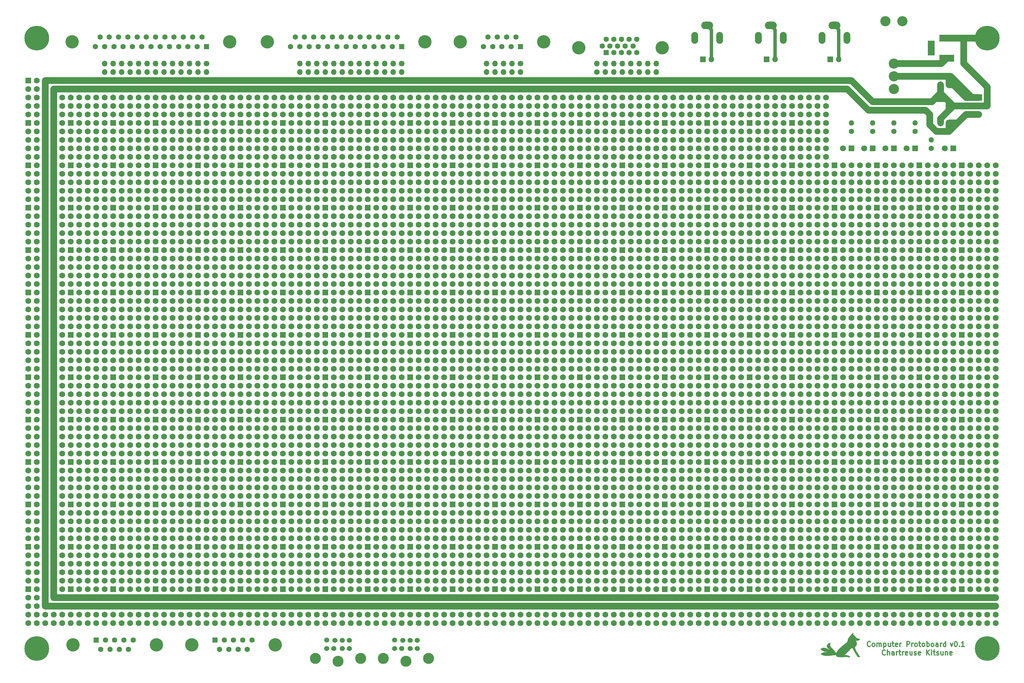
<source format=gtl>
%TF.GenerationSoftware,KiCad,Pcbnew,5.1.6*%
%TF.CreationDate,2020-08-16T02:17:22-06:00*%
%TF.ProjectId,20x30,32307833-302e-46b6-9963-61645f706362,rev?*%
%TF.SameCoordinates,Original*%
%TF.FileFunction,Copper,L1,Top*%
%TF.FilePolarity,Positive*%
%FSLAX46Y46*%
G04 Gerber Fmt 4.6, Leading zero omitted, Abs format (unit mm)*
G04 Created by KiCad (PCBNEW 5.1.6) date 2020-08-16 02:17:22*
%MOMM*%
%LPD*%
G01*
G04 APERTURE LIST*
%TA.AperFunction,NonConductor*%
%ADD10C,0.300000*%
%TD*%
%TA.AperFunction,EtchedComponent*%
%ADD11C,0.010000*%
%TD*%
%TA.AperFunction,ComponentPad*%
%ADD12C,1.778000*%
%TD*%
%TA.AperFunction,ComponentPad*%
%ADD13R,1.778000X1.778000*%
%TD*%
%TA.AperFunction,ComponentPad*%
%ADD14C,1.600000*%
%TD*%
%TA.AperFunction,ComponentPad*%
%ADD15O,1.600000X1.600000*%
%TD*%
%TA.AperFunction,ComponentPad*%
%ADD16R,1.800000X1.800000*%
%TD*%
%TA.AperFunction,ComponentPad*%
%ADD17C,1.800000*%
%TD*%
%TA.AperFunction,ComponentPad*%
%ADD18R,1.700000X1.700000*%
%TD*%
%TA.AperFunction,ComponentPad*%
%ADD19O,1.700000X1.700000*%
%TD*%
%TA.AperFunction,ComponentPad*%
%ADD20R,4.500000X2.000000*%
%TD*%
%TA.AperFunction,ComponentPad*%
%ADD21R,2.000000X4.500000*%
%TD*%
%TA.AperFunction,ComponentPad*%
%ADD22C,1.524000*%
%TD*%
%TA.AperFunction,ComponentPad*%
%ADD23C,3.302000*%
%TD*%
%TA.AperFunction,ComponentPad*%
%ADD24C,1.700000*%
%TD*%
%TA.AperFunction,ComponentPad*%
%ADD25R,1.600000X1.600000*%
%TD*%
%TA.AperFunction,ComponentPad*%
%ADD26C,4.000000*%
%TD*%
%TA.AperFunction,ComponentPad*%
%ADD27O,2.000000X1.905000*%
%TD*%
%TA.AperFunction,ComponentPad*%
%ADD28R,2.000000X1.905000*%
%TD*%
%TA.AperFunction,ComponentPad*%
%ADD29C,3.048000*%
%TD*%
%TA.AperFunction,ComponentPad*%
%ADD30O,2.032000X3.556000*%
%TD*%
%TA.AperFunction,ComponentPad*%
%ADD31O,3.556000X2.286000*%
%TD*%
%TA.AperFunction,ComponentPad*%
%ADD32C,7.400000*%
%TD*%
%TA.AperFunction,Conductor*%
%ADD33C,2.032000*%
%TD*%
%TA.AperFunction,Conductor*%
%ADD34C,1.016000*%
%TD*%
%TA.AperFunction,Conductor*%
%ADD35C,0.250000*%
%TD*%
G04 APERTURE END LIST*
D10*
X287009285Y-217705714D02*
X286937857Y-217777142D01*
X286723571Y-217848571D01*
X286580714Y-217848571D01*
X286366428Y-217777142D01*
X286223571Y-217634285D01*
X286152142Y-217491428D01*
X286080714Y-217205714D01*
X286080714Y-216991428D01*
X286152142Y-216705714D01*
X286223571Y-216562857D01*
X286366428Y-216420000D01*
X286580714Y-216348571D01*
X286723571Y-216348571D01*
X286937857Y-216420000D01*
X287009285Y-216491428D01*
X287652142Y-217848571D02*
X287652142Y-216348571D01*
X288295000Y-217848571D02*
X288295000Y-217062857D01*
X288223571Y-216920000D01*
X288080714Y-216848571D01*
X287866428Y-216848571D01*
X287723571Y-216920000D01*
X287652142Y-216991428D01*
X289652142Y-217848571D02*
X289652142Y-217062857D01*
X289580714Y-216920000D01*
X289437857Y-216848571D01*
X289152142Y-216848571D01*
X289009285Y-216920000D01*
X289652142Y-217777142D02*
X289509285Y-217848571D01*
X289152142Y-217848571D01*
X289009285Y-217777142D01*
X288937857Y-217634285D01*
X288937857Y-217491428D01*
X289009285Y-217348571D01*
X289152142Y-217277142D01*
X289509285Y-217277142D01*
X289652142Y-217205714D01*
X290366428Y-217848571D02*
X290366428Y-216848571D01*
X290366428Y-217134285D02*
X290437857Y-216991428D01*
X290509285Y-216920000D01*
X290652142Y-216848571D01*
X290795000Y-216848571D01*
X291080714Y-216848571D02*
X291652142Y-216848571D01*
X291295000Y-216348571D02*
X291295000Y-217634285D01*
X291366428Y-217777142D01*
X291509285Y-217848571D01*
X291652142Y-217848571D01*
X292152142Y-217848571D02*
X292152142Y-216848571D01*
X292152142Y-217134285D02*
X292223571Y-216991428D01*
X292295000Y-216920000D01*
X292437857Y-216848571D01*
X292580714Y-216848571D01*
X293652142Y-217777142D02*
X293509285Y-217848571D01*
X293223571Y-217848571D01*
X293080714Y-217777142D01*
X293009285Y-217634285D01*
X293009285Y-217062857D01*
X293080714Y-216920000D01*
X293223571Y-216848571D01*
X293509285Y-216848571D01*
X293652142Y-216920000D01*
X293723571Y-217062857D01*
X293723571Y-217205714D01*
X293009285Y-217348571D01*
X295009285Y-216848571D02*
X295009285Y-217848571D01*
X294366428Y-216848571D02*
X294366428Y-217634285D01*
X294437857Y-217777142D01*
X294580714Y-217848571D01*
X294795000Y-217848571D01*
X294937857Y-217777142D01*
X295009285Y-217705714D01*
X295652142Y-217777142D02*
X295795000Y-217848571D01*
X296080714Y-217848571D01*
X296223571Y-217777142D01*
X296295000Y-217634285D01*
X296295000Y-217562857D01*
X296223571Y-217420000D01*
X296080714Y-217348571D01*
X295866428Y-217348571D01*
X295723571Y-217277142D01*
X295652142Y-217134285D01*
X295652142Y-217062857D01*
X295723571Y-216920000D01*
X295866428Y-216848571D01*
X296080714Y-216848571D01*
X296223571Y-216920000D01*
X297509285Y-217777142D02*
X297366428Y-217848571D01*
X297080714Y-217848571D01*
X296937857Y-217777142D01*
X296866428Y-217634285D01*
X296866428Y-217062857D01*
X296937857Y-216920000D01*
X297080714Y-216848571D01*
X297366428Y-216848571D01*
X297509285Y-216920000D01*
X297580714Y-217062857D01*
X297580714Y-217205714D01*
X296866428Y-217348571D01*
X299366428Y-217848571D02*
X299366428Y-216348571D01*
X300223571Y-217848571D02*
X299580714Y-216991428D01*
X300223571Y-216348571D02*
X299366428Y-217205714D01*
X300866428Y-217848571D02*
X300866428Y-216848571D01*
X300866428Y-216348571D02*
X300795000Y-216420000D01*
X300866428Y-216491428D01*
X300937857Y-216420000D01*
X300866428Y-216348571D01*
X300866428Y-216491428D01*
X301366428Y-216848571D02*
X301937857Y-216848571D01*
X301580714Y-216348571D02*
X301580714Y-217634285D01*
X301652142Y-217777142D01*
X301795000Y-217848571D01*
X301937857Y-217848571D01*
X302366428Y-217777142D02*
X302509285Y-217848571D01*
X302795000Y-217848571D01*
X302937857Y-217777142D01*
X303009285Y-217634285D01*
X303009285Y-217562857D01*
X302937857Y-217420000D01*
X302795000Y-217348571D01*
X302580714Y-217348571D01*
X302437857Y-217277142D01*
X302366428Y-217134285D01*
X302366428Y-217062857D01*
X302437857Y-216920000D01*
X302580714Y-216848571D01*
X302795000Y-216848571D01*
X302937857Y-216920000D01*
X304295000Y-216848571D02*
X304295000Y-217848571D01*
X303652142Y-216848571D02*
X303652142Y-217634285D01*
X303723571Y-217777142D01*
X303866428Y-217848571D01*
X304080714Y-217848571D01*
X304223571Y-217777142D01*
X304295000Y-217705714D01*
X305009285Y-216848571D02*
X305009285Y-217848571D01*
X305009285Y-216991428D02*
X305080714Y-216920000D01*
X305223571Y-216848571D01*
X305437857Y-216848571D01*
X305580714Y-216920000D01*
X305652142Y-217062857D01*
X305652142Y-217848571D01*
X306937857Y-217777142D02*
X306795000Y-217848571D01*
X306509285Y-217848571D01*
X306366428Y-217777142D01*
X306295000Y-217634285D01*
X306295000Y-217062857D01*
X306366428Y-216920000D01*
X306509285Y-216848571D01*
X306795000Y-216848571D01*
X306937857Y-216920000D01*
X307009285Y-217062857D01*
X307009285Y-217205714D01*
X306295000Y-217348571D01*
X306467142Y-214308571D02*
X306824285Y-215308571D01*
X307181428Y-214308571D01*
X308038571Y-213808571D02*
X308181428Y-213808571D01*
X308324285Y-213880000D01*
X308395714Y-213951428D01*
X308467142Y-214094285D01*
X308538571Y-214380000D01*
X308538571Y-214737142D01*
X308467142Y-215022857D01*
X308395714Y-215165714D01*
X308324285Y-215237142D01*
X308181428Y-215308571D01*
X308038571Y-215308571D01*
X307895714Y-215237142D01*
X307824285Y-215165714D01*
X307752857Y-215022857D01*
X307681428Y-214737142D01*
X307681428Y-214380000D01*
X307752857Y-214094285D01*
X307824285Y-213951428D01*
X307895714Y-213880000D01*
X308038571Y-213808571D01*
X309181428Y-215165714D02*
X309252857Y-215237142D01*
X309181428Y-215308571D01*
X309110000Y-215237142D01*
X309181428Y-215165714D01*
X309181428Y-215308571D01*
X310681428Y-215308571D02*
X309824285Y-215308571D01*
X310252857Y-215308571D02*
X310252857Y-213808571D01*
X310110000Y-214022857D01*
X309967142Y-214165714D01*
X309824285Y-214237142D01*
X282512857Y-215165714D02*
X282441428Y-215237142D01*
X282227142Y-215308571D01*
X282084285Y-215308571D01*
X281870000Y-215237142D01*
X281727142Y-215094285D01*
X281655714Y-214951428D01*
X281584285Y-214665714D01*
X281584285Y-214451428D01*
X281655714Y-214165714D01*
X281727142Y-214022857D01*
X281870000Y-213880000D01*
X282084285Y-213808571D01*
X282227142Y-213808571D01*
X282441428Y-213880000D01*
X282512857Y-213951428D01*
X283370000Y-215308571D02*
X283227142Y-215237142D01*
X283155714Y-215165714D01*
X283084285Y-215022857D01*
X283084285Y-214594285D01*
X283155714Y-214451428D01*
X283227142Y-214380000D01*
X283370000Y-214308571D01*
X283584285Y-214308571D01*
X283727142Y-214380000D01*
X283798571Y-214451428D01*
X283870000Y-214594285D01*
X283870000Y-215022857D01*
X283798571Y-215165714D01*
X283727142Y-215237142D01*
X283584285Y-215308571D01*
X283370000Y-215308571D01*
X284512857Y-215308571D02*
X284512857Y-214308571D01*
X284512857Y-214451428D02*
X284584285Y-214380000D01*
X284727142Y-214308571D01*
X284941428Y-214308571D01*
X285084285Y-214380000D01*
X285155714Y-214522857D01*
X285155714Y-215308571D01*
X285155714Y-214522857D02*
X285227142Y-214380000D01*
X285370000Y-214308571D01*
X285584285Y-214308571D01*
X285727142Y-214380000D01*
X285798571Y-214522857D01*
X285798571Y-215308571D01*
X286512857Y-214308571D02*
X286512857Y-215808571D01*
X286512857Y-214380000D02*
X286655714Y-214308571D01*
X286941428Y-214308571D01*
X287084285Y-214380000D01*
X287155714Y-214451428D01*
X287227142Y-214594285D01*
X287227142Y-215022857D01*
X287155714Y-215165714D01*
X287084285Y-215237142D01*
X286941428Y-215308571D01*
X286655714Y-215308571D01*
X286512857Y-215237142D01*
X288512857Y-214308571D02*
X288512857Y-215308571D01*
X287870000Y-214308571D02*
X287870000Y-215094285D01*
X287941428Y-215237142D01*
X288084285Y-215308571D01*
X288298571Y-215308571D01*
X288441428Y-215237142D01*
X288512857Y-215165714D01*
X289012857Y-214308571D02*
X289584285Y-214308571D01*
X289227142Y-213808571D02*
X289227142Y-215094285D01*
X289298571Y-215237142D01*
X289441428Y-215308571D01*
X289584285Y-215308571D01*
X290655714Y-215237142D02*
X290512857Y-215308571D01*
X290227142Y-215308571D01*
X290084285Y-215237142D01*
X290012857Y-215094285D01*
X290012857Y-214522857D01*
X290084285Y-214380000D01*
X290227142Y-214308571D01*
X290512857Y-214308571D01*
X290655714Y-214380000D01*
X290727142Y-214522857D01*
X290727142Y-214665714D01*
X290012857Y-214808571D01*
X291370000Y-215308571D02*
X291370000Y-214308571D01*
X291370000Y-214594285D02*
X291441428Y-214451428D01*
X291512857Y-214380000D01*
X291655714Y-214308571D01*
X291798571Y-214308571D01*
X293441428Y-215308571D02*
X293441428Y-213808571D01*
X294012857Y-213808571D01*
X294155714Y-213880000D01*
X294227142Y-213951428D01*
X294298571Y-214094285D01*
X294298571Y-214308571D01*
X294227142Y-214451428D01*
X294155714Y-214522857D01*
X294012857Y-214594285D01*
X293441428Y-214594285D01*
X294941428Y-215308571D02*
X294941428Y-214308571D01*
X294941428Y-214594285D02*
X295012857Y-214451428D01*
X295084285Y-214380000D01*
X295227142Y-214308571D01*
X295370000Y-214308571D01*
X296084285Y-215308571D02*
X295941428Y-215237142D01*
X295870000Y-215165714D01*
X295798571Y-215022857D01*
X295798571Y-214594285D01*
X295870000Y-214451428D01*
X295941428Y-214380000D01*
X296084285Y-214308571D01*
X296298571Y-214308571D01*
X296441428Y-214380000D01*
X296512857Y-214451428D01*
X296584285Y-214594285D01*
X296584285Y-215022857D01*
X296512857Y-215165714D01*
X296441428Y-215237142D01*
X296298571Y-215308571D01*
X296084285Y-215308571D01*
X297012857Y-214308571D02*
X297584285Y-214308571D01*
X297227142Y-213808571D02*
X297227142Y-215094285D01*
X297298571Y-215237142D01*
X297441428Y-215308571D01*
X297584285Y-215308571D01*
X298298571Y-215308571D02*
X298155714Y-215237142D01*
X298084285Y-215165714D01*
X298012857Y-215022857D01*
X298012857Y-214594285D01*
X298084285Y-214451428D01*
X298155714Y-214380000D01*
X298298571Y-214308571D01*
X298512857Y-214308571D01*
X298655714Y-214380000D01*
X298727142Y-214451428D01*
X298798571Y-214594285D01*
X298798571Y-215022857D01*
X298727142Y-215165714D01*
X298655714Y-215237142D01*
X298512857Y-215308571D01*
X298298571Y-215308571D01*
X299441428Y-215308571D02*
X299441428Y-213808571D01*
X299441428Y-214380000D02*
X299584285Y-214308571D01*
X299870000Y-214308571D01*
X300012857Y-214380000D01*
X300084285Y-214451428D01*
X300155714Y-214594285D01*
X300155714Y-215022857D01*
X300084285Y-215165714D01*
X300012857Y-215237142D01*
X299870000Y-215308571D01*
X299584285Y-215308571D01*
X299441428Y-215237142D01*
X301012857Y-215308571D02*
X300870000Y-215237142D01*
X300798571Y-215165714D01*
X300727142Y-215022857D01*
X300727142Y-214594285D01*
X300798571Y-214451428D01*
X300870000Y-214380000D01*
X301012857Y-214308571D01*
X301227142Y-214308571D01*
X301370000Y-214380000D01*
X301441428Y-214451428D01*
X301512857Y-214594285D01*
X301512857Y-215022857D01*
X301441428Y-215165714D01*
X301370000Y-215237142D01*
X301227142Y-215308571D01*
X301012857Y-215308571D01*
X302798571Y-215308571D02*
X302798571Y-214522857D01*
X302727142Y-214380000D01*
X302584285Y-214308571D01*
X302298571Y-214308571D01*
X302155714Y-214380000D01*
X302798571Y-215237142D02*
X302655714Y-215308571D01*
X302298571Y-215308571D01*
X302155714Y-215237142D01*
X302084285Y-215094285D01*
X302084285Y-214951428D01*
X302155714Y-214808571D01*
X302298571Y-214737142D01*
X302655714Y-214737142D01*
X302798571Y-214665714D01*
X303512857Y-215308571D02*
X303512857Y-214308571D01*
X303512857Y-214594285D02*
X303584285Y-214451428D01*
X303655714Y-214380000D01*
X303798571Y-214308571D01*
X303941428Y-214308571D01*
X305084285Y-215308571D02*
X305084285Y-213808571D01*
X305084285Y-215237142D02*
X304941428Y-215308571D01*
X304655714Y-215308571D01*
X304512857Y-215237142D01*
X304441428Y-215165714D01*
X304370000Y-215022857D01*
X304370000Y-214594285D01*
X304441428Y-214451428D01*
X304512857Y-214380000D01*
X304655714Y-214308571D01*
X304941428Y-214308571D01*
X305084285Y-214380000D01*
D11*
%TO.C,G\u002A\u002A\u002A*%
G36*
X277337580Y-211242393D02*
G01*
X277359787Y-211317897D01*
X277373233Y-211398591D01*
X277389811Y-211534970D01*
X277406567Y-211673760D01*
X277413763Y-211733771D01*
X277429542Y-211827294D01*
X277455857Y-211875615D01*
X277505078Y-211897972D01*
X277521696Y-211901616D01*
X277582508Y-211932986D01*
X277672298Y-212002330D01*
X277779030Y-212097889D01*
X277890665Y-212207901D01*
X277995166Y-212320606D01*
X278080495Y-212424242D01*
X278127066Y-212493068D01*
X278189183Y-212597227D01*
X278238632Y-212662442D01*
X278292782Y-212706809D01*
X278369001Y-212748426D01*
X278374974Y-212751389D01*
X278500391Y-212805751D01*
X278662468Y-212865410D01*
X278839433Y-212923395D01*
X279009514Y-212972731D01*
X279150939Y-213006446D01*
X279195089Y-213014063D01*
X279286742Y-213031663D01*
X279332313Y-213058610D01*
X279350099Y-213107565D01*
X279352119Y-213122703D01*
X279335179Y-213227070D01*
X279261133Y-213309417D01*
X279134691Y-213366020D01*
X279015911Y-213388513D01*
X278842841Y-213411591D01*
X278658034Y-213442207D01*
X278478607Y-213476942D01*
X278321677Y-213512376D01*
X278204360Y-213545091D01*
X278170634Y-213557356D01*
X278062995Y-213601800D01*
X278209613Y-213758547D01*
X278288918Y-213847693D01*
X278339312Y-213922381D01*
X278371373Y-214005504D01*
X278395677Y-214119954D01*
X278406356Y-214184365D01*
X278411366Y-214317280D01*
X278394652Y-214484828D01*
X278360249Y-214662542D01*
X278312190Y-214825957D01*
X278292161Y-214876953D01*
X278235639Y-214978567D01*
X278150120Y-215098648D01*
X278053791Y-215211733D01*
X278050715Y-215214971D01*
X277960833Y-215312884D01*
X277908115Y-215384379D01*
X277882902Y-215447358D01*
X277875539Y-215519718D01*
X277875355Y-215540003D01*
X277885854Y-215650883D01*
X277912857Y-215785679D01*
X277937293Y-215872789D01*
X277974851Y-215998821D01*
X278006051Y-216120708D01*
X278019453Y-216185879D01*
X278048942Y-216271670D01*
X278112049Y-216395236D01*
X278202057Y-216544059D01*
X278253007Y-216621031D01*
X278418529Y-216865146D01*
X278551313Y-217062996D01*
X278655480Y-217221207D01*
X278735150Y-217346402D01*
X278794446Y-217445208D01*
X278837489Y-217524248D01*
X278868400Y-217590148D01*
X278889301Y-217643832D01*
X278976923Y-217846417D01*
X279078617Y-217993002D01*
X279200459Y-218091557D01*
X279249537Y-218116423D01*
X279362770Y-218183574D01*
X279418378Y-218253170D01*
X279417147Y-218316273D01*
X279359865Y-218363944D01*
X279247316Y-218387245D01*
X279225628Y-218388087D01*
X279104527Y-218395332D01*
X278987039Y-218409509D01*
X278968245Y-218412783D01*
X278868305Y-218418181D01*
X278788158Y-218383333D01*
X278770095Y-218369871D01*
X278695858Y-218294145D01*
X278602991Y-218173043D01*
X278500398Y-218019481D01*
X278396981Y-217846375D01*
X278349240Y-217759342D01*
X278277620Y-217632982D01*
X278197739Y-217504020D01*
X278153066Y-217437713D01*
X278071694Y-217322965D01*
X277982354Y-217197020D01*
X277947297Y-217147611D01*
X277808717Y-216933354D01*
X277666221Y-216679154D01*
X277532020Y-216407484D01*
X277472608Y-216273908D01*
X277366382Y-216042417D01*
X277270246Y-215868182D01*
X277185317Y-215752890D01*
X277112711Y-215698229D01*
X277088603Y-215693705D01*
X276961394Y-215721492D01*
X276808349Y-215802411D01*
X276634133Y-215932799D01*
X276443412Y-216108994D01*
X276240851Y-216327332D01*
X276159930Y-216422779D01*
X276039149Y-216561192D01*
X275891058Y-216719297D01*
X275725360Y-216887836D01*
X275551756Y-217057553D01*
X275379950Y-217219189D01*
X275219644Y-217363489D01*
X275080539Y-217481196D01*
X274972338Y-217563051D01*
X274948726Y-217578394D01*
X274844531Y-217645573D01*
X274789367Y-217691108D01*
X274775180Y-217723307D01*
X274787559Y-217744690D01*
X274846472Y-217777741D01*
X274962171Y-217815068D01*
X275136721Y-217857193D01*
X275372189Y-217904642D01*
X275536275Y-217934593D01*
X275714580Y-217973907D01*
X275896224Y-218027237D01*
X276066762Y-218089016D01*
X276211750Y-218153677D01*
X276316743Y-218215654D01*
X276355421Y-218250293D01*
X276385109Y-218321885D01*
X276387030Y-218375370D01*
X276377578Y-218411855D01*
X276352988Y-218434658D01*
X276299920Y-218447769D01*
X276205034Y-218455177D01*
X276107060Y-218459089D01*
X275970131Y-218461825D01*
X275882812Y-218456874D01*
X275830473Y-218441965D01*
X275798487Y-218414830D01*
X275795391Y-218410738D01*
X275738647Y-218378273D01*
X275631158Y-218354849D01*
X275486027Y-218340616D01*
X275316359Y-218335726D01*
X275135260Y-218340329D01*
X274955835Y-218354575D01*
X274791188Y-218378616D01*
X274703511Y-218398181D01*
X274389671Y-218456661D01*
X274020919Y-218481451D01*
X273597233Y-218472552D01*
X273484670Y-218465206D01*
X273215875Y-218435707D01*
X272956413Y-218388988D01*
X272723131Y-218328873D01*
X272532875Y-218259190D01*
X272492183Y-218239798D01*
X272405677Y-218178999D01*
X272314215Y-218089730D01*
X272275221Y-218042058D01*
X272202244Y-217945758D01*
X272133621Y-217858764D01*
X272106582Y-217826110D01*
X272041910Y-217750519D01*
X271549940Y-217832146D01*
X271246571Y-217881474D01*
X270991165Y-217919972D01*
X270768360Y-217948897D01*
X270562796Y-217969506D01*
X270359112Y-217983059D01*
X270141946Y-217990811D01*
X269895938Y-217994020D01*
X269605726Y-217993945D01*
X269575228Y-217993812D01*
X269292544Y-217991568D01*
X269065478Y-217987404D01*
X268885196Y-217980849D01*
X268742865Y-217971429D01*
X268629651Y-217958674D01*
X268536722Y-217942112D01*
X268515022Y-217937178D01*
X268216091Y-217840260D01*
X267967793Y-217703564D01*
X267827308Y-217587379D01*
X267691063Y-217454593D01*
X268071474Y-217269055D01*
X268228871Y-217194934D01*
X268379618Y-217128626D01*
X268507037Y-217077176D01*
X268594449Y-217047633D01*
X268597189Y-217046928D01*
X268681701Y-217034792D01*
X268826104Y-217026021D01*
X269031431Y-217020592D01*
X269298713Y-217018482D01*
X269628983Y-217019669D01*
X269760596Y-217020868D01*
X270008980Y-217023214D01*
X270234989Y-217024920D01*
X270431019Y-217025962D01*
X270589466Y-217026318D01*
X270702729Y-217025964D01*
X270763203Y-217024876D01*
X270771243Y-217023984D01*
X270738559Y-217018577D01*
X270650134Y-217007069D01*
X270514302Y-216990460D01*
X270339395Y-216969752D01*
X270133749Y-216945943D01*
X269905696Y-216920034D01*
X269895523Y-216918889D01*
X269576002Y-216882536D01*
X269412106Y-216862958D01*
X271338889Y-216862958D01*
X271344442Y-216872963D01*
X271378406Y-216900684D01*
X271435909Y-216942954D01*
X271458652Y-216946662D01*
X271460888Y-216935829D01*
X271435572Y-216912210D01*
X271388362Y-216885701D01*
X271338889Y-216862958D01*
X269412106Y-216862958D01*
X269312661Y-216851079D01*
X269213454Y-216837995D01*
X271267487Y-216837995D01*
X271283604Y-216854112D01*
X271299720Y-216837995D01*
X271283604Y-216821878D01*
X271267487Y-216837995D01*
X269213454Y-216837995D01*
X269097564Y-216822711D01*
X268988192Y-216805761D01*
X271203020Y-216805761D01*
X271219137Y-216821878D01*
X271235253Y-216805761D01*
X271219137Y-216789644D01*
X271203020Y-216805761D01*
X268988192Y-216805761D01*
X268922774Y-216795623D01*
X268808828Y-216773528D01*
X271138553Y-216773528D01*
X271154670Y-216789644D01*
X271170786Y-216773528D01*
X271154670Y-216757411D01*
X271138553Y-216773528D01*
X268808828Y-216773528D01*
X268780355Y-216768007D01*
X268662369Y-216738055D01*
X268560879Y-216703957D01*
X268467950Y-216663905D01*
X268375644Y-216616091D01*
X268276024Y-216558706D01*
X268251940Y-216544380D01*
X268085971Y-216435866D01*
X267935003Y-216319540D01*
X267808218Y-216204155D01*
X267714803Y-216098462D01*
X267663940Y-216011213D01*
X267657335Y-215977771D01*
X267686445Y-215931962D01*
X267774841Y-215871663D01*
X267904226Y-215805117D01*
X268161382Y-215706893D01*
X268408508Y-215665489D01*
X268662598Y-215679505D01*
X268868654Y-215725743D01*
X269211251Y-215831315D01*
X269531713Y-215948183D01*
X269845700Y-216083350D01*
X270168869Y-216243819D01*
X270516880Y-216436590D01*
X270702840Y-216545930D01*
X270838618Y-216625707D01*
X270955221Y-216691713D01*
X271041170Y-216737632D01*
X271084990Y-216757143D01*
X271086956Y-216757411D01*
X271103277Y-216755394D01*
X271101058Y-216745137D01*
X271072546Y-216720333D01*
X271009989Y-216674677D01*
X270905636Y-216601861D01*
X270840021Y-216556513D01*
X270513210Y-216326825D01*
X270239196Y-216124713D01*
X270014363Y-215946551D01*
X269835094Y-215788716D01*
X269697771Y-215647584D01*
X269598779Y-215519531D01*
X269534498Y-215400934D01*
X269501313Y-215288167D01*
X269494644Y-215208571D01*
X269521074Y-214972932D01*
X269597681Y-214764304D01*
X269720438Y-214593193D01*
X269736524Y-214577172D01*
X269870547Y-214470386D01*
X270038256Y-214368528D01*
X270215284Y-214284382D01*
X270377264Y-214230732D01*
X270409544Y-214224100D01*
X270464104Y-214213862D01*
X270499859Y-214212120D01*
X270517820Y-214228543D01*
X270519000Y-214272801D01*
X270504411Y-214354564D01*
X270475065Y-214483502D01*
X270448582Y-214597075D01*
X270420287Y-214805437D01*
X270441027Y-214998013D01*
X270513716Y-215197478D01*
X270529951Y-215230731D01*
X270625440Y-215387463D01*
X270758656Y-215561301D01*
X270913727Y-215733528D01*
X271074782Y-215885428D01*
X271109773Y-215914528D01*
X271227409Y-216020603D01*
X271366165Y-216162789D01*
X271515238Y-216328200D01*
X271663824Y-216503955D01*
X271801119Y-216677168D01*
X271916320Y-216834956D01*
X271998623Y-216964434D01*
X272013504Y-216992276D01*
X272094571Y-217125322D01*
X272175495Y-217207669D01*
X272250790Y-217235401D01*
X272313333Y-217206338D01*
X272347614Y-217157918D01*
X272401291Y-217068006D01*
X272464901Y-216952757D01*
X272491380Y-216902462D01*
X272642192Y-216642522D01*
X272827155Y-216380364D01*
X273049967Y-216112240D01*
X273314324Y-215834401D01*
X273623922Y-215543099D01*
X273982457Y-215234584D01*
X274393627Y-214905109D01*
X274668121Y-214695057D01*
X274933212Y-214493921D01*
X275150367Y-214325532D01*
X275324200Y-214185293D01*
X275459328Y-214068608D01*
X275560362Y-213970882D01*
X275631919Y-213887518D01*
X275678613Y-213813920D01*
X275705058Y-213745492D01*
X275715869Y-213677637D01*
X275716842Y-213650504D01*
X275734124Y-213462287D01*
X275777938Y-213254353D01*
X275840538Y-213058373D01*
X275887570Y-212952518D01*
X275948504Y-212849458D01*
X276034303Y-212722119D01*
X276128088Y-212595347D01*
X276143606Y-212575647D01*
X276229958Y-212460331D01*
X276304294Y-212348747D01*
X276353441Y-212261002D01*
X276360412Y-212244721D01*
X276402114Y-212172829D01*
X276478244Y-212073449D01*
X276575840Y-211962799D01*
X276631775Y-211905193D01*
X276763459Y-211771502D01*
X276908958Y-211619326D01*
X277041502Y-211476754D01*
X277069517Y-211445859D01*
X277162818Y-211346130D01*
X277242732Y-211267783D01*
X277298131Y-211221372D01*
X277314817Y-211213242D01*
X277337580Y-211242393D01*
G37*
X277337580Y-211242393D02*
X277359787Y-211317897D01*
X277373233Y-211398591D01*
X277389811Y-211534970D01*
X277406567Y-211673760D01*
X277413763Y-211733771D01*
X277429542Y-211827294D01*
X277455857Y-211875615D01*
X277505078Y-211897972D01*
X277521696Y-211901616D01*
X277582508Y-211932986D01*
X277672298Y-212002330D01*
X277779030Y-212097889D01*
X277890665Y-212207901D01*
X277995166Y-212320606D01*
X278080495Y-212424242D01*
X278127066Y-212493068D01*
X278189183Y-212597227D01*
X278238632Y-212662442D01*
X278292782Y-212706809D01*
X278369001Y-212748426D01*
X278374974Y-212751389D01*
X278500391Y-212805751D01*
X278662468Y-212865410D01*
X278839433Y-212923395D01*
X279009514Y-212972731D01*
X279150939Y-213006446D01*
X279195089Y-213014063D01*
X279286742Y-213031663D01*
X279332313Y-213058610D01*
X279350099Y-213107565D01*
X279352119Y-213122703D01*
X279335179Y-213227070D01*
X279261133Y-213309417D01*
X279134691Y-213366020D01*
X279015911Y-213388513D01*
X278842841Y-213411591D01*
X278658034Y-213442207D01*
X278478607Y-213476942D01*
X278321677Y-213512376D01*
X278204360Y-213545091D01*
X278170634Y-213557356D01*
X278062995Y-213601800D01*
X278209613Y-213758547D01*
X278288918Y-213847693D01*
X278339312Y-213922381D01*
X278371373Y-214005504D01*
X278395677Y-214119954D01*
X278406356Y-214184365D01*
X278411366Y-214317280D01*
X278394652Y-214484828D01*
X278360249Y-214662542D01*
X278312190Y-214825957D01*
X278292161Y-214876953D01*
X278235639Y-214978567D01*
X278150120Y-215098648D01*
X278053791Y-215211733D01*
X278050715Y-215214971D01*
X277960833Y-215312884D01*
X277908115Y-215384379D01*
X277882902Y-215447358D01*
X277875539Y-215519718D01*
X277875355Y-215540003D01*
X277885854Y-215650883D01*
X277912857Y-215785679D01*
X277937293Y-215872789D01*
X277974851Y-215998821D01*
X278006051Y-216120708D01*
X278019453Y-216185879D01*
X278048942Y-216271670D01*
X278112049Y-216395236D01*
X278202057Y-216544059D01*
X278253007Y-216621031D01*
X278418529Y-216865146D01*
X278551313Y-217062996D01*
X278655480Y-217221207D01*
X278735150Y-217346402D01*
X278794446Y-217445208D01*
X278837489Y-217524248D01*
X278868400Y-217590148D01*
X278889301Y-217643832D01*
X278976923Y-217846417D01*
X279078617Y-217993002D01*
X279200459Y-218091557D01*
X279249537Y-218116423D01*
X279362770Y-218183574D01*
X279418378Y-218253170D01*
X279417147Y-218316273D01*
X279359865Y-218363944D01*
X279247316Y-218387245D01*
X279225628Y-218388087D01*
X279104527Y-218395332D01*
X278987039Y-218409509D01*
X278968245Y-218412783D01*
X278868305Y-218418181D01*
X278788158Y-218383333D01*
X278770095Y-218369871D01*
X278695858Y-218294145D01*
X278602991Y-218173043D01*
X278500398Y-218019481D01*
X278396981Y-217846375D01*
X278349240Y-217759342D01*
X278277620Y-217632982D01*
X278197739Y-217504020D01*
X278153066Y-217437713D01*
X278071694Y-217322965D01*
X277982354Y-217197020D01*
X277947297Y-217147611D01*
X277808717Y-216933354D01*
X277666221Y-216679154D01*
X277532020Y-216407484D01*
X277472608Y-216273908D01*
X277366382Y-216042417D01*
X277270246Y-215868182D01*
X277185317Y-215752890D01*
X277112711Y-215698229D01*
X277088603Y-215693705D01*
X276961394Y-215721492D01*
X276808349Y-215802411D01*
X276634133Y-215932799D01*
X276443412Y-216108994D01*
X276240851Y-216327332D01*
X276159930Y-216422779D01*
X276039149Y-216561192D01*
X275891058Y-216719297D01*
X275725360Y-216887836D01*
X275551756Y-217057553D01*
X275379950Y-217219189D01*
X275219644Y-217363489D01*
X275080539Y-217481196D01*
X274972338Y-217563051D01*
X274948726Y-217578394D01*
X274844531Y-217645573D01*
X274789367Y-217691108D01*
X274775180Y-217723307D01*
X274787559Y-217744690D01*
X274846472Y-217777741D01*
X274962171Y-217815068D01*
X275136721Y-217857193D01*
X275372189Y-217904642D01*
X275536275Y-217934593D01*
X275714580Y-217973907D01*
X275896224Y-218027237D01*
X276066762Y-218089016D01*
X276211750Y-218153677D01*
X276316743Y-218215654D01*
X276355421Y-218250293D01*
X276385109Y-218321885D01*
X276387030Y-218375370D01*
X276377578Y-218411855D01*
X276352988Y-218434658D01*
X276299920Y-218447769D01*
X276205034Y-218455177D01*
X276107060Y-218459089D01*
X275970131Y-218461825D01*
X275882812Y-218456874D01*
X275830473Y-218441965D01*
X275798487Y-218414830D01*
X275795391Y-218410738D01*
X275738647Y-218378273D01*
X275631158Y-218354849D01*
X275486027Y-218340616D01*
X275316359Y-218335726D01*
X275135260Y-218340329D01*
X274955835Y-218354575D01*
X274791188Y-218378616D01*
X274703511Y-218398181D01*
X274389671Y-218456661D01*
X274020919Y-218481451D01*
X273597233Y-218472552D01*
X273484670Y-218465206D01*
X273215875Y-218435707D01*
X272956413Y-218388988D01*
X272723131Y-218328873D01*
X272532875Y-218259190D01*
X272492183Y-218239798D01*
X272405677Y-218178999D01*
X272314215Y-218089730D01*
X272275221Y-218042058D01*
X272202244Y-217945758D01*
X272133621Y-217858764D01*
X272106582Y-217826110D01*
X272041910Y-217750519D01*
X271549940Y-217832146D01*
X271246571Y-217881474D01*
X270991165Y-217919972D01*
X270768360Y-217948897D01*
X270562796Y-217969506D01*
X270359112Y-217983059D01*
X270141946Y-217990811D01*
X269895938Y-217994020D01*
X269605726Y-217993945D01*
X269575228Y-217993812D01*
X269292544Y-217991568D01*
X269065478Y-217987404D01*
X268885196Y-217980849D01*
X268742865Y-217971429D01*
X268629651Y-217958674D01*
X268536722Y-217942112D01*
X268515022Y-217937178D01*
X268216091Y-217840260D01*
X267967793Y-217703564D01*
X267827308Y-217587379D01*
X267691063Y-217454593D01*
X268071474Y-217269055D01*
X268228871Y-217194934D01*
X268379618Y-217128626D01*
X268507037Y-217077176D01*
X268594449Y-217047633D01*
X268597189Y-217046928D01*
X268681701Y-217034792D01*
X268826104Y-217026021D01*
X269031431Y-217020592D01*
X269298713Y-217018482D01*
X269628983Y-217019669D01*
X269760596Y-217020868D01*
X270008980Y-217023214D01*
X270234989Y-217024920D01*
X270431019Y-217025962D01*
X270589466Y-217026318D01*
X270702729Y-217025964D01*
X270763203Y-217024876D01*
X270771243Y-217023984D01*
X270738559Y-217018577D01*
X270650134Y-217007069D01*
X270514302Y-216990460D01*
X270339395Y-216969752D01*
X270133749Y-216945943D01*
X269905696Y-216920034D01*
X269895523Y-216918889D01*
X269576002Y-216882536D01*
X269412106Y-216862958D01*
X271338889Y-216862958D01*
X271344442Y-216872963D01*
X271378406Y-216900684D01*
X271435909Y-216942954D01*
X271458652Y-216946662D01*
X271460888Y-216935829D01*
X271435572Y-216912210D01*
X271388362Y-216885701D01*
X271338889Y-216862958D01*
X269412106Y-216862958D01*
X269312661Y-216851079D01*
X269213454Y-216837995D01*
X271267487Y-216837995D01*
X271283604Y-216854112D01*
X271299720Y-216837995D01*
X271283604Y-216821878D01*
X271267487Y-216837995D01*
X269213454Y-216837995D01*
X269097564Y-216822711D01*
X268988192Y-216805761D01*
X271203020Y-216805761D01*
X271219137Y-216821878D01*
X271235253Y-216805761D01*
X271219137Y-216789644D01*
X271203020Y-216805761D01*
X268988192Y-216805761D01*
X268922774Y-216795623D01*
X268808828Y-216773528D01*
X271138553Y-216773528D01*
X271154670Y-216789644D01*
X271170786Y-216773528D01*
X271154670Y-216757411D01*
X271138553Y-216773528D01*
X268808828Y-216773528D01*
X268780355Y-216768007D01*
X268662369Y-216738055D01*
X268560879Y-216703957D01*
X268467950Y-216663905D01*
X268375644Y-216616091D01*
X268276024Y-216558706D01*
X268251940Y-216544380D01*
X268085971Y-216435866D01*
X267935003Y-216319540D01*
X267808218Y-216204155D01*
X267714803Y-216098462D01*
X267663940Y-216011213D01*
X267657335Y-215977771D01*
X267686445Y-215931962D01*
X267774841Y-215871663D01*
X267904226Y-215805117D01*
X268161382Y-215706893D01*
X268408508Y-215665489D01*
X268662598Y-215679505D01*
X268868654Y-215725743D01*
X269211251Y-215831315D01*
X269531713Y-215948183D01*
X269845700Y-216083350D01*
X270168869Y-216243819D01*
X270516880Y-216436590D01*
X270702840Y-216545930D01*
X270838618Y-216625707D01*
X270955221Y-216691713D01*
X271041170Y-216737632D01*
X271084990Y-216757143D01*
X271086956Y-216757411D01*
X271103277Y-216755394D01*
X271101058Y-216745137D01*
X271072546Y-216720333D01*
X271009989Y-216674677D01*
X270905636Y-216601861D01*
X270840021Y-216556513D01*
X270513210Y-216326825D01*
X270239196Y-216124713D01*
X270014363Y-215946551D01*
X269835094Y-215788716D01*
X269697771Y-215647584D01*
X269598779Y-215519531D01*
X269534498Y-215400934D01*
X269501313Y-215288167D01*
X269494644Y-215208571D01*
X269521074Y-214972932D01*
X269597681Y-214764304D01*
X269720438Y-214593193D01*
X269736524Y-214577172D01*
X269870547Y-214470386D01*
X270038256Y-214368528D01*
X270215284Y-214284382D01*
X270377264Y-214230732D01*
X270409544Y-214224100D01*
X270464104Y-214213862D01*
X270499859Y-214212120D01*
X270517820Y-214228543D01*
X270519000Y-214272801D01*
X270504411Y-214354564D01*
X270475065Y-214483502D01*
X270448582Y-214597075D01*
X270420287Y-214805437D01*
X270441027Y-214998013D01*
X270513716Y-215197478D01*
X270529951Y-215230731D01*
X270625440Y-215387463D01*
X270758656Y-215561301D01*
X270913727Y-215733528D01*
X271074782Y-215885428D01*
X271109773Y-215914528D01*
X271227409Y-216020603D01*
X271366165Y-216162789D01*
X271515238Y-216328200D01*
X271663824Y-216503955D01*
X271801119Y-216677168D01*
X271916320Y-216834956D01*
X271998623Y-216964434D01*
X272013504Y-216992276D01*
X272094571Y-217125322D01*
X272175495Y-217207669D01*
X272250790Y-217235401D01*
X272313333Y-217206338D01*
X272347614Y-217157918D01*
X272401291Y-217068006D01*
X272464901Y-216952757D01*
X272491380Y-216902462D01*
X272642192Y-216642522D01*
X272827155Y-216380364D01*
X273049967Y-216112240D01*
X273314324Y-215834401D01*
X273623922Y-215543099D01*
X273982457Y-215234584D01*
X274393627Y-214905109D01*
X274668121Y-214695057D01*
X274933212Y-214493921D01*
X275150367Y-214325532D01*
X275324200Y-214185293D01*
X275459328Y-214068608D01*
X275560362Y-213970882D01*
X275631919Y-213887518D01*
X275678613Y-213813920D01*
X275705058Y-213745492D01*
X275715869Y-213677637D01*
X275716842Y-213650504D01*
X275734124Y-213462287D01*
X275777938Y-213254353D01*
X275840538Y-213058373D01*
X275887570Y-212952518D01*
X275948504Y-212849458D01*
X276034303Y-212722119D01*
X276128088Y-212595347D01*
X276143606Y-212575647D01*
X276229958Y-212460331D01*
X276304294Y-212348747D01*
X276353441Y-212261002D01*
X276360412Y-212244721D01*
X276402114Y-212172829D01*
X276478244Y-212073449D01*
X276575840Y-211962799D01*
X276631775Y-211905193D01*
X276763459Y-211771502D01*
X276908958Y-211619326D01*
X277041502Y-211476754D01*
X277069517Y-211445859D01*
X277162818Y-211346130D01*
X277242732Y-211267783D01*
X277298131Y-211221372D01*
X277314817Y-211213242D01*
X277337580Y-211242393D01*
%TD*%
D12*
%TO.P,PAD\u002A\u002A,25*%
%TO.N,N/C*%
X40640000Y-55880000D03*
%TO.P,PAD\u002A\u002A,24*%
X40640000Y-53340000D03*
%TO.P,PAD\u002A\u002A,23*%
X40640000Y-50800000D03*
%TO.P,PAD\u002A\u002A,22*%
X40640000Y-48260000D03*
%TO.P,PAD\u002A\u002A,21*%
X40640000Y-45720000D03*
%TO.P,PAD\u002A\u002A,20*%
X38100000Y-55880000D03*
%TO.P,PAD\u002A\u002A,19*%
X38100000Y-53340000D03*
%TO.P,PAD\u002A\u002A,18*%
X38100000Y-50800000D03*
%TO.P,PAD\u002A\u002A,17*%
X38100000Y-48260000D03*
%TO.P,PAD\u002A\u002A,16*%
X38100000Y-45720000D03*
%TO.P,PAD\u002A\u002A,15*%
X35560000Y-55880000D03*
%TO.P,PAD\u002A\u002A,14*%
X35560000Y-53340000D03*
%TO.P,PAD\u002A\u002A,13*%
X35560000Y-50800000D03*
%TO.P,PAD\u002A\u002A,12*%
X35560000Y-48260000D03*
%TO.P,PAD\u002A\u002A,11*%
X35560000Y-45720000D03*
%TO.P,PAD\u002A\u002A,10*%
X33020000Y-55880000D03*
%TO.P,PAD\u002A\u002A,9*%
X33020000Y-53340000D03*
%TO.P,PAD\u002A\u002A,8*%
X33020000Y-50800000D03*
%TO.P,PAD\u002A\u002A,7*%
X33020000Y-48260000D03*
%TO.P,PAD\u002A\u002A,6*%
X33020000Y-45720000D03*
%TO.P,PAD\u002A\u002A,5*%
X30480000Y-55880000D03*
%TO.P,PAD\u002A\u002A,4*%
X30480000Y-53340000D03*
%TO.P,PAD\u002A\u002A,3*%
X30480000Y-50800000D03*
%TO.P,PAD\u002A\u002A,2*%
X30480000Y-48260000D03*
D13*
%TO.P,PAD\u002A\u002A,1*%
X30480000Y-45720000D03*
%TD*%
D12*
%TO.P,PAD\u002A\u002A,25*%
%TO.N,N/C*%
X53340000Y-55880000D03*
%TO.P,PAD\u002A\u002A,24*%
X53340000Y-53340000D03*
%TO.P,PAD\u002A\u002A,23*%
X53340000Y-50800000D03*
%TO.P,PAD\u002A\u002A,22*%
X53340000Y-48260000D03*
%TO.P,PAD\u002A\u002A,21*%
X53340000Y-45720000D03*
%TO.P,PAD\u002A\u002A,20*%
X50800000Y-55880000D03*
%TO.P,PAD\u002A\u002A,19*%
X50800000Y-53340000D03*
%TO.P,PAD\u002A\u002A,18*%
X50800000Y-50800000D03*
%TO.P,PAD\u002A\u002A,17*%
X50800000Y-48260000D03*
%TO.P,PAD\u002A\u002A,16*%
X50800000Y-45720000D03*
%TO.P,PAD\u002A\u002A,15*%
X48260000Y-55880000D03*
%TO.P,PAD\u002A\u002A,14*%
X48260000Y-53340000D03*
%TO.P,PAD\u002A\u002A,13*%
X48260000Y-50800000D03*
%TO.P,PAD\u002A\u002A,12*%
X48260000Y-48260000D03*
%TO.P,PAD\u002A\u002A,11*%
X48260000Y-45720000D03*
%TO.P,PAD\u002A\u002A,10*%
X45720000Y-55880000D03*
%TO.P,PAD\u002A\u002A,9*%
X45720000Y-53340000D03*
%TO.P,PAD\u002A\u002A,8*%
X45720000Y-50800000D03*
%TO.P,PAD\u002A\u002A,7*%
X45720000Y-48260000D03*
%TO.P,PAD\u002A\u002A,6*%
X45720000Y-45720000D03*
%TO.P,PAD\u002A\u002A,5*%
X43180000Y-55880000D03*
%TO.P,PAD\u002A\u002A,4*%
X43180000Y-53340000D03*
%TO.P,PAD\u002A\u002A,3*%
X43180000Y-50800000D03*
%TO.P,PAD\u002A\u002A,2*%
X43180000Y-48260000D03*
D13*
%TO.P,PAD\u002A\u002A,1*%
X43180000Y-45720000D03*
%TD*%
D12*
%TO.P,PAD\u002A\u002A,25*%
%TO.N,N/C*%
X320040000Y-132080000D03*
%TO.P,PAD\u002A\u002A,24*%
X320040000Y-129540000D03*
%TO.P,PAD\u002A\u002A,23*%
X320040000Y-127000000D03*
%TO.P,PAD\u002A\u002A,22*%
X320040000Y-124460000D03*
%TO.P,PAD\u002A\u002A,21*%
X320040000Y-121920000D03*
%TO.P,PAD\u002A\u002A,20*%
X317500000Y-132080000D03*
%TO.P,PAD\u002A\u002A,19*%
X317500000Y-129540000D03*
%TO.P,PAD\u002A\u002A,18*%
X317500000Y-127000000D03*
%TO.P,PAD\u002A\u002A,17*%
X317500000Y-124460000D03*
%TO.P,PAD\u002A\u002A,16*%
X317500000Y-121920000D03*
%TO.P,PAD\u002A\u002A,15*%
X314960000Y-132080000D03*
%TO.P,PAD\u002A\u002A,14*%
X314960000Y-129540000D03*
%TO.P,PAD\u002A\u002A,13*%
X314960000Y-127000000D03*
%TO.P,PAD\u002A\u002A,12*%
X314960000Y-124460000D03*
%TO.P,PAD\u002A\u002A,11*%
X314960000Y-121920000D03*
%TO.P,PAD\u002A\u002A,10*%
X312420000Y-132080000D03*
%TO.P,PAD\u002A\u002A,9*%
X312420000Y-129540000D03*
%TO.P,PAD\u002A\u002A,8*%
X312420000Y-127000000D03*
%TO.P,PAD\u002A\u002A,7*%
X312420000Y-124460000D03*
%TO.P,PAD\u002A\u002A,6*%
X312420000Y-121920000D03*
%TO.P,PAD\u002A\u002A,5*%
X309880000Y-132080000D03*
%TO.P,PAD\u002A\u002A,4*%
X309880000Y-129540000D03*
%TO.P,PAD\u002A\u002A,3*%
X309880000Y-127000000D03*
%TO.P,PAD\u002A\u002A,2*%
X309880000Y-124460000D03*
D13*
%TO.P,PAD\u002A\u002A,1*%
X309880000Y-121920000D03*
%TD*%
D12*
%TO.P,PAD\u002A\u002A,25*%
%TO.N,N/C*%
X243840000Y-157480000D03*
%TO.P,PAD\u002A\u002A,24*%
X243840000Y-154940000D03*
%TO.P,PAD\u002A\u002A,23*%
X243840000Y-152400000D03*
%TO.P,PAD\u002A\u002A,22*%
X243840000Y-149860000D03*
%TO.P,PAD\u002A\u002A,21*%
X243840000Y-147320000D03*
%TO.P,PAD\u002A\u002A,20*%
X241300000Y-157480000D03*
%TO.P,PAD\u002A\u002A,19*%
X241300000Y-154940000D03*
%TO.P,PAD\u002A\u002A,18*%
X241300000Y-152400000D03*
%TO.P,PAD\u002A\u002A,17*%
X241300000Y-149860000D03*
%TO.P,PAD\u002A\u002A,16*%
X241300000Y-147320000D03*
%TO.P,PAD\u002A\u002A,15*%
X238760000Y-157480000D03*
%TO.P,PAD\u002A\u002A,14*%
X238760000Y-154940000D03*
%TO.P,PAD\u002A\u002A,13*%
X238760000Y-152400000D03*
%TO.P,PAD\u002A\u002A,12*%
X238760000Y-149860000D03*
%TO.P,PAD\u002A\u002A,11*%
X238760000Y-147320000D03*
%TO.P,PAD\u002A\u002A,10*%
X236220000Y-157480000D03*
%TO.P,PAD\u002A\u002A,9*%
X236220000Y-154940000D03*
%TO.P,PAD\u002A\u002A,8*%
X236220000Y-152400000D03*
%TO.P,PAD\u002A\u002A,7*%
X236220000Y-149860000D03*
%TO.P,PAD\u002A\u002A,6*%
X236220000Y-147320000D03*
%TO.P,PAD\u002A\u002A,5*%
X233680000Y-157480000D03*
%TO.P,PAD\u002A\u002A,4*%
X233680000Y-154940000D03*
%TO.P,PAD\u002A\u002A,3*%
X233680000Y-152400000D03*
%TO.P,PAD\u002A\u002A,2*%
X233680000Y-149860000D03*
D13*
%TO.P,PAD\u002A\u002A,1*%
X233680000Y-147320000D03*
%TD*%
D12*
%TO.P,PAD\u002A\u002A,25*%
%TO.N,N/C*%
X307340000Y-182880000D03*
%TO.P,PAD\u002A\u002A,24*%
X307340000Y-180340000D03*
%TO.P,PAD\u002A\u002A,23*%
X307340000Y-177800000D03*
%TO.P,PAD\u002A\u002A,22*%
X307340000Y-175260000D03*
%TO.P,PAD\u002A\u002A,21*%
X307340000Y-172720000D03*
%TO.P,PAD\u002A\u002A,20*%
X304800000Y-182880000D03*
%TO.P,PAD\u002A\u002A,19*%
X304800000Y-180340000D03*
%TO.P,PAD\u002A\u002A,18*%
X304800000Y-177800000D03*
%TO.P,PAD\u002A\u002A,17*%
X304800000Y-175260000D03*
%TO.P,PAD\u002A\u002A,16*%
X304800000Y-172720000D03*
%TO.P,PAD\u002A\u002A,15*%
X302260000Y-182880000D03*
%TO.P,PAD\u002A\u002A,14*%
X302260000Y-180340000D03*
%TO.P,PAD\u002A\u002A,13*%
X302260000Y-177800000D03*
%TO.P,PAD\u002A\u002A,12*%
X302260000Y-175260000D03*
%TO.P,PAD\u002A\u002A,11*%
X302260000Y-172720000D03*
%TO.P,PAD\u002A\u002A,10*%
X299720000Y-182880000D03*
%TO.P,PAD\u002A\u002A,9*%
X299720000Y-180340000D03*
%TO.P,PAD\u002A\u002A,8*%
X299720000Y-177800000D03*
%TO.P,PAD\u002A\u002A,7*%
X299720000Y-175260000D03*
%TO.P,PAD\u002A\u002A,6*%
X299720000Y-172720000D03*
%TO.P,PAD\u002A\u002A,5*%
X297180000Y-182880000D03*
%TO.P,PAD\u002A\u002A,4*%
X297180000Y-180340000D03*
%TO.P,PAD\u002A\u002A,3*%
X297180000Y-177800000D03*
%TO.P,PAD\u002A\u002A,2*%
X297180000Y-175260000D03*
D13*
%TO.P,PAD\u002A\u002A,1*%
X297180000Y-172720000D03*
%TD*%
D12*
%TO.P,PAD\u002A\u002A,25*%
%TO.N,N/C*%
X320040000Y-170180000D03*
%TO.P,PAD\u002A\u002A,24*%
X320040000Y-167640000D03*
%TO.P,PAD\u002A\u002A,23*%
X320040000Y-165100000D03*
%TO.P,PAD\u002A\u002A,22*%
X320040000Y-162560000D03*
%TO.P,PAD\u002A\u002A,21*%
X320040000Y-160020000D03*
%TO.P,PAD\u002A\u002A,20*%
X317500000Y-170180000D03*
%TO.P,PAD\u002A\u002A,19*%
X317500000Y-167640000D03*
%TO.P,PAD\u002A\u002A,18*%
X317500000Y-165100000D03*
%TO.P,PAD\u002A\u002A,17*%
X317500000Y-162560000D03*
%TO.P,PAD\u002A\u002A,16*%
X317500000Y-160020000D03*
%TO.P,PAD\u002A\u002A,15*%
X314960000Y-170180000D03*
%TO.P,PAD\u002A\u002A,14*%
X314960000Y-167640000D03*
%TO.P,PAD\u002A\u002A,13*%
X314960000Y-165100000D03*
%TO.P,PAD\u002A\u002A,12*%
X314960000Y-162560000D03*
%TO.P,PAD\u002A\u002A,11*%
X314960000Y-160020000D03*
%TO.P,PAD\u002A\u002A,10*%
X312420000Y-170180000D03*
%TO.P,PAD\u002A\u002A,9*%
X312420000Y-167640000D03*
%TO.P,PAD\u002A\u002A,8*%
X312420000Y-165100000D03*
%TO.P,PAD\u002A\u002A,7*%
X312420000Y-162560000D03*
%TO.P,PAD\u002A\u002A,6*%
X312420000Y-160020000D03*
%TO.P,PAD\u002A\u002A,5*%
X309880000Y-170180000D03*
%TO.P,PAD\u002A\u002A,4*%
X309880000Y-167640000D03*
%TO.P,PAD\u002A\u002A,3*%
X309880000Y-165100000D03*
%TO.P,PAD\u002A\u002A,2*%
X309880000Y-162560000D03*
D13*
%TO.P,PAD\u002A\u002A,1*%
X309880000Y-160020000D03*
%TD*%
D12*
%TO.P,PAD\u002A\u002A,25*%
%TO.N,N/C*%
X307340000Y-144780000D03*
%TO.P,PAD\u002A\u002A,24*%
X307340000Y-142240000D03*
%TO.P,PAD\u002A\u002A,23*%
X307340000Y-139700000D03*
%TO.P,PAD\u002A\u002A,22*%
X307340000Y-137160000D03*
%TO.P,PAD\u002A\u002A,21*%
X307340000Y-134620000D03*
%TO.P,PAD\u002A\u002A,20*%
X304800000Y-144780000D03*
%TO.P,PAD\u002A\u002A,19*%
X304800000Y-142240000D03*
%TO.P,PAD\u002A\u002A,18*%
X304800000Y-139700000D03*
%TO.P,PAD\u002A\u002A,17*%
X304800000Y-137160000D03*
%TO.P,PAD\u002A\u002A,16*%
X304800000Y-134620000D03*
%TO.P,PAD\u002A\u002A,15*%
X302260000Y-144780000D03*
%TO.P,PAD\u002A\u002A,14*%
X302260000Y-142240000D03*
%TO.P,PAD\u002A\u002A,13*%
X302260000Y-139700000D03*
%TO.P,PAD\u002A\u002A,12*%
X302260000Y-137160000D03*
%TO.P,PAD\u002A\u002A,11*%
X302260000Y-134620000D03*
%TO.P,PAD\u002A\u002A,10*%
X299720000Y-144780000D03*
%TO.P,PAD\u002A\u002A,9*%
X299720000Y-142240000D03*
%TO.P,PAD\u002A\u002A,8*%
X299720000Y-139700000D03*
%TO.P,PAD\u002A\u002A,7*%
X299720000Y-137160000D03*
%TO.P,PAD\u002A\u002A,6*%
X299720000Y-134620000D03*
%TO.P,PAD\u002A\u002A,5*%
X297180000Y-144780000D03*
%TO.P,PAD\u002A\u002A,4*%
X297180000Y-142240000D03*
%TO.P,PAD\u002A\u002A,3*%
X297180000Y-139700000D03*
%TO.P,PAD\u002A\u002A,2*%
X297180000Y-137160000D03*
D13*
%TO.P,PAD\u002A\u002A,1*%
X297180000Y-134620000D03*
%TD*%
D12*
%TO.P,PAD\u002A\u002A,25*%
%TO.N,N/C*%
X256540000Y-132080000D03*
%TO.P,PAD\u002A\u002A,24*%
X256540000Y-129540000D03*
%TO.P,PAD\u002A\u002A,23*%
X256540000Y-127000000D03*
%TO.P,PAD\u002A\u002A,22*%
X256540000Y-124460000D03*
%TO.P,PAD\u002A\u002A,21*%
X256540000Y-121920000D03*
%TO.P,PAD\u002A\u002A,20*%
X254000000Y-132080000D03*
%TO.P,PAD\u002A\u002A,19*%
X254000000Y-129540000D03*
%TO.P,PAD\u002A\u002A,18*%
X254000000Y-127000000D03*
%TO.P,PAD\u002A\u002A,17*%
X254000000Y-124460000D03*
%TO.P,PAD\u002A\u002A,16*%
X254000000Y-121920000D03*
%TO.P,PAD\u002A\u002A,15*%
X251460000Y-132080000D03*
%TO.P,PAD\u002A\u002A,14*%
X251460000Y-129540000D03*
%TO.P,PAD\u002A\u002A,13*%
X251460000Y-127000000D03*
%TO.P,PAD\u002A\u002A,12*%
X251460000Y-124460000D03*
%TO.P,PAD\u002A\u002A,11*%
X251460000Y-121920000D03*
%TO.P,PAD\u002A\u002A,10*%
X248920000Y-132080000D03*
%TO.P,PAD\u002A\u002A,9*%
X248920000Y-129540000D03*
%TO.P,PAD\u002A\u002A,8*%
X248920000Y-127000000D03*
%TO.P,PAD\u002A\u002A,7*%
X248920000Y-124460000D03*
%TO.P,PAD\u002A\u002A,6*%
X248920000Y-121920000D03*
%TO.P,PAD\u002A\u002A,5*%
X246380000Y-132080000D03*
%TO.P,PAD\u002A\u002A,4*%
X246380000Y-129540000D03*
%TO.P,PAD\u002A\u002A,3*%
X246380000Y-127000000D03*
%TO.P,PAD\u002A\u002A,2*%
X246380000Y-124460000D03*
D13*
%TO.P,PAD\u002A\u002A,1*%
X246380000Y-121920000D03*
%TD*%
D12*
%TO.P,PAD\u002A\u002A,25*%
%TO.N,N/C*%
X269240000Y-157480000D03*
%TO.P,PAD\u002A\u002A,24*%
X269240000Y-154940000D03*
%TO.P,PAD\u002A\u002A,23*%
X269240000Y-152400000D03*
%TO.P,PAD\u002A\u002A,22*%
X269240000Y-149860000D03*
%TO.P,PAD\u002A\u002A,21*%
X269240000Y-147320000D03*
%TO.P,PAD\u002A\u002A,20*%
X266700000Y-157480000D03*
%TO.P,PAD\u002A\u002A,19*%
X266700000Y-154940000D03*
%TO.P,PAD\u002A\u002A,18*%
X266700000Y-152400000D03*
%TO.P,PAD\u002A\u002A,17*%
X266700000Y-149860000D03*
%TO.P,PAD\u002A\u002A,16*%
X266700000Y-147320000D03*
%TO.P,PAD\u002A\u002A,15*%
X264160000Y-157480000D03*
%TO.P,PAD\u002A\u002A,14*%
X264160000Y-154940000D03*
%TO.P,PAD\u002A\u002A,13*%
X264160000Y-152400000D03*
%TO.P,PAD\u002A\u002A,12*%
X264160000Y-149860000D03*
%TO.P,PAD\u002A\u002A,11*%
X264160000Y-147320000D03*
%TO.P,PAD\u002A\u002A,10*%
X261620000Y-157480000D03*
%TO.P,PAD\u002A\u002A,9*%
X261620000Y-154940000D03*
%TO.P,PAD\u002A\u002A,8*%
X261620000Y-152400000D03*
%TO.P,PAD\u002A\u002A,7*%
X261620000Y-149860000D03*
%TO.P,PAD\u002A\u002A,6*%
X261620000Y-147320000D03*
%TO.P,PAD\u002A\u002A,5*%
X259080000Y-157480000D03*
%TO.P,PAD\u002A\u002A,4*%
X259080000Y-154940000D03*
%TO.P,PAD\u002A\u002A,3*%
X259080000Y-152400000D03*
%TO.P,PAD\u002A\u002A,2*%
X259080000Y-149860000D03*
D13*
%TO.P,PAD\u002A\u002A,1*%
X259080000Y-147320000D03*
%TD*%
D12*
%TO.P,PAD\u002A\u002A,25*%
%TO.N,N/C*%
X243840000Y-81280000D03*
%TO.P,PAD\u002A\u002A,24*%
X243840000Y-78740000D03*
%TO.P,PAD\u002A\u002A,23*%
X243840000Y-76200000D03*
%TO.P,PAD\u002A\u002A,22*%
X243840000Y-73660000D03*
%TO.P,PAD\u002A\u002A,21*%
X243840000Y-71120000D03*
%TO.P,PAD\u002A\u002A,20*%
X241300000Y-81280000D03*
%TO.P,PAD\u002A\u002A,19*%
X241300000Y-78740000D03*
%TO.P,PAD\u002A\u002A,18*%
X241300000Y-76200000D03*
%TO.P,PAD\u002A\u002A,17*%
X241300000Y-73660000D03*
%TO.P,PAD\u002A\u002A,16*%
X241300000Y-71120000D03*
%TO.P,PAD\u002A\u002A,15*%
X238760000Y-81280000D03*
%TO.P,PAD\u002A\u002A,14*%
X238760000Y-78740000D03*
%TO.P,PAD\u002A\u002A,13*%
X238760000Y-76200000D03*
%TO.P,PAD\u002A\u002A,12*%
X238760000Y-73660000D03*
%TO.P,PAD\u002A\u002A,11*%
X238760000Y-71120000D03*
%TO.P,PAD\u002A\u002A,10*%
X236220000Y-81280000D03*
%TO.P,PAD\u002A\u002A,9*%
X236220000Y-78740000D03*
%TO.P,PAD\u002A\u002A,8*%
X236220000Y-76200000D03*
%TO.P,PAD\u002A\u002A,7*%
X236220000Y-73660000D03*
%TO.P,PAD\u002A\u002A,6*%
X236220000Y-71120000D03*
%TO.P,PAD\u002A\u002A,5*%
X233680000Y-81280000D03*
%TO.P,PAD\u002A\u002A,4*%
X233680000Y-78740000D03*
%TO.P,PAD\u002A\u002A,3*%
X233680000Y-76200000D03*
%TO.P,PAD\u002A\u002A,2*%
X233680000Y-73660000D03*
D13*
%TO.P,PAD\u002A\u002A,1*%
X233680000Y-71120000D03*
%TD*%
D12*
%TO.P,PAD\u002A\u002A,25*%
%TO.N,N/C*%
X243840000Y-208280000D03*
%TO.P,PAD\u002A\u002A,24*%
X243840000Y-205740000D03*
%TO.P,PAD\u002A\u002A,23*%
X243840000Y-203200000D03*
%TO.P,PAD\u002A\u002A,22*%
X243840000Y-200660000D03*
%TO.P,PAD\u002A\u002A,21*%
X243840000Y-198120000D03*
%TO.P,PAD\u002A\u002A,20*%
X241300000Y-208280000D03*
%TO.P,PAD\u002A\u002A,19*%
X241300000Y-205740000D03*
%TO.P,PAD\u002A\u002A,18*%
X241300000Y-203200000D03*
%TO.P,PAD\u002A\u002A,17*%
X241300000Y-200660000D03*
%TO.P,PAD\u002A\u002A,16*%
X241300000Y-198120000D03*
%TO.P,PAD\u002A\u002A,15*%
X238760000Y-208280000D03*
%TO.P,PAD\u002A\u002A,14*%
X238760000Y-205740000D03*
%TO.P,PAD\u002A\u002A,13*%
X238760000Y-203200000D03*
%TO.P,PAD\u002A\u002A,12*%
X238760000Y-200660000D03*
%TO.P,PAD\u002A\u002A,11*%
X238760000Y-198120000D03*
%TO.P,PAD\u002A\u002A,10*%
X236220000Y-208280000D03*
%TO.P,PAD\u002A\u002A,9*%
X236220000Y-205740000D03*
%TO.P,PAD\u002A\u002A,8*%
X236220000Y-203200000D03*
%TO.P,PAD\u002A\u002A,7*%
X236220000Y-200660000D03*
%TO.P,PAD\u002A\u002A,6*%
X236220000Y-198120000D03*
%TO.P,PAD\u002A\u002A,5*%
X233680000Y-208280000D03*
%TO.P,PAD\u002A\u002A,4*%
X233680000Y-205740000D03*
%TO.P,PAD\u002A\u002A,3*%
X233680000Y-203200000D03*
%TO.P,PAD\u002A\u002A,2*%
X233680000Y-200660000D03*
D13*
%TO.P,PAD\u002A\u002A,1*%
X233680000Y-198120000D03*
%TD*%
D12*
%TO.P,PAD\u002A\u002A,25*%
%TO.N,N/C*%
X294640000Y-170180000D03*
%TO.P,PAD\u002A\u002A,24*%
X294640000Y-167640000D03*
%TO.P,PAD\u002A\u002A,23*%
X294640000Y-165100000D03*
%TO.P,PAD\u002A\u002A,22*%
X294640000Y-162560000D03*
%TO.P,PAD\u002A\u002A,21*%
X294640000Y-160020000D03*
%TO.P,PAD\u002A\u002A,20*%
X292100000Y-170180000D03*
%TO.P,PAD\u002A\u002A,19*%
X292100000Y-167640000D03*
%TO.P,PAD\u002A\u002A,18*%
X292100000Y-165100000D03*
%TO.P,PAD\u002A\u002A,17*%
X292100000Y-162560000D03*
%TO.P,PAD\u002A\u002A,16*%
X292100000Y-160020000D03*
%TO.P,PAD\u002A\u002A,15*%
X289560000Y-170180000D03*
%TO.P,PAD\u002A\u002A,14*%
X289560000Y-167640000D03*
%TO.P,PAD\u002A\u002A,13*%
X289560000Y-165100000D03*
%TO.P,PAD\u002A\u002A,12*%
X289560000Y-162560000D03*
%TO.P,PAD\u002A\u002A,11*%
X289560000Y-160020000D03*
%TO.P,PAD\u002A\u002A,10*%
X287020000Y-170180000D03*
%TO.P,PAD\u002A\u002A,9*%
X287020000Y-167640000D03*
%TO.P,PAD\u002A\u002A,8*%
X287020000Y-165100000D03*
%TO.P,PAD\u002A\u002A,7*%
X287020000Y-162560000D03*
%TO.P,PAD\u002A\u002A,6*%
X287020000Y-160020000D03*
%TO.P,PAD\u002A\u002A,5*%
X284480000Y-170180000D03*
%TO.P,PAD\u002A\u002A,4*%
X284480000Y-167640000D03*
%TO.P,PAD\u002A\u002A,3*%
X284480000Y-165100000D03*
%TO.P,PAD\u002A\u002A,2*%
X284480000Y-162560000D03*
D13*
%TO.P,PAD\u002A\u002A,1*%
X284480000Y-160020000D03*
%TD*%
D12*
%TO.P,PAD\u002A\u002A,25*%
%TO.N,N/C*%
X307340000Y-93980000D03*
%TO.P,PAD\u002A\u002A,24*%
X307340000Y-91440000D03*
%TO.P,PAD\u002A\u002A,23*%
X307340000Y-88900000D03*
%TO.P,PAD\u002A\u002A,22*%
X307340000Y-86360000D03*
%TO.P,PAD\u002A\u002A,21*%
X307340000Y-83820000D03*
%TO.P,PAD\u002A\u002A,20*%
X304800000Y-93980000D03*
%TO.P,PAD\u002A\u002A,19*%
X304800000Y-91440000D03*
%TO.P,PAD\u002A\u002A,18*%
X304800000Y-88900000D03*
%TO.P,PAD\u002A\u002A,17*%
X304800000Y-86360000D03*
%TO.P,PAD\u002A\u002A,16*%
X304800000Y-83820000D03*
%TO.P,PAD\u002A\u002A,15*%
X302260000Y-93980000D03*
%TO.P,PAD\u002A\u002A,14*%
X302260000Y-91440000D03*
%TO.P,PAD\u002A\u002A,13*%
X302260000Y-88900000D03*
%TO.P,PAD\u002A\u002A,12*%
X302260000Y-86360000D03*
%TO.P,PAD\u002A\u002A,11*%
X302260000Y-83820000D03*
%TO.P,PAD\u002A\u002A,10*%
X299720000Y-93980000D03*
%TO.P,PAD\u002A\u002A,9*%
X299720000Y-91440000D03*
%TO.P,PAD\u002A\u002A,8*%
X299720000Y-88900000D03*
%TO.P,PAD\u002A\u002A,7*%
X299720000Y-86360000D03*
%TO.P,PAD\u002A\u002A,6*%
X299720000Y-83820000D03*
%TO.P,PAD\u002A\u002A,5*%
X297180000Y-93980000D03*
%TO.P,PAD\u002A\u002A,4*%
X297180000Y-91440000D03*
%TO.P,PAD\u002A\u002A,3*%
X297180000Y-88900000D03*
%TO.P,PAD\u002A\u002A,2*%
X297180000Y-86360000D03*
D13*
%TO.P,PAD\u002A\u002A,1*%
X297180000Y-83820000D03*
%TD*%
D12*
%TO.P,PAD\u002A\u002A,25*%
%TO.N,N/C*%
X320040000Y-93980000D03*
%TO.P,PAD\u002A\u002A,24*%
X320040000Y-91440000D03*
%TO.P,PAD\u002A\u002A,23*%
X320040000Y-88900000D03*
%TO.P,PAD\u002A\u002A,22*%
X320040000Y-86360000D03*
%TO.P,PAD\u002A\u002A,21*%
X320040000Y-83820000D03*
%TO.P,PAD\u002A\u002A,20*%
X317500000Y-93980000D03*
%TO.P,PAD\u002A\u002A,19*%
X317500000Y-91440000D03*
%TO.P,PAD\u002A\u002A,18*%
X317500000Y-88900000D03*
%TO.P,PAD\u002A\u002A,17*%
X317500000Y-86360000D03*
%TO.P,PAD\u002A\u002A,16*%
X317500000Y-83820000D03*
%TO.P,PAD\u002A\u002A,15*%
X314960000Y-93980000D03*
%TO.P,PAD\u002A\u002A,14*%
X314960000Y-91440000D03*
%TO.P,PAD\u002A\u002A,13*%
X314960000Y-88900000D03*
%TO.P,PAD\u002A\u002A,12*%
X314960000Y-86360000D03*
%TO.P,PAD\u002A\u002A,11*%
X314960000Y-83820000D03*
%TO.P,PAD\u002A\u002A,10*%
X312420000Y-93980000D03*
%TO.P,PAD\u002A\u002A,9*%
X312420000Y-91440000D03*
%TO.P,PAD\u002A\u002A,8*%
X312420000Y-88900000D03*
%TO.P,PAD\u002A\u002A,7*%
X312420000Y-86360000D03*
%TO.P,PAD\u002A\u002A,6*%
X312420000Y-83820000D03*
%TO.P,PAD\u002A\u002A,5*%
X309880000Y-93980000D03*
%TO.P,PAD\u002A\u002A,4*%
X309880000Y-91440000D03*
%TO.P,PAD\u002A\u002A,3*%
X309880000Y-88900000D03*
%TO.P,PAD\u002A\u002A,2*%
X309880000Y-86360000D03*
D13*
%TO.P,PAD\u002A\u002A,1*%
X309880000Y-83820000D03*
%TD*%
D12*
%TO.P,PAD\u002A\u002A,25*%
%TO.N,N/C*%
X256540000Y-170180000D03*
%TO.P,PAD\u002A\u002A,24*%
X256540000Y-167640000D03*
%TO.P,PAD\u002A\u002A,23*%
X256540000Y-165100000D03*
%TO.P,PAD\u002A\u002A,22*%
X256540000Y-162560000D03*
%TO.P,PAD\u002A\u002A,21*%
X256540000Y-160020000D03*
%TO.P,PAD\u002A\u002A,20*%
X254000000Y-170180000D03*
%TO.P,PAD\u002A\u002A,19*%
X254000000Y-167640000D03*
%TO.P,PAD\u002A\u002A,18*%
X254000000Y-165100000D03*
%TO.P,PAD\u002A\u002A,17*%
X254000000Y-162560000D03*
%TO.P,PAD\u002A\u002A,16*%
X254000000Y-160020000D03*
%TO.P,PAD\u002A\u002A,15*%
X251460000Y-170180000D03*
%TO.P,PAD\u002A\u002A,14*%
X251460000Y-167640000D03*
%TO.P,PAD\u002A\u002A,13*%
X251460000Y-165100000D03*
%TO.P,PAD\u002A\u002A,12*%
X251460000Y-162560000D03*
%TO.P,PAD\u002A\u002A,11*%
X251460000Y-160020000D03*
%TO.P,PAD\u002A\u002A,10*%
X248920000Y-170180000D03*
%TO.P,PAD\u002A\u002A,9*%
X248920000Y-167640000D03*
%TO.P,PAD\u002A\u002A,8*%
X248920000Y-165100000D03*
%TO.P,PAD\u002A\u002A,7*%
X248920000Y-162560000D03*
%TO.P,PAD\u002A\u002A,6*%
X248920000Y-160020000D03*
%TO.P,PAD\u002A\u002A,5*%
X246380000Y-170180000D03*
%TO.P,PAD\u002A\u002A,4*%
X246380000Y-167640000D03*
%TO.P,PAD\u002A\u002A,3*%
X246380000Y-165100000D03*
%TO.P,PAD\u002A\u002A,2*%
X246380000Y-162560000D03*
D13*
%TO.P,PAD\u002A\u002A,1*%
X246380000Y-160020000D03*
%TD*%
D12*
%TO.P,PAD\u002A\u002A,25*%
%TO.N,N/C*%
X307340000Y-195580000D03*
%TO.P,PAD\u002A\u002A,24*%
X307340000Y-193040000D03*
%TO.P,PAD\u002A\u002A,23*%
X307340000Y-190500000D03*
%TO.P,PAD\u002A\u002A,22*%
X307340000Y-187960000D03*
%TO.P,PAD\u002A\u002A,21*%
X307340000Y-185420000D03*
%TO.P,PAD\u002A\u002A,20*%
X304800000Y-195580000D03*
%TO.P,PAD\u002A\u002A,19*%
X304800000Y-193040000D03*
%TO.P,PAD\u002A\u002A,18*%
X304800000Y-190500000D03*
%TO.P,PAD\u002A\u002A,17*%
X304800000Y-187960000D03*
%TO.P,PAD\u002A\u002A,16*%
X304800000Y-185420000D03*
%TO.P,PAD\u002A\u002A,15*%
X302260000Y-195580000D03*
%TO.P,PAD\u002A\u002A,14*%
X302260000Y-193040000D03*
%TO.P,PAD\u002A\u002A,13*%
X302260000Y-190500000D03*
%TO.P,PAD\u002A\u002A,12*%
X302260000Y-187960000D03*
%TO.P,PAD\u002A\u002A,11*%
X302260000Y-185420000D03*
%TO.P,PAD\u002A\u002A,10*%
X299720000Y-195580000D03*
%TO.P,PAD\u002A\u002A,9*%
X299720000Y-193040000D03*
%TO.P,PAD\u002A\u002A,8*%
X299720000Y-190500000D03*
%TO.P,PAD\u002A\u002A,7*%
X299720000Y-187960000D03*
%TO.P,PAD\u002A\u002A,6*%
X299720000Y-185420000D03*
%TO.P,PAD\u002A\u002A,5*%
X297180000Y-195580000D03*
%TO.P,PAD\u002A\u002A,4*%
X297180000Y-193040000D03*
%TO.P,PAD\u002A\u002A,3*%
X297180000Y-190500000D03*
%TO.P,PAD\u002A\u002A,2*%
X297180000Y-187960000D03*
D13*
%TO.P,PAD\u002A\u002A,1*%
X297180000Y-185420000D03*
%TD*%
D12*
%TO.P,PAD\u002A\u002A,25*%
%TO.N,N/C*%
X320040000Y-208280000D03*
%TO.P,PAD\u002A\u002A,24*%
X320040000Y-205740000D03*
%TO.P,PAD\u002A\u002A,23*%
X320040000Y-203200000D03*
%TO.P,PAD\u002A\u002A,22*%
X320040000Y-200660000D03*
%TO.P,PAD\u002A\u002A,21*%
X320040000Y-198120000D03*
%TO.P,PAD\u002A\u002A,20*%
X317500000Y-208280000D03*
%TO.P,PAD\u002A\u002A,19*%
X317500000Y-205740000D03*
%TO.P,PAD\u002A\u002A,18*%
X317500000Y-203200000D03*
%TO.P,PAD\u002A\u002A,17*%
X317500000Y-200660000D03*
%TO.P,PAD\u002A\u002A,16*%
X317500000Y-198120000D03*
%TO.P,PAD\u002A\u002A,15*%
X314960000Y-208280000D03*
%TO.P,PAD\u002A\u002A,14*%
X314960000Y-205740000D03*
%TO.P,PAD\u002A\u002A,13*%
X314960000Y-203200000D03*
%TO.P,PAD\u002A\u002A,12*%
X314960000Y-200660000D03*
%TO.P,PAD\u002A\u002A,11*%
X314960000Y-198120000D03*
%TO.P,PAD\u002A\u002A,10*%
X312420000Y-208280000D03*
%TO.P,PAD\u002A\u002A,9*%
X312420000Y-205740000D03*
%TO.P,PAD\u002A\u002A,8*%
X312420000Y-203200000D03*
%TO.P,PAD\u002A\u002A,7*%
X312420000Y-200660000D03*
%TO.P,PAD\u002A\u002A,6*%
X312420000Y-198120000D03*
%TO.P,PAD\u002A\u002A,5*%
X309880000Y-208280000D03*
%TO.P,PAD\u002A\u002A,4*%
X309880000Y-205740000D03*
%TO.P,PAD\u002A\u002A,3*%
X309880000Y-203200000D03*
%TO.P,PAD\u002A\u002A,2*%
X309880000Y-200660000D03*
D13*
%TO.P,PAD\u002A\u002A,1*%
X309880000Y-198120000D03*
%TD*%
D12*
%TO.P,PAD\u002A\u002A,25*%
%TO.N,N/C*%
X256540000Y-93980000D03*
%TO.P,PAD\u002A\u002A,24*%
X256540000Y-91440000D03*
%TO.P,PAD\u002A\u002A,23*%
X256540000Y-88900000D03*
%TO.P,PAD\u002A\u002A,22*%
X256540000Y-86360000D03*
%TO.P,PAD\u002A\u002A,21*%
X256540000Y-83820000D03*
%TO.P,PAD\u002A\u002A,20*%
X254000000Y-93980000D03*
%TO.P,PAD\u002A\u002A,19*%
X254000000Y-91440000D03*
%TO.P,PAD\u002A\u002A,18*%
X254000000Y-88900000D03*
%TO.P,PAD\u002A\u002A,17*%
X254000000Y-86360000D03*
%TO.P,PAD\u002A\u002A,16*%
X254000000Y-83820000D03*
%TO.P,PAD\u002A\u002A,15*%
X251460000Y-93980000D03*
%TO.P,PAD\u002A\u002A,14*%
X251460000Y-91440000D03*
%TO.P,PAD\u002A\u002A,13*%
X251460000Y-88900000D03*
%TO.P,PAD\u002A\u002A,12*%
X251460000Y-86360000D03*
%TO.P,PAD\u002A\u002A,11*%
X251460000Y-83820000D03*
%TO.P,PAD\u002A\u002A,10*%
X248920000Y-93980000D03*
%TO.P,PAD\u002A\u002A,9*%
X248920000Y-91440000D03*
%TO.P,PAD\u002A\u002A,8*%
X248920000Y-88900000D03*
%TO.P,PAD\u002A\u002A,7*%
X248920000Y-86360000D03*
%TO.P,PAD\u002A\u002A,6*%
X248920000Y-83820000D03*
%TO.P,PAD\u002A\u002A,5*%
X246380000Y-93980000D03*
%TO.P,PAD\u002A\u002A,4*%
X246380000Y-91440000D03*
%TO.P,PAD\u002A\u002A,3*%
X246380000Y-88900000D03*
%TO.P,PAD\u002A\u002A,2*%
X246380000Y-86360000D03*
D13*
%TO.P,PAD\u002A\u002A,1*%
X246380000Y-83820000D03*
%TD*%
D12*
%TO.P,PAD\u002A\u002A,25*%
%TO.N,N/C*%
X269240000Y-208280000D03*
%TO.P,PAD\u002A\u002A,24*%
X269240000Y-205740000D03*
%TO.P,PAD\u002A\u002A,23*%
X269240000Y-203200000D03*
%TO.P,PAD\u002A\u002A,22*%
X269240000Y-200660000D03*
%TO.P,PAD\u002A\u002A,21*%
X269240000Y-198120000D03*
%TO.P,PAD\u002A\u002A,20*%
X266700000Y-208280000D03*
%TO.P,PAD\u002A\u002A,19*%
X266700000Y-205740000D03*
%TO.P,PAD\u002A\u002A,18*%
X266700000Y-203200000D03*
%TO.P,PAD\u002A\u002A,17*%
X266700000Y-200660000D03*
%TO.P,PAD\u002A\u002A,16*%
X266700000Y-198120000D03*
%TO.P,PAD\u002A\u002A,15*%
X264160000Y-208280000D03*
%TO.P,PAD\u002A\u002A,14*%
X264160000Y-205740000D03*
%TO.P,PAD\u002A\u002A,13*%
X264160000Y-203200000D03*
%TO.P,PAD\u002A\u002A,12*%
X264160000Y-200660000D03*
%TO.P,PAD\u002A\u002A,11*%
X264160000Y-198120000D03*
%TO.P,PAD\u002A\u002A,10*%
X261620000Y-208280000D03*
%TO.P,PAD\u002A\u002A,9*%
X261620000Y-205740000D03*
%TO.P,PAD\u002A\u002A,8*%
X261620000Y-203200000D03*
%TO.P,PAD\u002A\u002A,7*%
X261620000Y-200660000D03*
%TO.P,PAD\u002A\u002A,6*%
X261620000Y-198120000D03*
%TO.P,PAD\u002A\u002A,5*%
X259080000Y-208280000D03*
%TO.P,PAD\u002A\u002A,4*%
X259080000Y-205740000D03*
%TO.P,PAD\u002A\u002A,3*%
X259080000Y-203200000D03*
%TO.P,PAD\u002A\u002A,2*%
X259080000Y-200660000D03*
D13*
%TO.P,PAD\u002A\u002A,1*%
X259080000Y-198120000D03*
%TD*%
D12*
%TO.P,PAD\u002A\u002A,25*%
%TO.N,N/C*%
X294640000Y-208280000D03*
%TO.P,PAD\u002A\u002A,24*%
X294640000Y-205740000D03*
%TO.P,PAD\u002A\u002A,23*%
X294640000Y-203200000D03*
%TO.P,PAD\u002A\u002A,22*%
X294640000Y-200660000D03*
%TO.P,PAD\u002A\u002A,21*%
X294640000Y-198120000D03*
%TO.P,PAD\u002A\u002A,20*%
X292100000Y-208280000D03*
%TO.P,PAD\u002A\u002A,19*%
X292100000Y-205740000D03*
%TO.P,PAD\u002A\u002A,18*%
X292100000Y-203200000D03*
%TO.P,PAD\u002A\u002A,17*%
X292100000Y-200660000D03*
%TO.P,PAD\u002A\u002A,16*%
X292100000Y-198120000D03*
%TO.P,PAD\u002A\u002A,15*%
X289560000Y-208280000D03*
%TO.P,PAD\u002A\u002A,14*%
X289560000Y-205740000D03*
%TO.P,PAD\u002A\u002A,13*%
X289560000Y-203200000D03*
%TO.P,PAD\u002A\u002A,12*%
X289560000Y-200660000D03*
%TO.P,PAD\u002A\u002A,11*%
X289560000Y-198120000D03*
%TO.P,PAD\u002A\u002A,10*%
X287020000Y-208280000D03*
%TO.P,PAD\u002A\u002A,9*%
X287020000Y-205740000D03*
%TO.P,PAD\u002A\u002A,8*%
X287020000Y-203200000D03*
%TO.P,PAD\u002A\u002A,7*%
X287020000Y-200660000D03*
%TO.P,PAD\u002A\u002A,6*%
X287020000Y-198120000D03*
%TO.P,PAD\u002A\u002A,5*%
X284480000Y-208280000D03*
%TO.P,PAD\u002A\u002A,4*%
X284480000Y-205740000D03*
%TO.P,PAD\u002A\u002A,3*%
X284480000Y-203200000D03*
%TO.P,PAD\u002A\u002A,2*%
X284480000Y-200660000D03*
D13*
%TO.P,PAD\u002A\u002A,1*%
X284480000Y-198120000D03*
%TD*%
D12*
%TO.P,PAD\u002A\u002A,25*%
%TO.N,N/C*%
X307340000Y-81280000D03*
%TO.P,PAD\u002A\u002A,24*%
X307340000Y-78740000D03*
%TO.P,PAD\u002A\u002A,23*%
X307340000Y-76200000D03*
%TO.P,PAD\u002A\u002A,22*%
X307340000Y-73660000D03*
%TO.P,PAD\u002A\u002A,21*%
X307340000Y-71120000D03*
%TO.P,PAD\u002A\u002A,20*%
X304800000Y-81280000D03*
%TO.P,PAD\u002A\u002A,19*%
X304800000Y-78740000D03*
%TO.P,PAD\u002A\u002A,18*%
X304800000Y-76200000D03*
%TO.P,PAD\u002A\u002A,17*%
X304800000Y-73660000D03*
%TO.P,PAD\u002A\u002A,16*%
X304800000Y-71120000D03*
%TO.P,PAD\u002A\u002A,15*%
X302260000Y-81280000D03*
%TO.P,PAD\u002A\u002A,14*%
X302260000Y-78740000D03*
%TO.P,PAD\u002A\u002A,13*%
X302260000Y-76200000D03*
%TO.P,PAD\u002A\u002A,12*%
X302260000Y-73660000D03*
%TO.P,PAD\u002A\u002A,11*%
X302260000Y-71120000D03*
%TO.P,PAD\u002A\u002A,10*%
X299720000Y-81280000D03*
%TO.P,PAD\u002A\u002A,9*%
X299720000Y-78740000D03*
%TO.P,PAD\u002A\u002A,8*%
X299720000Y-76200000D03*
%TO.P,PAD\u002A\u002A,7*%
X299720000Y-73660000D03*
%TO.P,PAD\u002A\u002A,6*%
X299720000Y-71120000D03*
%TO.P,PAD\u002A\u002A,5*%
X297180000Y-81280000D03*
%TO.P,PAD\u002A\u002A,4*%
X297180000Y-78740000D03*
%TO.P,PAD\u002A\u002A,3*%
X297180000Y-76200000D03*
%TO.P,PAD\u002A\u002A,2*%
X297180000Y-73660000D03*
D13*
%TO.P,PAD\u002A\u002A,1*%
X297180000Y-71120000D03*
%TD*%
D12*
%TO.P,PAD\u002A\u002A,25*%
%TO.N,N/C*%
X243840000Y-68580000D03*
%TO.P,PAD\u002A\u002A,24*%
X243840000Y-66040000D03*
%TO.P,PAD\u002A\u002A,23*%
X243840000Y-63500000D03*
%TO.P,PAD\u002A\u002A,22*%
X243840000Y-60960000D03*
%TO.P,PAD\u002A\u002A,21*%
X243840000Y-58420000D03*
%TO.P,PAD\u002A\u002A,20*%
X241300000Y-68580000D03*
%TO.P,PAD\u002A\u002A,19*%
X241300000Y-66040000D03*
%TO.P,PAD\u002A\u002A,18*%
X241300000Y-63500000D03*
%TO.P,PAD\u002A\u002A,17*%
X241300000Y-60960000D03*
%TO.P,PAD\u002A\u002A,16*%
X241300000Y-58420000D03*
%TO.P,PAD\u002A\u002A,15*%
X238760000Y-68580000D03*
%TO.P,PAD\u002A\u002A,14*%
X238760000Y-66040000D03*
%TO.P,PAD\u002A\u002A,13*%
X238760000Y-63500000D03*
%TO.P,PAD\u002A\u002A,12*%
X238760000Y-60960000D03*
%TO.P,PAD\u002A\u002A,11*%
X238760000Y-58420000D03*
%TO.P,PAD\u002A\u002A,10*%
X236220000Y-68580000D03*
%TO.P,PAD\u002A\u002A,9*%
X236220000Y-66040000D03*
%TO.P,PAD\u002A\u002A,8*%
X236220000Y-63500000D03*
%TO.P,PAD\u002A\u002A,7*%
X236220000Y-60960000D03*
%TO.P,PAD\u002A\u002A,6*%
X236220000Y-58420000D03*
%TO.P,PAD\u002A\u002A,5*%
X233680000Y-68580000D03*
%TO.P,PAD\u002A\u002A,4*%
X233680000Y-66040000D03*
%TO.P,PAD\u002A\u002A,3*%
X233680000Y-63500000D03*
%TO.P,PAD\u002A\u002A,2*%
X233680000Y-60960000D03*
D13*
%TO.P,PAD\u002A\u002A,1*%
X233680000Y-58420000D03*
%TD*%
D12*
%TO.P,PAD\u002A\u002A,25*%
%TO.N,N/C*%
X243840000Y-170180000D03*
%TO.P,PAD\u002A\u002A,24*%
X243840000Y-167640000D03*
%TO.P,PAD\u002A\u002A,23*%
X243840000Y-165100000D03*
%TO.P,PAD\u002A\u002A,22*%
X243840000Y-162560000D03*
%TO.P,PAD\u002A\u002A,21*%
X243840000Y-160020000D03*
%TO.P,PAD\u002A\u002A,20*%
X241300000Y-170180000D03*
%TO.P,PAD\u002A\u002A,19*%
X241300000Y-167640000D03*
%TO.P,PAD\u002A\u002A,18*%
X241300000Y-165100000D03*
%TO.P,PAD\u002A\u002A,17*%
X241300000Y-162560000D03*
%TO.P,PAD\u002A\u002A,16*%
X241300000Y-160020000D03*
%TO.P,PAD\u002A\u002A,15*%
X238760000Y-170180000D03*
%TO.P,PAD\u002A\u002A,14*%
X238760000Y-167640000D03*
%TO.P,PAD\u002A\u002A,13*%
X238760000Y-165100000D03*
%TO.P,PAD\u002A\u002A,12*%
X238760000Y-162560000D03*
%TO.P,PAD\u002A\u002A,11*%
X238760000Y-160020000D03*
%TO.P,PAD\u002A\u002A,10*%
X236220000Y-170180000D03*
%TO.P,PAD\u002A\u002A,9*%
X236220000Y-167640000D03*
%TO.P,PAD\u002A\u002A,8*%
X236220000Y-165100000D03*
%TO.P,PAD\u002A\u002A,7*%
X236220000Y-162560000D03*
%TO.P,PAD\u002A\u002A,6*%
X236220000Y-160020000D03*
%TO.P,PAD\u002A\u002A,5*%
X233680000Y-170180000D03*
%TO.P,PAD\u002A\u002A,4*%
X233680000Y-167640000D03*
%TO.P,PAD\u002A\u002A,3*%
X233680000Y-165100000D03*
%TO.P,PAD\u002A\u002A,2*%
X233680000Y-162560000D03*
D13*
%TO.P,PAD\u002A\u002A,1*%
X233680000Y-160020000D03*
%TD*%
D12*
%TO.P,PAD\u002A\u002A,25*%
%TO.N,N/C*%
X269240000Y-170180000D03*
%TO.P,PAD\u002A\u002A,24*%
X269240000Y-167640000D03*
%TO.P,PAD\u002A\u002A,23*%
X269240000Y-165100000D03*
%TO.P,PAD\u002A\u002A,22*%
X269240000Y-162560000D03*
%TO.P,PAD\u002A\u002A,21*%
X269240000Y-160020000D03*
%TO.P,PAD\u002A\u002A,20*%
X266700000Y-170180000D03*
%TO.P,PAD\u002A\u002A,19*%
X266700000Y-167640000D03*
%TO.P,PAD\u002A\u002A,18*%
X266700000Y-165100000D03*
%TO.P,PAD\u002A\u002A,17*%
X266700000Y-162560000D03*
%TO.P,PAD\u002A\u002A,16*%
X266700000Y-160020000D03*
%TO.P,PAD\u002A\u002A,15*%
X264160000Y-170180000D03*
%TO.P,PAD\u002A\u002A,14*%
X264160000Y-167640000D03*
%TO.P,PAD\u002A\u002A,13*%
X264160000Y-165100000D03*
%TO.P,PAD\u002A\u002A,12*%
X264160000Y-162560000D03*
%TO.P,PAD\u002A\u002A,11*%
X264160000Y-160020000D03*
%TO.P,PAD\u002A\u002A,10*%
X261620000Y-170180000D03*
%TO.P,PAD\u002A\u002A,9*%
X261620000Y-167640000D03*
%TO.P,PAD\u002A\u002A,8*%
X261620000Y-165100000D03*
%TO.P,PAD\u002A\u002A,7*%
X261620000Y-162560000D03*
%TO.P,PAD\u002A\u002A,6*%
X261620000Y-160020000D03*
%TO.P,PAD\u002A\u002A,5*%
X259080000Y-170180000D03*
%TO.P,PAD\u002A\u002A,4*%
X259080000Y-167640000D03*
%TO.P,PAD\u002A\u002A,3*%
X259080000Y-165100000D03*
%TO.P,PAD\u002A\u002A,2*%
X259080000Y-162560000D03*
D13*
%TO.P,PAD\u002A\u002A,1*%
X259080000Y-160020000D03*
%TD*%
D12*
%TO.P,PAD\u002A\u002A,25*%
%TO.N,N/C*%
X243840000Y-55880000D03*
%TO.P,PAD\u002A\u002A,24*%
X243840000Y-53340000D03*
%TO.P,PAD\u002A\u002A,23*%
X243840000Y-50800000D03*
%TO.P,PAD\u002A\u002A,22*%
X243840000Y-48260000D03*
%TO.P,PAD\u002A\u002A,21*%
X243840000Y-45720000D03*
%TO.P,PAD\u002A\u002A,20*%
X241300000Y-55880000D03*
%TO.P,PAD\u002A\u002A,19*%
X241300000Y-53340000D03*
%TO.P,PAD\u002A\u002A,18*%
X241300000Y-50800000D03*
%TO.P,PAD\u002A\u002A,17*%
X241300000Y-48260000D03*
%TO.P,PAD\u002A\u002A,16*%
X241300000Y-45720000D03*
%TO.P,PAD\u002A\u002A,15*%
X238760000Y-55880000D03*
%TO.P,PAD\u002A\u002A,14*%
X238760000Y-53340000D03*
%TO.P,PAD\u002A\u002A,13*%
X238760000Y-50800000D03*
%TO.P,PAD\u002A\u002A,12*%
X238760000Y-48260000D03*
%TO.P,PAD\u002A\u002A,11*%
X238760000Y-45720000D03*
%TO.P,PAD\u002A\u002A,10*%
X236220000Y-55880000D03*
%TO.P,PAD\u002A\u002A,9*%
X236220000Y-53340000D03*
%TO.P,PAD\u002A\u002A,8*%
X236220000Y-50800000D03*
%TO.P,PAD\u002A\u002A,7*%
X236220000Y-48260000D03*
%TO.P,PAD\u002A\u002A,6*%
X236220000Y-45720000D03*
%TO.P,PAD\u002A\u002A,5*%
X233680000Y-55880000D03*
%TO.P,PAD\u002A\u002A,4*%
X233680000Y-53340000D03*
%TO.P,PAD\u002A\u002A,3*%
X233680000Y-50800000D03*
%TO.P,PAD\u002A\u002A,2*%
X233680000Y-48260000D03*
D13*
%TO.P,PAD\u002A\u002A,1*%
X233680000Y-45720000D03*
%TD*%
D12*
%TO.P,PAD\u002A\u002A,25*%
%TO.N,N/C*%
X307340000Y-106680000D03*
%TO.P,PAD\u002A\u002A,24*%
X307340000Y-104140000D03*
%TO.P,PAD\u002A\u002A,23*%
X307340000Y-101600000D03*
%TO.P,PAD\u002A\u002A,22*%
X307340000Y-99060000D03*
%TO.P,PAD\u002A\u002A,21*%
X307340000Y-96520000D03*
%TO.P,PAD\u002A\u002A,20*%
X304800000Y-106680000D03*
%TO.P,PAD\u002A\u002A,19*%
X304800000Y-104140000D03*
%TO.P,PAD\u002A\u002A,18*%
X304800000Y-101600000D03*
%TO.P,PAD\u002A\u002A,17*%
X304800000Y-99060000D03*
%TO.P,PAD\u002A\u002A,16*%
X304800000Y-96520000D03*
%TO.P,PAD\u002A\u002A,15*%
X302260000Y-106680000D03*
%TO.P,PAD\u002A\u002A,14*%
X302260000Y-104140000D03*
%TO.P,PAD\u002A\u002A,13*%
X302260000Y-101600000D03*
%TO.P,PAD\u002A\u002A,12*%
X302260000Y-99060000D03*
%TO.P,PAD\u002A\u002A,11*%
X302260000Y-96520000D03*
%TO.P,PAD\u002A\u002A,10*%
X299720000Y-106680000D03*
%TO.P,PAD\u002A\u002A,9*%
X299720000Y-104140000D03*
%TO.P,PAD\u002A\u002A,8*%
X299720000Y-101600000D03*
%TO.P,PAD\u002A\u002A,7*%
X299720000Y-99060000D03*
%TO.P,PAD\u002A\u002A,6*%
X299720000Y-96520000D03*
%TO.P,PAD\u002A\u002A,5*%
X297180000Y-106680000D03*
%TO.P,PAD\u002A\u002A,4*%
X297180000Y-104140000D03*
%TO.P,PAD\u002A\u002A,3*%
X297180000Y-101600000D03*
%TO.P,PAD\u002A\u002A,2*%
X297180000Y-99060000D03*
D13*
%TO.P,PAD\u002A\u002A,1*%
X297180000Y-96520000D03*
%TD*%
D12*
%TO.P,PAD\u002A\u002A,25*%
%TO.N,N/C*%
X269240000Y-132080000D03*
%TO.P,PAD\u002A\u002A,24*%
X269240000Y-129540000D03*
%TO.P,PAD\u002A\u002A,23*%
X269240000Y-127000000D03*
%TO.P,PAD\u002A\u002A,22*%
X269240000Y-124460000D03*
%TO.P,PAD\u002A\u002A,21*%
X269240000Y-121920000D03*
%TO.P,PAD\u002A\u002A,20*%
X266700000Y-132080000D03*
%TO.P,PAD\u002A\u002A,19*%
X266700000Y-129540000D03*
%TO.P,PAD\u002A\u002A,18*%
X266700000Y-127000000D03*
%TO.P,PAD\u002A\u002A,17*%
X266700000Y-124460000D03*
%TO.P,PAD\u002A\u002A,16*%
X266700000Y-121920000D03*
%TO.P,PAD\u002A\u002A,15*%
X264160000Y-132080000D03*
%TO.P,PAD\u002A\u002A,14*%
X264160000Y-129540000D03*
%TO.P,PAD\u002A\u002A,13*%
X264160000Y-127000000D03*
%TO.P,PAD\u002A\u002A,12*%
X264160000Y-124460000D03*
%TO.P,PAD\u002A\u002A,11*%
X264160000Y-121920000D03*
%TO.P,PAD\u002A\u002A,10*%
X261620000Y-132080000D03*
%TO.P,PAD\u002A\u002A,9*%
X261620000Y-129540000D03*
%TO.P,PAD\u002A\u002A,8*%
X261620000Y-127000000D03*
%TO.P,PAD\u002A\u002A,7*%
X261620000Y-124460000D03*
%TO.P,PAD\u002A\u002A,6*%
X261620000Y-121920000D03*
%TO.P,PAD\u002A\u002A,5*%
X259080000Y-132080000D03*
%TO.P,PAD\u002A\u002A,4*%
X259080000Y-129540000D03*
%TO.P,PAD\u002A\u002A,3*%
X259080000Y-127000000D03*
%TO.P,PAD\u002A\u002A,2*%
X259080000Y-124460000D03*
D13*
%TO.P,PAD\u002A\u002A,1*%
X259080000Y-121920000D03*
%TD*%
D12*
%TO.P,PAD\u002A\u002A,25*%
%TO.N,N/C*%
X320040000Y-182880000D03*
%TO.P,PAD\u002A\u002A,24*%
X320040000Y-180340000D03*
%TO.P,PAD\u002A\u002A,23*%
X320040000Y-177800000D03*
%TO.P,PAD\u002A\u002A,22*%
X320040000Y-175260000D03*
%TO.P,PAD\u002A\u002A,21*%
X320040000Y-172720000D03*
%TO.P,PAD\u002A\u002A,20*%
X317500000Y-182880000D03*
%TO.P,PAD\u002A\u002A,19*%
X317500000Y-180340000D03*
%TO.P,PAD\u002A\u002A,18*%
X317500000Y-177800000D03*
%TO.P,PAD\u002A\u002A,17*%
X317500000Y-175260000D03*
%TO.P,PAD\u002A\u002A,16*%
X317500000Y-172720000D03*
%TO.P,PAD\u002A\u002A,15*%
X314960000Y-182880000D03*
%TO.P,PAD\u002A\u002A,14*%
X314960000Y-180340000D03*
%TO.P,PAD\u002A\u002A,13*%
X314960000Y-177800000D03*
%TO.P,PAD\u002A\u002A,12*%
X314960000Y-175260000D03*
%TO.P,PAD\u002A\u002A,11*%
X314960000Y-172720000D03*
%TO.P,PAD\u002A\u002A,10*%
X312420000Y-182880000D03*
%TO.P,PAD\u002A\u002A,9*%
X312420000Y-180340000D03*
%TO.P,PAD\u002A\u002A,8*%
X312420000Y-177800000D03*
%TO.P,PAD\u002A\u002A,7*%
X312420000Y-175260000D03*
%TO.P,PAD\u002A\u002A,6*%
X312420000Y-172720000D03*
%TO.P,PAD\u002A\u002A,5*%
X309880000Y-182880000D03*
%TO.P,PAD\u002A\u002A,4*%
X309880000Y-180340000D03*
%TO.P,PAD\u002A\u002A,3*%
X309880000Y-177800000D03*
%TO.P,PAD\u002A\u002A,2*%
X309880000Y-175260000D03*
D13*
%TO.P,PAD\u002A\u002A,1*%
X309880000Y-172720000D03*
%TD*%
D12*
%TO.P,PAD\u002A\u002A,25*%
%TO.N,N/C*%
X307340000Y-170180000D03*
%TO.P,PAD\u002A\u002A,24*%
X307340000Y-167640000D03*
%TO.P,PAD\u002A\u002A,23*%
X307340000Y-165100000D03*
%TO.P,PAD\u002A\u002A,22*%
X307340000Y-162560000D03*
%TO.P,PAD\u002A\u002A,21*%
X307340000Y-160020000D03*
%TO.P,PAD\u002A\u002A,20*%
X304800000Y-170180000D03*
%TO.P,PAD\u002A\u002A,19*%
X304800000Y-167640000D03*
%TO.P,PAD\u002A\u002A,18*%
X304800000Y-165100000D03*
%TO.P,PAD\u002A\u002A,17*%
X304800000Y-162560000D03*
%TO.P,PAD\u002A\u002A,16*%
X304800000Y-160020000D03*
%TO.P,PAD\u002A\u002A,15*%
X302260000Y-170180000D03*
%TO.P,PAD\u002A\u002A,14*%
X302260000Y-167640000D03*
%TO.P,PAD\u002A\u002A,13*%
X302260000Y-165100000D03*
%TO.P,PAD\u002A\u002A,12*%
X302260000Y-162560000D03*
%TO.P,PAD\u002A\u002A,11*%
X302260000Y-160020000D03*
%TO.P,PAD\u002A\u002A,10*%
X299720000Y-170180000D03*
%TO.P,PAD\u002A\u002A,9*%
X299720000Y-167640000D03*
%TO.P,PAD\u002A\u002A,8*%
X299720000Y-165100000D03*
%TO.P,PAD\u002A\u002A,7*%
X299720000Y-162560000D03*
%TO.P,PAD\u002A\u002A,6*%
X299720000Y-160020000D03*
%TO.P,PAD\u002A\u002A,5*%
X297180000Y-170180000D03*
%TO.P,PAD\u002A\u002A,4*%
X297180000Y-167640000D03*
%TO.P,PAD\u002A\u002A,3*%
X297180000Y-165100000D03*
%TO.P,PAD\u002A\u002A,2*%
X297180000Y-162560000D03*
D13*
%TO.P,PAD\u002A\u002A,1*%
X297180000Y-160020000D03*
%TD*%
D12*
%TO.P,PAD\u002A\u002A,25*%
%TO.N,N/C*%
X256540000Y-55880000D03*
%TO.P,PAD\u002A\u002A,24*%
X256540000Y-53340000D03*
%TO.P,PAD\u002A\u002A,23*%
X256540000Y-50800000D03*
%TO.P,PAD\u002A\u002A,22*%
X256540000Y-48260000D03*
%TO.P,PAD\u002A\u002A,21*%
X256540000Y-45720000D03*
%TO.P,PAD\u002A\u002A,20*%
X254000000Y-55880000D03*
%TO.P,PAD\u002A\u002A,19*%
X254000000Y-53340000D03*
%TO.P,PAD\u002A\u002A,18*%
X254000000Y-50800000D03*
%TO.P,PAD\u002A\u002A,17*%
X254000000Y-48260000D03*
%TO.P,PAD\u002A\u002A,16*%
X254000000Y-45720000D03*
%TO.P,PAD\u002A\u002A,15*%
X251460000Y-55880000D03*
%TO.P,PAD\u002A\u002A,14*%
X251460000Y-53340000D03*
%TO.P,PAD\u002A\u002A,13*%
X251460000Y-50800000D03*
%TO.P,PAD\u002A\u002A,12*%
X251460000Y-48260000D03*
%TO.P,PAD\u002A\u002A,11*%
X251460000Y-45720000D03*
%TO.P,PAD\u002A\u002A,10*%
X248920000Y-55880000D03*
%TO.P,PAD\u002A\u002A,9*%
X248920000Y-53340000D03*
%TO.P,PAD\u002A\u002A,8*%
X248920000Y-50800000D03*
%TO.P,PAD\u002A\u002A,7*%
X248920000Y-48260000D03*
%TO.P,PAD\u002A\u002A,6*%
X248920000Y-45720000D03*
%TO.P,PAD\u002A\u002A,5*%
X246380000Y-55880000D03*
%TO.P,PAD\u002A\u002A,4*%
X246380000Y-53340000D03*
%TO.P,PAD\u002A\u002A,3*%
X246380000Y-50800000D03*
%TO.P,PAD\u002A\u002A,2*%
X246380000Y-48260000D03*
D13*
%TO.P,PAD\u002A\u002A,1*%
X246380000Y-45720000D03*
%TD*%
D12*
%TO.P,PAD\u002A\u002A,25*%
%TO.N,N/C*%
X294640000Y-93980000D03*
%TO.P,PAD\u002A\u002A,24*%
X294640000Y-91440000D03*
%TO.P,PAD\u002A\u002A,23*%
X294640000Y-88900000D03*
%TO.P,PAD\u002A\u002A,22*%
X294640000Y-86360000D03*
%TO.P,PAD\u002A\u002A,21*%
X294640000Y-83820000D03*
%TO.P,PAD\u002A\u002A,20*%
X292100000Y-93980000D03*
%TO.P,PAD\u002A\u002A,19*%
X292100000Y-91440000D03*
%TO.P,PAD\u002A\u002A,18*%
X292100000Y-88900000D03*
%TO.P,PAD\u002A\u002A,17*%
X292100000Y-86360000D03*
%TO.P,PAD\u002A\u002A,16*%
X292100000Y-83820000D03*
%TO.P,PAD\u002A\u002A,15*%
X289560000Y-93980000D03*
%TO.P,PAD\u002A\u002A,14*%
X289560000Y-91440000D03*
%TO.P,PAD\u002A\u002A,13*%
X289560000Y-88900000D03*
%TO.P,PAD\u002A\u002A,12*%
X289560000Y-86360000D03*
%TO.P,PAD\u002A\u002A,11*%
X289560000Y-83820000D03*
%TO.P,PAD\u002A\u002A,10*%
X287020000Y-93980000D03*
%TO.P,PAD\u002A\u002A,9*%
X287020000Y-91440000D03*
%TO.P,PAD\u002A\u002A,8*%
X287020000Y-88900000D03*
%TO.P,PAD\u002A\u002A,7*%
X287020000Y-86360000D03*
%TO.P,PAD\u002A\u002A,6*%
X287020000Y-83820000D03*
%TO.P,PAD\u002A\u002A,5*%
X284480000Y-93980000D03*
%TO.P,PAD\u002A\u002A,4*%
X284480000Y-91440000D03*
%TO.P,PAD\u002A\u002A,3*%
X284480000Y-88900000D03*
%TO.P,PAD\u002A\u002A,2*%
X284480000Y-86360000D03*
D13*
%TO.P,PAD\u002A\u002A,1*%
X284480000Y-83820000D03*
%TD*%
D12*
%TO.P,PAD\u002A\u002A,25*%
%TO.N,N/C*%
X320040000Y-119380000D03*
%TO.P,PAD\u002A\u002A,24*%
X320040000Y-116840000D03*
%TO.P,PAD\u002A\u002A,23*%
X320040000Y-114300000D03*
%TO.P,PAD\u002A\u002A,22*%
X320040000Y-111760000D03*
%TO.P,PAD\u002A\u002A,21*%
X320040000Y-109220000D03*
%TO.P,PAD\u002A\u002A,20*%
X317500000Y-119380000D03*
%TO.P,PAD\u002A\u002A,19*%
X317500000Y-116840000D03*
%TO.P,PAD\u002A\u002A,18*%
X317500000Y-114300000D03*
%TO.P,PAD\u002A\u002A,17*%
X317500000Y-111760000D03*
%TO.P,PAD\u002A\u002A,16*%
X317500000Y-109220000D03*
%TO.P,PAD\u002A\u002A,15*%
X314960000Y-119380000D03*
%TO.P,PAD\u002A\u002A,14*%
X314960000Y-116840000D03*
%TO.P,PAD\u002A\u002A,13*%
X314960000Y-114300000D03*
%TO.P,PAD\u002A\u002A,12*%
X314960000Y-111760000D03*
%TO.P,PAD\u002A\u002A,11*%
X314960000Y-109220000D03*
%TO.P,PAD\u002A\u002A,10*%
X312420000Y-119380000D03*
%TO.P,PAD\u002A\u002A,9*%
X312420000Y-116840000D03*
%TO.P,PAD\u002A\u002A,8*%
X312420000Y-114300000D03*
%TO.P,PAD\u002A\u002A,7*%
X312420000Y-111760000D03*
%TO.P,PAD\u002A\u002A,6*%
X312420000Y-109220000D03*
%TO.P,PAD\u002A\u002A,5*%
X309880000Y-119380000D03*
%TO.P,PAD\u002A\u002A,4*%
X309880000Y-116840000D03*
%TO.P,PAD\u002A\u002A,3*%
X309880000Y-114300000D03*
%TO.P,PAD\u002A\u002A,2*%
X309880000Y-111760000D03*
D13*
%TO.P,PAD\u002A\u002A,1*%
X309880000Y-109220000D03*
%TD*%
D12*
%TO.P,PAD\u002A\u002A,25*%
%TO.N,N/C*%
X294640000Y-182880000D03*
%TO.P,PAD\u002A\u002A,24*%
X294640000Y-180340000D03*
%TO.P,PAD\u002A\u002A,23*%
X294640000Y-177800000D03*
%TO.P,PAD\u002A\u002A,22*%
X294640000Y-175260000D03*
%TO.P,PAD\u002A\u002A,21*%
X294640000Y-172720000D03*
%TO.P,PAD\u002A\u002A,20*%
X292100000Y-182880000D03*
%TO.P,PAD\u002A\u002A,19*%
X292100000Y-180340000D03*
%TO.P,PAD\u002A\u002A,18*%
X292100000Y-177800000D03*
%TO.P,PAD\u002A\u002A,17*%
X292100000Y-175260000D03*
%TO.P,PAD\u002A\u002A,16*%
X292100000Y-172720000D03*
%TO.P,PAD\u002A\u002A,15*%
X289560000Y-182880000D03*
%TO.P,PAD\u002A\u002A,14*%
X289560000Y-180340000D03*
%TO.P,PAD\u002A\u002A,13*%
X289560000Y-177800000D03*
%TO.P,PAD\u002A\u002A,12*%
X289560000Y-175260000D03*
%TO.P,PAD\u002A\u002A,11*%
X289560000Y-172720000D03*
%TO.P,PAD\u002A\u002A,10*%
X287020000Y-182880000D03*
%TO.P,PAD\u002A\u002A,9*%
X287020000Y-180340000D03*
%TO.P,PAD\u002A\u002A,8*%
X287020000Y-177800000D03*
%TO.P,PAD\u002A\u002A,7*%
X287020000Y-175260000D03*
%TO.P,PAD\u002A\u002A,6*%
X287020000Y-172720000D03*
%TO.P,PAD\u002A\u002A,5*%
X284480000Y-182880000D03*
%TO.P,PAD\u002A\u002A,4*%
X284480000Y-180340000D03*
%TO.P,PAD\u002A\u002A,3*%
X284480000Y-177800000D03*
%TO.P,PAD\u002A\u002A,2*%
X284480000Y-175260000D03*
D13*
%TO.P,PAD\u002A\u002A,1*%
X284480000Y-172720000D03*
%TD*%
D12*
%TO.P,PAD\u002A\u002A,25*%
%TO.N,N/C*%
X243840000Y-182880000D03*
%TO.P,PAD\u002A\u002A,24*%
X243840000Y-180340000D03*
%TO.P,PAD\u002A\u002A,23*%
X243840000Y-177800000D03*
%TO.P,PAD\u002A\u002A,22*%
X243840000Y-175260000D03*
%TO.P,PAD\u002A\u002A,21*%
X243840000Y-172720000D03*
%TO.P,PAD\u002A\u002A,20*%
X241300000Y-182880000D03*
%TO.P,PAD\u002A\u002A,19*%
X241300000Y-180340000D03*
%TO.P,PAD\u002A\u002A,18*%
X241300000Y-177800000D03*
%TO.P,PAD\u002A\u002A,17*%
X241300000Y-175260000D03*
%TO.P,PAD\u002A\u002A,16*%
X241300000Y-172720000D03*
%TO.P,PAD\u002A\u002A,15*%
X238760000Y-182880000D03*
%TO.P,PAD\u002A\u002A,14*%
X238760000Y-180340000D03*
%TO.P,PAD\u002A\u002A,13*%
X238760000Y-177800000D03*
%TO.P,PAD\u002A\u002A,12*%
X238760000Y-175260000D03*
%TO.P,PAD\u002A\u002A,11*%
X238760000Y-172720000D03*
%TO.P,PAD\u002A\u002A,10*%
X236220000Y-182880000D03*
%TO.P,PAD\u002A\u002A,9*%
X236220000Y-180340000D03*
%TO.P,PAD\u002A\u002A,8*%
X236220000Y-177800000D03*
%TO.P,PAD\u002A\u002A,7*%
X236220000Y-175260000D03*
%TO.P,PAD\u002A\u002A,6*%
X236220000Y-172720000D03*
%TO.P,PAD\u002A\u002A,5*%
X233680000Y-182880000D03*
%TO.P,PAD\u002A\u002A,4*%
X233680000Y-180340000D03*
%TO.P,PAD\u002A\u002A,3*%
X233680000Y-177800000D03*
%TO.P,PAD\u002A\u002A,2*%
X233680000Y-175260000D03*
D13*
%TO.P,PAD\u002A\u002A,1*%
X233680000Y-172720000D03*
%TD*%
D12*
%TO.P,PAD\u002A\u002A,25*%
%TO.N,N/C*%
X294640000Y-144780000D03*
%TO.P,PAD\u002A\u002A,24*%
X294640000Y-142240000D03*
%TO.P,PAD\u002A\u002A,23*%
X294640000Y-139700000D03*
%TO.P,PAD\u002A\u002A,22*%
X294640000Y-137160000D03*
%TO.P,PAD\u002A\u002A,21*%
X294640000Y-134620000D03*
%TO.P,PAD\u002A\u002A,20*%
X292100000Y-144780000D03*
%TO.P,PAD\u002A\u002A,19*%
X292100000Y-142240000D03*
%TO.P,PAD\u002A\u002A,18*%
X292100000Y-139700000D03*
%TO.P,PAD\u002A\u002A,17*%
X292100000Y-137160000D03*
%TO.P,PAD\u002A\u002A,16*%
X292100000Y-134620000D03*
%TO.P,PAD\u002A\u002A,15*%
X289560000Y-144780000D03*
%TO.P,PAD\u002A\u002A,14*%
X289560000Y-142240000D03*
%TO.P,PAD\u002A\u002A,13*%
X289560000Y-139700000D03*
%TO.P,PAD\u002A\u002A,12*%
X289560000Y-137160000D03*
%TO.P,PAD\u002A\u002A,11*%
X289560000Y-134620000D03*
%TO.P,PAD\u002A\u002A,10*%
X287020000Y-144780000D03*
%TO.P,PAD\u002A\u002A,9*%
X287020000Y-142240000D03*
%TO.P,PAD\u002A\u002A,8*%
X287020000Y-139700000D03*
%TO.P,PAD\u002A\u002A,7*%
X287020000Y-137160000D03*
%TO.P,PAD\u002A\u002A,6*%
X287020000Y-134620000D03*
%TO.P,PAD\u002A\u002A,5*%
X284480000Y-144780000D03*
%TO.P,PAD\u002A\u002A,4*%
X284480000Y-142240000D03*
%TO.P,PAD\u002A\u002A,3*%
X284480000Y-139700000D03*
%TO.P,PAD\u002A\u002A,2*%
X284480000Y-137160000D03*
D13*
%TO.P,PAD\u002A\u002A,1*%
X284480000Y-134620000D03*
%TD*%
D12*
%TO.P,PAD\u002A\u002A,25*%
%TO.N,N/C*%
X269240000Y-55880000D03*
%TO.P,PAD\u002A\u002A,24*%
X269240000Y-53340000D03*
%TO.P,PAD\u002A\u002A,23*%
X269240000Y-50800000D03*
%TO.P,PAD\u002A\u002A,22*%
X269240000Y-48260000D03*
%TO.P,PAD\u002A\u002A,21*%
X269240000Y-45720000D03*
%TO.P,PAD\u002A\u002A,20*%
X266700000Y-55880000D03*
%TO.P,PAD\u002A\u002A,19*%
X266700000Y-53340000D03*
%TO.P,PAD\u002A\u002A,18*%
X266700000Y-50800000D03*
%TO.P,PAD\u002A\u002A,17*%
X266700000Y-48260000D03*
%TO.P,PAD\u002A\u002A,16*%
X266700000Y-45720000D03*
%TO.P,PAD\u002A\u002A,15*%
X264160000Y-55880000D03*
%TO.P,PAD\u002A\u002A,14*%
X264160000Y-53340000D03*
%TO.P,PAD\u002A\u002A,13*%
X264160000Y-50800000D03*
%TO.P,PAD\u002A\u002A,12*%
X264160000Y-48260000D03*
%TO.P,PAD\u002A\u002A,11*%
X264160000Y-45720000D03*
%TO.P,PAD\u002A\u002A,10*%
X261620000Y-55880000D03*
%TO.P,PAD\u002A\u002A,9*%
X261620000Y-53340000D03*
%TO.P,PAD\u002A\u002A,8*%
X261620000Y-50800000D03*
%TO.P,PAD\u002A\u002A,7*%
X261620000Y-48260000D03*
%TO.P,PAD\u002A\u002A,6*%
X261620000Y-45720000D03*
%TO.P,PAD\u002A\u002A,5*%
X259080000Y-55880000D03*
%TO.P,PAD\u002A\u002A,4*%
X259080000Y-53340000D03*
%TO.P,PAD\u002A\u002A,3*%
X259080000Y-50800000D03*
%TO.P,PAD\u002A\u002A,2*%
X259080000Y-48260000D03*
D13*
%TO.P,PAD\u002A\u002A,1*%
X259080000Y-45720000D03*
%TD*%
D12*
%TO.P,PAD\u002A\u002A,25*%
%TO.N,N/C*%
X294640000Y-119380000D03*
%TO.P,PAD\u002A\u002A,24*%
X294640000Y-116840000D03*
%TO.P,PAD\u002A\u002A,23*%
X294640000Y-114300000D03*
%TO.P,PAD\u002A\u002A,22*%
X294640000Y-111760000D03*
%TO.P,PAD\u002A\u002A,21*%
X294640000Y-109220000D03*
%TO.P,PAD\u002A\u002A,20*%
X292100000Y-119380000D03*
%TO.P,PAD\u002A\u002A,19*%
X292100000Y-116840000D03*
%TO.P,PAD\u002A\u002A,18*%
X292100000Y-114300000D03*
%TO.P,PAD\u002A\u002A,17*%
X292100000Y-111760000D03*
%TO.P,PAD\u002A\u002A,16*%
X292100000Y-109220000D03*
%TO.P,PAD\u002A\u002A,15*%
X289560000Y-119380000D03*
%TO.P,PAD\u002A\u002A,14*%
X289560000Y-116840000D03*
%TO.P,PAD\u002A\u002A,13*%
X289560000Y-114300000D03*
%TO.P,PAD\u002A\u002A,12*%
X289560000Y-111760000D03*
%TO.P,PAD\u002A\u002A,11*%
X289560000Y-109220000D03*
%TO.P,PAD\u002A\u002A,10*%
X287020000Y-119380000D03*
%TO.P,PAD\u002A\u002A,9*%
X287020000Y-116840000D03*
%TO.P,PAD\u002A\u002A,8*%
X287020000Y-114300000D03*
%TO.P,PAD\u002A\u002A,7*%
X287020000Y-111760000D03*
%TO.P,PAD\u002A\u002A,6*%
X287020000Y-109220000D03*
%TO.P,PAD\u002A\u002A,5*%
X284480000Y-119380000D03*
%TO.P,PAD\u002A\u002A,4*%
X284480000Y-116840000D03*
%TO.P,PAD\u002A\u002A,3*%
X284480000Y-114300000D03*
%TO.P,PAD\u002A\u002A,2*%
X284480000Y-111760000D03*
D13*
%TO.P,PAD\u002A\u002A,1*%
X284480000Y-109220000D03*
%TD*%
D12*
%TO.P,PAD\u002A\u002A,25*%
%TO.N,N/C*%
X256540000Y-144780000D03*
%TO.P,PAD\u002A\u002A,24*%
X256540000Y-142240000D03*
%TO.P,PAD\u002A\u002A,23*%
X256540000Y-139700000D03*
%TO.P,PAD\u002A\u002A,22*%
X256540000Y-137160000D03*
%TO.P,PAD\u002A\u002A,21*%
X256540000Y-134620000D03*
%TO.P,PAD\u002A\u002A,20*%
X254000000Y-144780000D03*
%TO.P,PAD\u002A\u002A,19*%
X254000000Y-142240000D03*
%TO.P,PAD\u002A\u002A,18*%
X254000000Y-139700000D03*
%TO.P,PAD\u002A\u002A,17*%
X254000000Y-137160000D03*
%TO.P,PAD\u002A\u002A,16*%
X254000000Y-134620000D03*
%TO.P,PAD\u002A\u002A,15*%
X251460000Y-144780000D03*
%TO.P,PAD\u002A\u002A,14*%
X251460000Y-142240000D03*
%TO.P,PAD\u002A\u002A,13*%
X251460000Y-139700000D03*
%TO.P,PAD\u002A\u002A,12*%
X251460000Y-137160000D03*
%TO.P,PAD\u002A\u002A,11*%
X251460000Y-134620000D03*
%TO.P,PAD\u002A\u002A,10*%
X248920000Y-144780000D03*
%TO.P,PAD\u002A\u002A,9*%
X248920000Y-142240000D03*
%TO.P,PAD\u002A\u002A,8*%
X248920000Y-139700000D03*
%TO.P,PAD\u002A\u002A,7*%
X248920000Y-137160000D03*
%TO.P,PAD\u002A\u002A,6*%
X248920000Y-134620000D03*
%TO.P,PAD\u002A\u002A,5*%
X246380000Y-144780000D03*
%TO.P,PAD\u002A\u002A,4*%
X246380000Y-142240000D03*
%TO.P,PAD\u002A\u002A,3*%
X246380000Y-139700000D03*
%TO.P,PAD\u002A\u002A,2*%
X246380000Y-137160000D03*
D13*
%TO.P,PAD\u002A\u002A,1*%
X246380000Y-134620000D03*
%TD*%
D12*
%TO.P,PAD\u002A\u002A,25*%
%TO.N,N/C*%
X269240000Y-195580000D03*
%TO.P,PAD\u002A\u002A,24*%
X269240000Y-193040000D03*
%TO.P,PAD\u002A\u002A,23*%
X269240000Y-190500000D03*
%TO.P,PAD\u002A\u002A,22*%
X269240000Y-187960000D03*
%TO.P,PAD\u002A\u002A,21*%
X269240000Y-185420000D03*
%TO.P,PAD\u002A\u002A,20*%
X266700000Y-195580000D03*
%TO.P,PAD\u002A\u002A,19*%
X266700000Y-193040000D03*
%TO.P,PAD\u002A\u002A,18*%
X266700000Y-190500000D03*
%TO.P,PAD\u002A\u002A,17*%
X266700000Y-187960000D03*
%TO.P,PAD\u002A\u002A,16*%
X266700000Y-185420000D03*
%TO.P,PAD\u002A\u002A,15*%
X264160000Y-195580000D03*
%TO.P,PAD\u002A\u002A,14*%
X264160000Y-193040000D03*
%TO.P,PAD\u002A\u002A,13*%
X264160000Y-190500000D03*
%TO.P,PAD\u002A\u002A,12*%
X264160000Y-187960000D03*
%TO.P,PAD\u002A\u002A,11*%
X264160000Y-185420000D03*
%TO.P,PAD\u002A\u002A,10*%
X261620000Y-195580000D03*
%TO.P,PAD\u002A\u002A,9*%
X261620000Y-193040000D03*
%TO.P,PAD\u002A\u002A,8*%
X261620000Y-190500000D03*
%TO.P,PAD\u002A\u002A,7*%
X261620000Y-187960000D03*
%TO.P,PAD\u002A\u002A,6*%
X261620000Y-185420000D03*
%TO.P,PAD\u002A\u002A,5*%
X259080000Y-195580000D03*
%TO.P,PAD\u002A\u002A,4*%
X259080000Y-193040000D03*
%TO.P,PAD\u002A\u002A,3*%
X259080000Y-190500000D03*
%TO.P,PAD\u002A\u002A,2*%
X259080000Y-187960000D03*
D13*
%TO.P,PAD\u002A\u002A,1*%
X259080000Y-185420000D03*
%TD*%
D12*
%TO.P,PAD\u002A\u002A,25*%
%TO.N,N/C*%
X294640000Y-132080000D03*
%TO.P,PAD\u002A\u002A,24*%
X294640000Y-129540000D03*
%TO.P,PAD\u002A\u002A,23*%
X294640000Y-127000000D03*
%TO.P,PAD\u002A\u002A,22*%
X294640000Y-124460000D03*
%TO.P,PAD\u002A\u002A,21*%
X294640000Y-121920000D03*
%TO.P,PAD\u002A\u002A,20*%
X292100000Y-132080000D03*
%TO.P,PAD\u002A\u002A,19*%
X292100000Y-129540000D03*
%TO.P,PAD\u002A\u002A,18*%
X292100000Y-127000000D03*
%TO.P,PAD\u002A\u002A,17*%
X292100000Y-124460000D03*
%TO.P,PAD\u002A\u002A,16*%
X292100000Y-121920000D03*
%TO.P,PAD\u002A\u002A,15*%
X289560000Y-132080000D03*
%TO.P,PAD\u002A\u002A,14*%
X289560000Y-129540000D03*
%TO.P,PAD\u002A\u002A,13*%
X289560000Y-127000000D03*
%TO.P,PAD\u002A\u002A,12*%
X289560000Y-124460000D03*
%TO.P,PAD\u002A\u002A,11*%
X289560000Y-121920000D03*
%TO.P,PAD\u002A\u002A,10*%
X287020000Y-132080000D03*
%TO.P,PAD\u002A\u002A,9*%
X287020000Y-129540000D03*
%TO.P,PAD\u002A\u002A,8*%
X287020000Y-127000000D03*
%TO.P,PAD\u002A\u002A,7*%
X287020000Y-124460000D03*
%TO.P,PAD\u002A\u002A,6*%
X287020000Y-121920000D03*
%TO.P,PAD\u002A\u002A,5*%
X284480000Y-132080000D03*
%TO.P,PAD\u002A\u002A,4*%
X284480000Y-129540000D03*
%TO.P,PAD\u002A\u002A,3*%
X284480000Y-127000000D03*
%TO.P,PAD\u002A\u002A,2*%
X284480000Y-124460000D03*
D13*
%TO.P,PAD\u002A\u002A,1*%
X284480000Y-121920000D03*
%TD*%
D12*
%TO.P,PAD\u002A\u002A,25*%
%TO.N,N/C*%
X281940000Y-170180000D03*
%TO.P,PAD\u002A\u002A,24*%
X281940000Y-167640000D03*
%TO.P,PAD\u002A\u002A,23*%
X281940000Y-165100000D03*
%TO.P,PAD\u002A\u002A,22*%
X281940000Y-162560000D03*
%TO.P,PAD\u002A\u002A,21*%
X281940000Y-160020000D03*
%TO.P,PAD\u002A\u002A,20*%
X279400000Y-170180000D03*
%TO.P,PAD\u002A\u002A,19*%
X279400000Y-167640000D03*
%TO.P,PAD\u002A\u002A,18*%
X279400000Y-165100000D03*
%TO.P,PAD\u002A\u002A,17*%
X279400000Y-162560000D03*
%TO.P,PAD\u002A\u002A,16*%
X279400000Y-160020000D03*
%TO.P,PAD\u002A\u002A,15*%
X276860000Y-170180000D03*
%TO.P,PAD\u002A\u002A,14*%
X276860000Y-167640000D03*
%TO.P,PAD\u002A\u002A,13*%
X276860000Y-165100000D03*
%TO.P,PAD\u002A\u002A,12*%
X276860000Y-162560000D03*
%TO.P,PAD\u002A\u002A,11*%
X276860000Y-160020000D03*
%TO.P,PAD\u002A\u002A,10*%
X274320000Y-170180000D03*
%TO.P,PAD\u002A\u002A,9*%
X274320000Y-167640000D03*
%TO.P,PAD\u002A\u002A,8*%
X274320000Y-165100000D03*
%TO.P,PAD\u002A\u002A,7*%
X274320000Y-162560000D03*
%TO.P,PAD\u002A\u002A,6*%
X274320000Y-160020000D03*
%TO.P,PAD\u002A\u002A,5*%
X271780000Y-170180000D03*
%TO.P,PAD\u002A\u002A,4*%
X271780000Y-167640000D03*
%TO.P,PAD\u002A\u002A,3*%
X271780000Y-165100000D03*
%TO.P,PAD\u002A\u002A,2*%
X271780000Y-162560000D03*
D13*
%TO.P,PAD\u002A\u002A,1*%
X271780000Y-160020000D03*
%TD*%
D12*
%TO.P,PAD\u002A\u002A,25*%
%TO.N,N/C*%
X256540000Y-81280000D03*
%TO.P,PAD\u002A\u002A,24*%
X256540000Y-78740000D03*
%TO.P,PAD\u002A\u002A,23*%
X256540000Y-76200000D03*
%TO.P,PAD\u002A\u002A,22*%
X256540000Y-73660000D03*
%TO.P,PAD\u002A\u002A,21*%
X256540000Y-71120000D03*
%TO.P,PAD\u002A\u002A,20*%
X254000000Y-81280000D03*
%TO.P,PAD\u002A\u002A,19*%
X254000000Y-78740000D03*
%TO.P,PAD\u002A\u002A,18*%
X254000000Y-76200000D03*
%TO.P,PAD\u002A\u002A,17*%
X254000000Y-73660000D03*
%TO.P,PAD\u002A\u002A,16*%
X254000000Y-71120000D03*
%TO.P,PAD\u002A\u002A,15*%
X251460000Y-81280000D03*
%TO.P,PAD\u002A\u002A,14*%
X251460000Y-78740000D03*
%TO.P,PAD\u002A\u002A,13*%
X251460000Y-76200000D03*
%TO.P,PAD\u002A\u002A,12*%
X251460000Y-73660000D03*
%TO.P,PAD\u002A\u002A,11*%
X251460000Y-71120000D03*
%TO.P,PAD\u002A\u002A,10*%
X248920000Y-81280000D03*
%TO.P,PAD\u002A\u002A,9*%
X248920000Y-78740000D03*
%TO.P,PAD\u002A\u002A,8*%
X248920000Y-76200000D03*
%TO.P,PAD\u002A\u002A,7*%
X248920000Y-73660000D03*
%TO.P,PAD\u002A\u002A,6*%
X248920000Y-71120000D03*
%TO.P,PAD\u002A\u002A,5*%
X246380000Y-81280000D03*
%TO.P,PAD\u002A\u002A,4*%
X246380000Y-78740000D03*
%TO.P,PAD\u002A\u002A,3*%
X246380000Y-76200000D03*
%TO.P,PAD\u002A\u002A,2*%
X246380000Y-73660000D03*
D13*
%TO.P,PAD\u002A\u002A,1*%
X246380000Y-71120000D03*
%TD*%
D12*
%TO.P,PAD\u002A\u002A,25*%
%TO.N,N/C*%
X281940000Y-106680000D03*
%TO.P,PAD\u002A\u002A,24*%
X281940000Y-104140000D03*
%TO.P,PAD\u002A\u002A,23*%
X281940000Y-101600000D03*
%TO.P,PAD\u002A\u002A,22*%
X281940000Y-99060000D03*
%TO.P,PAD\u002A\u002A,21*%
X281940000Y-96520000D03*
%TO.P,PAD\u002A\u002A,20*%
X279400000Y-106680000D03*
%TO.P,PAD\u002A\u002A,19*%
X279400000Y-104140000D03*
%TO.P,PAD\u002A\u002A,18*%
X279400000Y-101600000D03*
%TO.P,PAD\u002A\u002A,17*%
X279400000Y-99060000D03*
%TO.P,PAD\u002A\u002A,16*%
X279400000Y-96520000D03*
%TO.P,PAD\u002A\u002A,15*%
X276860000Y-106680000D03*
%TO.P,PAD\u002A\u002A,14*%
X276860000Y-104140000D03*
%TO.P,PAD\u002A\u002A,13*%
X276860000Y-101600000D03*
%TO.P,PAD\u002A\u002A,12*%
X276860000Y-99060000D03*
%TO.P,PAD\u002A\u002A,11*%
X276860000Y-96520000D03*
%TO.P,PAD\u002A\u002A,10*%
X274320000Y-106680000D03*
%TO.P,PAD\u002A\u002A,9*%
X274320000Y-104140000D03*
%TO.P,PAD\u002A\u002A,8*%
X274320000Y-101600000D03*
%TO.P,PAD\u002A\u002A,7*%
X274320000Y-99060000D03*
%TO.P,PAD\u002A\u002A,6*%
X274320000Y-96520000D03*
%TO.P,PAD\u002A\u002A,5*%
X271780000Y-106680000D03*
%TO.P,PAD\u002A\u002A,4*%
X271780000Y-104140000D03*
%TO.P,PAD\u002A\u002A,3*%
X271780000Y-101600000D03*
%TO.P,PAD\u002A\u002A,2*%
X271780000Y-99060000D03*
D13*
%TO.P,PAD\u002A\u002A,1*%
X271780000Y-96520000D03*
%TD*%
D12*
%TO.P,PAD\u002A\u002A,25*%
%TO.N,N/C*%
X269240000Y-144780000D03*
%TO.P,PAD\u002A\u002A,24*%
X269240000Y-142240000D03*
%TO.P,PAD\u002A\u002A,23*%
X269240000Y-139700000D03*
%TO.P,PAD\u002A\u002A,22*%
X269240000Y-137160000D03*
%TO.P,PAD\u002A\u002A,21*%
X269240000Y-134620000D03*
%TO.P,PAD\u002A\u002A,20*%
X266700000Y-144780000D03*
%TO.P,PAD\u002A\u002A,19*%
X266700000Y-142240000D03*
%TO.P,PAD\u002A\u002A,18*%
X266700000Y-139700000D03*
%TO.P,PAD\u002A\u002A,17*%
X266700000Y-137160000D03*
%TO.P,PAD\u002A\u002A,16*%
X266700000Y-134620000D03*
%TO.P,PAD\u002A\u002A,15*%
X264160000Y-144780000D03*
%TO.P,PAD\u002A\u002A,14*%
X264160000Y-142240000D03*
%TO.P,PAD\u002A\u002A,13*%
X264160000Y-139700000D03*
%TO.P,PAD\u002A\u002A,12*%
X264160000Y-137160000D03*
%TO.P,PAD\u002A\u002A,11*%
X264160000Y-134620000D03*
%TO.P,PAD\u002A\u002A,10*%
X261620000Y-144780000D03*
%TO.P,PAD\u002A\u002A,9*%
X261620000Y-142240000D03*
%TO.P,PAD\u002A\u002A,8*%
X261620000Y-139700000D03*
%TO.P,PAD\u002A\u002A,7*%
X261620000Y-137160000D03*
%TO.P,PAD\u002A\u002A,6*%
X261620000Y-134620000D03*
%TO.P,PAD\u002A\u002A,5*%
X259080000Y-144780000D03*
%TO.P,PAD\u002A\u002A,4*%
X259080000Y-142240000D03*
%TO.P,PAD\u002A\u002A,3*%
X259080000Y-139700000D03*
%TO.P,PAD\u002A\u002A,2*%
X259080000Y-137160000D03*
D13*
%TO.P,PAD\u002A\u002A,1*%
X259080000Y-134620000D03*
%TD*%
D12*
%TO.P,PAD\u002A\u002A,25*%
%TO.N,N/C*%
X269240000Y-119380000D03*
%TO.P,PAD\u002A\u002A,24*%
X269240000Y-116840000D03*
%TO.P,PAD\u002A\u002A,23*%
X269240000Y-114300000D03*
%TO.P,PAD\u002A\u002A,22*%
X269240000Y-111760000D03*
%TO.P,PAD\u002A\u002A,21*%
X269240000Y-109220000D03*
%TO.P,PAD\u002A\u002A,20*%
X266700000Y-119380000D03*
%TO.P,PAD\u002A\u002A,19*%
X266700000Y-116840000D03*
%TO.P,PAD\u002A\u002A,18*%
X266700000Y-114300000D03*
%TO.P,PAD\u002A\u002A,17*%
X266700000Y-111760000D03*
%TO.P,PAD\u002A\u002A,16*%
X266700000Y-109220000D03*
%TO.P,PAD\u002A\u002A,15*%
X264160000Y-119380000D03*
%TO.P,PAD\u002A\u002A,14*%
X264160000Y-116840000D03*
%TO.P,PAD\u002A\u002A,13*%
X264160000Y-114300000D03*
%TO.P,PAD\u002A\u002A,12*%
X264160000Y-111760000D03*
%TO.P,PAD\u002A\u002A,11*%
X264160000Y-109220000D03*
%TO.P,PAD\u002A\u002A,10*%
X261620000Y-119380000D03*
%TO.P,PAD\u002A\u002A,9*%
X261620000Y-116840000D03*
%TO.P,PAD\u002A\u002A,8*%
X261620000Y-114300000D03*
%TO.P,PAD\u002A\u002A,7*%
X261620000Y-111760000D03*
%TO.P,PAD\u002A\u002A,6*%
X261620000Y-109220000D03*
%TO.P,PAD\u002A\u002A,5*%
X259080000Y-119380000D03*
%TO.P,PAD\u002A\u002A,4*%
X259080000Y-116840000D03*
%TO.P,PAD\u002A\u002A,3*%
X259080000Y-114300000D03*
%TO.P,PAD\u002A\u002A,2*%
X259080000Y-111760000D03*
D13*
%TO.P,PAD\u002A\u002A,1*%
X259080000Y-109220000D03*
%TD*%
D12*
%TO.P,PAD\u002A\u002A,25*%
%TO.N,N/C*%
X307340000Y-132080000D03*
%TO.P,PAD\u002A\u002A,24*%
X307340000Y-129540000D03*
%TO.P,PAD\u002A\u002A,23*%
X307340000Y-127000000D03*
%TO.P,PAD\u002A\u002A,22*%
X307340000Y-124460000D03*
%TO.P,PAD\u002A\u002A,21*%
X307340000Y-121920000D03*
%TO.P,PAD\u002A\u002A,20*%
X304800000Y-132080000D03*
%TO.P,PAD\u002A\u002A,19*%
X304800000Y-129540000D03*
%TO.P,PAD\u002A\u002A,18*%
X304800000Y-127000000D03*
%TO.P,PAD\u002A\u002A,17*%
X304800000Y-124460000D03*
%TO.P,PAD\u002A\u002A,16*%
X304800000Y-121920000D03*
%TO.P,PAD\u002A\u002A,15*%
X302260000Y-132080000D03*
%TO.P,PAD\u002A\u002A,14*%
X302260000Y-129540000D03*
%TO.P,PAD\u002A\u002A,13*%
X302260000Y-127000000D03*
%TO.P,PAD\u002A\u002A,12*%
X302260000Y-124460000D03*
%TO.P,PAD\u002A\u002A,11*%
X302260000Y-121920000D03*
%TO.P,PAD\u002A\u002A,10*%
X299720000Y-132080000D03*
%TO.P,PAD\u002A\u002A,9*%
X299720000Y-129540000D03*
%TO.P,PAD\u002A\u002A,8*%
X299720000Y-127000000D03*
%TO.P,PAD\u002A\u002A,7*%
X299720000Y-124460000D03*
%TO.P,PAD\u002A\u002A,6*%
X299720000Y-121920000D03*
%TO.P,PAD\u002A\u002A,5*%
X297180000Y-132080000D03*
%TO.P,PAD\u002A\u002A,4*%
X297180000Y-129540000D03*
%TO.P,PAD\u002A\u002A,3*%
X297180000Y-127000000D03*
%TO.P,PAD\u002A\u002A,2*%
X297180000Y-124460000D03*
D13*
%TO.P,PAD\u002A\u002A,1*%
X297180000Y-121920000D03*
%TD*%
D12*
%TO.P,PAD\u002A\u002A,25*%
%TO.N,N/C*%
X243840000Y-144780000D03*
%TO.P,PAD\u002A\u002A,24*%
X243840000Y-142240000D03*
%TO.P,PAD\u002A\u002A,23*%
X243840000Y-139700000D03*
%TO.P,PAD\u002A\u002A,22*%
X243840000Y-137160000D03*
%TO.P,PAD\u002A\u002A,21*%
X243840000Y-134620000D03*
%TO.P,PAD\u002A\u002A,20*%
X241300000Y-144780000D03*
%TO.P,PAD\u002A\u002A,19*%
X241300000Y-142240000D03*
%TO.P,PAD\u002A\u002A,18*%
X241300000Y-139700000D03*
%TO.P,PAD\u002A\u002A,17*%
X241300000Y-137160000D03*
%TO.P,PAD\u002A\u002A,16*%
X241300000Y-134620000D03*
%TO.P,PAD\u002A\u002A,15*%
X238760000Y-144780000D03*
%TO.P,PAD\u002A\u002A,14*%
X238760000Y-142240000D03*
%TO.P,PAD\u002A\u002A,13*%
X238760000Y-139700000D03*
%TO.P,PAD\u002A\u002A,12*%
X238760000Y-137160000D03*
%TO.P,PAD\u002A\u002A,11*%
X238760000Y-134620000D03*
%TO.P,PAD\u002A\u002A,10*%
X236220000Y-144780000D03*
%TO.P,PAD\u002A\u002A,9*%
X236220000Y-142240000D03*
%TO.P,PAD\u002A\u002A,8*%
X236220000Y-139700000D03*
%TO.P,PAD\u002A\u002A,7*%
X236220000Y-137160000D03*
%TO.P,PAD\u002A\u002A,6*%
X236220000Y-134620000D03*
%TO.P,PAD\u002A\u002A,5*%
X233680000Y-144780000D03*
%TO.P,PAD\u002A\u002A,4*%
X233680000Y-142240000D03*
%TO.P,PAD\u002A\u002A,3*%
X233680000Y-139700000D03*
%TO.P,PAD\u002A\u002A,2*%
X233680000Y-137160000D03*
D13*
%TO.P,PAD\u002A\u002A,1*%
X233680000Y-134620000D03*
%TD*%
D12*
%TO.P,PAD\u002A\u002A,25*%
%TO.N,N/C*%
X256540000Y-119380000D03*
%TO.P,PAD\u002A\u002A,24*%
X256540000Y-116840000D03*
%TO.P,PAD\u002A\u002A,23*%
X256540000Y-114300000D03*
%TO.P,PAD\u002A\u002A,22*%
X256540000Y-111760000D03*
%TO.P,PAD\u002A\u002A,21*%
X256540000Y-109220000D03*
%TO.P,PAD\u002A\u002A,20*%
X254000000Y-119380000D03*
%TO.P,PAD\u002A\u002A,19*%
X254000000Y-116840000D03*
%TO.P,PAD\u002A\u002A,18*%
X254000000Y-114300000D03*
%TO.P,PAD\u002A\u002A,17*%
X254000000Y-111760000D03*
%TO.P,PAD\u002A\u002A,16*%
X254000000Y-109220000D03*
%TO.P,PAD\u002A\u002A,15*%
X251460000Y-119380000D03*
%TO.P,PAD\u002A\u002A,14*%
X251460000Y-116840000D03*
%TO.P,PAD\u002A\u002A,13*%
X251460000Y-114300000D03*
%TO.P,PAD\u002A\u002A,12*%
X251460000Y-111760000D03*
%TO.P,PAD\u002A\u002A,11*%
X251460000Y-109220000D03*
%TO.P,PAD\u002A\u002A,10*%
X248920000Y-119380000D03*
%TO.P,PAD\u002A\u002A,9*%
X248920000Y-116840000D03*
%TO.P,PAD\u002A\u002A,8*%
X248920000Y-114300000D03*
%TO.P,PAD\u002A\u002A,7*%
X248920000Y-111760000D03*
%TO.P,PAD\u002A\u002A,6*%
X248920000Y-109220000D03*
%TO.P,PAD\u002A\u002A,5*%
X246380000Y-119380000D03*
%TO.P,PAD\u002A\u002A,4*%
X246380000Y-116840000D03*
%TO.P,PAD\u002A\u002A,3*%
X246380000Y-114300000D03*
%TO.P,PAD\u002A\u002A,2*%
X246380000Y-111760000D03*
D13*
%TO.P,PAD\u002A\u002A,1*%
X246380000Y-109220000D03*
%TD*%
D12*
%TO.P,PAD\u002A\u002A,25*%
%TO.N,N/C*%
X256540000Y-157480000D03*
%TO.P,PAD\u002A\u002A,24*%
X256540000Y-154940000D03*
%TO.P,PAD\u002A\u002A,23*%
X256540000Y-152400000D03*
%TO.P,PAD\u002A\u002A,22*%
X256540000Y-149860000D03*
%TO.P,PAD\u002A\u002A,21*%
X256540000Y-147320000D03*
%TO.P,PAD\u002A\u002A,20*%
X254000000Y-157480000D03*
%TO.P,PAD\u002A\u002A,19*%
X254000000Y-154940000D03*
%TO.P,PAD\u002A\u002A,18*%
X254000000Y-152400000D03*
%TO.P,PAD\u002A\u002A,17*%
X254000000Y-149860000D03*
%TO.P,PAD\u002A\u002A,16*%
X254000000Y-147320000D03*
%TO.P,PAD\u002A\u002A,15*%
X251460000Y-157480000D03*
%TO.P,PAD\u002A\u002A,14*%
X251460000Y-154940000D03*
%TO.P,PAD\u002A\u002A,13*%
X251460000Y-152400000D03*
%TO.P,PAD\u002A\u002A,12*%
X251460000Y-149860000D03*
%TO.P,PAD\u002A\u002A,11*%
X251460000Y-147320000D03*
%TO.P,PAD\u002A\u002A,10*%
X248920000Y-157480000D03*
%TO.P,PAD\u002A\u002A,9*%
X248920000Y-154940000D03*
%TO.P,PAD\u002A\u002A,8*%
X248920000Y-152400000D03*
%TO.P,PAD\u002A\u002A,7*%
X248920000Y-149860000D03*
%TO.P,PAD\u002A\u002A,6*%
X248920000Y-147320000D03*
%TO.P,PAD\u002A\u002A,5*%
X246380000Y-157480000D03*
%TO.P,PAD\u002A\u002A,4*%
X246380000Y-154940000D03*
%TO.P,PAD\u002A\u002A,3*%
X246380000Y-152400000D03*
%TO.P,PAD\u002A\u002A,2*%
X246380000Y-149860000D03*
D13*
%TO.P,PAD\u002A\u002A,1*%
X246380000Y-147320000D03*
%TD*%
D12*
%TO.P,PAD\u002A\u002A,25*%
%TO.N,N/C*%
X320040000Y-144780000D03*
%TO.P,PAD\u002A\u002A,24*%
X320040000Y-142240000D03*
%TO.P,PAD\u002A\u002A,23*%
X320040000Y-139700000D03*
%TO.P,PAD\u002A\u002A,22*%
X320040000Y-137160000D03*
%TO.P,PAD\u002A\u002A,21*%
X320040000Y-134620000D03*
%TO.P,PAD\u002A\u002A,20*%
X317500000Y-144780000D03*
%TO.P,PAD\u002A\u002A,19*%
X317500000Y-142240000D03*
%TO.P,PAD\u002A\u002A,18*%
X317500000Y-139700000D03*
%TO.P,PAD\u002A\u002A,17*%
X317500000Y-137160000D03*
%TO.P,PAD\u002A\u002A,16*%
X317500000Y-134620000D03*
%TO.P,PAD\u002A\u002A,15*%
X314960000Y-144780000D03*
%TO.P,PAD\u002A\u002A,14*%
X314960000Y-142240000D03*
%TO.P,PAD\u002A\u002A,13*%
X314960000Y-139700000D03*
%TO.P,PAD\u002A\u002A,12*%
X314960000Y-137160000D03*
%TO.P,PAD\u002A\u002A,11*%
X314960000Y-134620000D03*
%TO.P,PAD\u002A\u002A,10*%
X312420000Y-144780000D03*
%TO.P,PAD\u002A\u002A,9*%
X312420000Y-142240000D03*
%TO.P,PAD\u002A\u002A,8*%
X312420000Y-139700000D03*
%TO.P,PAD\u002A\u002A,7*%
X312420000Y-137160000D03*
%TO.P,PAD\u002A\u002A,6*%
X312420000Y-134620000D03*
%TO.P,PAD\u002A\u002A,5*%
X309880000Y-144780000D03*
%TO.P,PAD\u002A\u002A,4*%
X309880000Y-142240000D03*
%TO.P,PAD\u002A\u002A,3*%
X309880000Y-139700000D03*
%TO.P,PAD\u002A\u002A,2*%
X309880000Y-137160000D03*
D13*
%TO.P,PAD\u002A\u002A,1*%
X309880000Y-134620000D03*
%TD*%
D12*
%TO.P,PAD\u002A\u002A,25*%
%TO.N,N/C*%
X294640000Y-81280000D03*
%TO.P,PAD\u002A\u002A,24*%
X294640000Y-78740000D03*
%TO.P,PAD\u002A\u002A,23*%
X294640000Y-76200000D03*
%TO.P,PAD\u002A\u002A,22*%
X294640000Y-73660000D03*
%TO.P,PAD\u002A\u002A,21*%
X294640000Y-71120000D03*
%TO.P,PAD\u002A\u002A,20*%
X292100000Y-81280000D03*
%TO.P,PAD\u002A\u002A,19*%
X292100000Y-78740000D03*
%TO.P,PAD\u002A\u002A,18*%
X292100000Y-76200000D03*
%TO.P,PAD\u002A\u002A,17*%
X292100000Y-73660000D03*
%TO.P,PAD\u002A\u002A,16*%
X292100000Y-71120000D03*
%TO.P,PAD\u002A\u002A,15*%
X289560000Y-81280000D03*
%TO.P,PAD\u002A\u002A,14*%
X289560000Y-78740000D03*
%TO.P,PAD\u002A\u002A,13*%
X289560000Y-76200000D03*
%TO.P,PAD\u002A\u002A,12*%
X289560000Y-73660000D03*
%TO.P,PAD\u002A\u002A,11*%
X289560000Y-71120000D03*
%TO.P,PAD\u002A\u002A,10*%
X287020000Y-81280000D03*
%TO.P,PAD\u002A\u002A,9*%
X287020000Y-78740000D03*
%TO.P,PAD\u002A\u002A,8*%
X287020000Y-76200000D03*
%TO.P,PAD\u002A\u002A,7*%
X287020000Y-73660000D03*
%TO.P,PAD\u002A\u002A,6*%
X287020000Y-71120000D03*
%TO.P,PAD\u002A\u002A,5*%
X284480000Y-81280000D03*
%TO.P,PAD\u002A\u002A,4*%
X284480000Y-78740000D03*
%TO.P,PAD\u002A\u002A,3*%
X284480000Y-76200000D03*
%TO.P,PAD\u002A\u002A,2*%
X284480000Y-73660000D03*
D13*
%TO.P,PAD\u002A\u002A,1*%
X284480000Y-71120000D03*
%TD*%
D12*
%TO.P,PAD\u002A\u002A,25*%
%TO.N,N/C*%
X281940000Y-195580000D03*
%TO.P,PAD\u002A\u002A,24*%
X281940000Y-193040000D03*
%TO.P,PAD\u002A\u002A,23*%
X281940000Y-190500000D03*
%TO.P,PAD\u002A\u002A,22*%
X281940000Y-187960000D03*
%TO.P,PAD\u002A\u002A,21*%
X281940000Y-185420000D03*
%TO.P,PAD\u002A\u002A,20*%
X279400000Y-195580000D03*
%TO.P,PAD\u002A\u002A,19*%
X279400000Y-193040000D03*
%TO.P,PAD\u002A\u002A,18*%
X279400000Y-190500000D03*
%TO.P,PAD\u002A\u002A,17*%
X279400000Y-187960000D03*
%TO.P,PAD\u002A\u002A,16*%
X279400000Y-185420000D03*
%TO.P,PAD\u002A\u002A,15*%
X276860000Y-195580000D03*
%TO.P,PAD\u002A\u002A,14*%
X276860000Y-193040000D03*
%TO.P,PAD\u002A\u002A,13*%
X276860000Y-190500000D03*
%TO.P,PAD\u002A\u002A,12*%
X276860000Y-187960000D03*
%TO.P,PAD\u002A\u002A,11*%
X276860000Y-185420000D03*
%TO.P,PAD\u002A\u002A,10*%
X274320000Y-195580000D03*
%TO.P,PAD\u002A\u002A,9*%
X274320000Y-193040000D03*
%TO.P,PAD\u002A\u002A,8*%
X274320000Y-190500000D03*
%TO.P,PAD\u002A\u002A,7*%
X274320000Y-187960000D03*
%TO.P,PAD\u002A\u002A,6*%
X274320000Y-185420000D03*
%TO.P,PAD\u002A\u002A,5*%
X271780000Y-195580000D03*
%TO.P,PAD\u002A\u002A,4*%
X271780000Y-193040000D03*
%TO.P,PAD\u002A\u002A,3*%
X271780000Y-190500000D03*
%TO.P,PAD\u002A\u002A,2*%
X271780000Y-187960000D03*
D13*
%TO.P,PAD\u002A\u002A,1*%
X271780000Y-185420000D03*
%TD*%
D12*
%TO.P,PAD\u002A\u002A,25*%
%TO.N,N/C*%
X281940000Y-81280000D03*
%TO.P,PAD\u002A\u002A,24*%
X281940000Y-78740000D03*
%TO.P,PAD\u002A\u002A,23*%
X281940000Y-76200000D03*
%TO.P,PAD\u002A\u002A,22*%
X281940000Y-73660000D03*
%TO.P,PAD\u002A\u002A,21*%
X281940000Y-71120000D03*
%TO.P,PAD\u002A\u002A,20*%
X279400000Y-81280000D03*
%TO.P,PAD\u002A\u002A,19*%
X279400000Y-78740000D03*
%TO.P,PAD\u002A\u002A,18*%
X279400000Y-76200000D03*
%TO.P,PAD\u002A\u002A,17*%
X279400000Y-73660000D03*
%TO.P,PAD\u002A\u002A,16*%
X279400000Y-71120000D03*
%TO.P,PAD\u002A\u002A,15*%
X276860000Y-81280000D03*
%TO.P,PAD\u002A\u002A,14*%
X276860000Y-78740000D03*
%TO.P,PAD\u002A\u002A,13*%
X276860000Y-76200000D03*
%TO.P,PAD\u002A\u002A,12*%
X276860000Y-73660000D03*
%TO.P,PAD\u002A\u002A,11*%
X276860000Y-71120000D03*
%TO.P,PAD\u002A\u002A,10*%
X274320000Y-81280000D03*
%TO.P,PAD\u002A\u002A,9*%
X274320000Y-78740000D03*
%TO.P,PAD\u002A\u002A,8*%
X274320000Y-76200000D03*
%TO.P,PAD\u002A\u002A,7*%
X274320000Y-73660000D03*
%TO.P,PAD\u002A\u002A,6*%
X274320000Y-71120000D03*
%TO.P,PAD\u002A\u002A,5*%
X271780000Y-81280000D03*
%TO.P,PAD\u002A\u002A,4*%
X271780000Y-78740000D03*
%TO.P,PAD\u002A\u002A,3*%
X271780000Y-76200000D03*
%TO.P,PAD\u002A\u002A,2*%
X271780000Y-73660000D03*
D13*
%TO.P,PAD\u002A\u002A,1*%
X271780000Y-71120000D03*
%TD*%
D12*
%TO.P,PAD\u002A\u002A,25*%
%TO.N,N/C*%
X256540000Y-68580000D03*
%TO.P,PAD\u002A\u002A,24*%
X256540000Y-66040000D03*
%TO.P,PAD\u002A\u002A,23*%
X256540000Y-63500000D03*
%TO.P,PAD\u002A\u002A,22*%
X256540000Y-60960000D03*
%TO.P,PAD\u002A\u002A,21*%
X256540000Y-58420000D03*
%TO.P,PAD\u002A\u002A,20*%
X254000000Y-68580000D03*
%TO.P,PAD\u002A\u002A,19*%
X254000000Y-66040000D03*
%TO.P,PAD\u002A\u002A,18*%
X254000000Y-63500000D03*
%TO.P,PAD\u002A\u002A,17*%
X254000000Y-60960000D03*
%TO.P,PAD\u002A\u002A,16*%
X254000000Y-58420000D03*
%TO.P,PAD\u002A\u002A,15*%
X251460000Y-68580000D03*
%TO.P,PAD\u002A\u002A,14*%
X251460000Y-66040000D03*
%TO.P,PAD\u002A\u002A,13*%
X251460000Y-63500000D03*
%TO.P,PAD\u002A\u002A,12*%
X251460000Y-60960000D03*
%TO.P,PAD\u002A\u002A,11*%
X251460000Y-58420000D03*
%TO.P,PAD\u002A\u002A,10*%
X248920000Y-68580000D03*
%TO.P,PAD\u002A\u002A,9*%
X248920000Y-66040000D03*
%TO.P,PAD\u002A\u002A,8*%
X248920000Y-63500000D03*
%TO.P,PAD\u002A\u002A,7*%
X248920000Y-60960000D03*
%TO.P,PAD\u002A\u002A,6*%
X248920000Y-58420000D03*
%TO.P,PAD\u002A\u002A,5*%
X246380000Y-68580000D03*
%TO.P,PAD\u002A\u002A,4*%
X246380000Y-66040000D03*
%TO.P,PAD\u002A\u002A,3*%
X246380000Y-63500000D03*
%TO.P,PAD\u002A\u002A,2*%
X246380000Y-60960000D03*
D13*
%TO.P,PAD\u002A\u002A,1*%
X246380000Y-58420000D03*
%TD*%
D12*
%TO.P,PAD\u002A\u002A,25*%
%TO.N,N/C*%
X307340000Y-157480000D03*
%TO.P,PAD\u002A\u002A,24*%
X307340000Y-154940000D03*
%TO.P,PAD\u002A\u002A,23*%
X307340000Y-152400000D03*
%TO.P,PAD\u002A\u002A,22*%
X307340000Y-149860000D03*
%TO.P,PAD\u002A\u002A,21*%
X307340000Y-147320000D03*
%TO.P,PAD\u002A\u002A,20*%
X304800000Y-157480000D03*
%TO.P,PAD\u002A\u002A,19*%
X304800000Y-154940000D03*
%TO.P,PAD\u002A\u002A,18*%
X304800000Y-152400000D03*
%TO.P,PAD\u002A\u002A,17*%
X304800000Y-149860000D03*
%TO.P,PAD\u002A\u002A,16*%
X304800000Y-147320000D03*
%TO.P,PAD\u002A\u002A,15*%
X302260000Y-157480000D03*
%TO.P,PAD\u002A\u002A,14*%
X302260000Y-154940000D03*
%TO.P,PAD\u002A\u002A,13*%
X302260000Y-152400000D03*
%TO.P,PAD\u002A\u002A,12*%
X302260000Y-149860000D03*
%TO.P,PAD\u002A\u002A,11*%
X302260000Y-147320000D03*
%TO.P,PAD\u002A\u002A,10*%
X299720000Y-157480000D03*
%TO.P,PAD\u002A\u002A,9*%
X299720000Y-154940000D03*
%TO.P,PAD\u002A\u002A,8*%
X299720000Y-152400000D03*
%TO.P,PAD\u002A\u002A,7*%
X299720000Y-149860000D03*
%TO.P,PAD\u002A\u002A,6*%
X299720000Y-147320000D03*
%TO.P,PAD\u002A\u002A,5*%
X297180000Y-157480000D03*
%TO.P,PAD\u002A\u002A,4*%
X297180000Y-154940000D03*
%TO.P,PAD\u002A\u002A,3*%
X297180000Y-152400000D03*
%TO.P,PAD\u002A\u002A,2*%
X297180000Y-149860000D03*
D13*
%TO.P,PAD\u002A\u002A,1*%
X297180000Y-147320000D03*
%TD*%
D12*
%TO.P,PAD\u002A\u002A,25*%
%TO.N,N/C*%
X281940000Y-119380000D03*
%TO.P,PAD\u002A\u002A,24*%
X281940000Y-116840000D03*
%TO.P,PAD\u002A\u002A,23*%
X281940000Y-114300000D03*
%TO.P,PAD\u002A\u002A,22*%
X281940000Y-111760000D03*
%TO.P,PAD\u002A\u002A,21*%
X281940000Y-109220000D03*
%TO.P,PAD\u002A\u002A,20*%
X279400000Y-119380000D03*
%TO.P,PAD\u002A\u002A,19*%
X279400000Y-116840000D03*
%TO.P,PAD\u002A\u002A,18*%
X279400000Y-114300000D03*
%TO.P,PAD\u002A\u002A,17*%
X279400000Y-111760000D03*
%TO.P,PAD\u002A\u002A,16*%
X279400000Y-109220000D03*
%TO.P,PAD\u002A\u002A,15*%
X276860000Y-119380000D03*
%TO.P,PAD\u002A\u002A,14*%
X276860000Y-116840000D03*
%TO.P,PAD\u002A\u002A,13*%
X276860000Y-114300000D03*
%TO.P,PAD\u002A\u002A,12*%
X276860000Y-111760000D03*
%TO.P,PAD\u002A\u002A,11*%
X276860000Y-109220000D03*
%TO.P,PAD\u002A\u002A,10*%
X274320000Y-119380000D03*
%TO.P,PAD\u002A\u002A,9*%
X274320000Y-116840000D03*
%TO.P,PAD\u002A\u002A,8*%
X274320000Y-114300000D03*
%TO.P,PAD\u002A\u002A,7*%
X274320000Y-111760000D03*
%TO.P,PAD\u002A\u002A,6*%
X274320000Y-109220000D03*
%TO.P,PAD\u002A\u002A,5*%
X271780000Y-119380000D03*
%TO.P,PAD\u002A\u002A,4*%
X271780000Y-116840000D03*
%TO.P,PAD\u002A\u002A,3*%
X271780000Y-114300000D03*
%TO.P,PAD\u002A\u002A,2*%
X271780000Y-111760000D03*
D13*
%TO.P,PAD\u002A\u002A,1*%
X271780000Y-109220000D03*
%TD*%
D12*
%TO.P,PAD\u002A\u002A,25*%
%TO.N,N/C*%
X269240000Y-81280000D03*
%TO.P,PAD\u002A\u002A,24*%
X269240000Y-78740000D03*
%TO.P,PAD\u002A\u002A,23*%
X269240000Y-76200000D03*
%TO.P,PAD\u002A\u002A,22*%
X269240000Y-73660000D03*
%TO.P,PAD\u002A\u002A,21*%
X269240000Y-71120000D03*
%TO.P,PAD\u002A\u002A,20*%
X266700000Y-81280000D03*
%TO.P,PAD\u002A\u002A,19*%
X266700000Y-78740000D03*
%TO.P,PAD\u002A\u002A,18*%
X266700000Y-76200000D03*
%TO.P,PAD\u002A\u002A,17*%
X266700000Y-73660000D03*
%TO.P,PAD\u002A\u002A,16*%
X266700000Y-71120000D03*
%TO.P,PAD\u002A\u002A,15*%
X264160000Y-81280000D03*
%TO.P,PAD\u002A\u002A,14*%
X264160000Y-78740000D03*
%TO.P,PAD\u002A\u002A,13*%
X264160000Y-76200000D03*
%TO.P,PAD\u002A\u002A,12*%
X264160000Y-73660000D03*
%TO.P,PAD\u002A\u002A,11*%
X264160000Y-71120000D03*
%TO.P,PAD\u002A\u002A,10*%
X261620000Y-81280000D03*
%TO.P,PAD\u002A\u002A,9*%
X261620000Y-78740000D03*
%TO.P,PAD\u002A\u002A,8*%
X261620000Y-76200000D03*
%TO.P,PAD\u002A\u002A,7*%
X261620000Y-73660000D03*
%TO.P,PAD\u002A\u002A,6*%
X261620000Y-71120000D03*
%TO.P,PAD\u002A\u002A,5*%
X259080000Y-81280000D03*
%TO.P,PAD\u002A\u002A,4*%
X259080000Y-78740000D03*
%TO.P,PAD\u002A\u002A,3*%
X259080000Y-76200000D03*
%TO.P,PAD\u002A\u002A,2*%
X259080000Y-73660000D03*
D13*
%TO.P,PAD\u002A\u002A,1*%
X259080000Y-71120000D03*
%TD*%
D12*
%TO.P,PAD\u002A\u002A,25*%
%TO.N,N/C*%
X294640000Y-106680000D03*
%TO.P,PAD\u002A\u002A,24*%
X294640000Y-104140000D03*
%TO.P,PAD\u002A\u002A,23*%
X294640000Y-101600000D03*
%TO.P,PAD\u002A\u002A,22*%
X294640000Y-99060000D03*
%TO.P,PAD\u002A\u002A,21*%
X294640000Y-96520000D03*
%TO.P,PAD\u002A\u002A,20*%
X292100000Y-106680000D03*
%TO.P,PAD\u002A\u002A,19*%
X292100000Y-104140000D03*
%TO.P,PAD\u002A\u002A,18*%
X292100000Y-101600000D03*
%TO.P,PAD\u002A\u002A,17*%
X292100000Y-99060000D03*
%TO.P,PAD\u002A\u002A,16*%
X292100000Y-96520000D03*
%TO.P,PAD\u002A\u002A,15*%
X289560000Y-106680000D03*
%TO.P,PAD\u002A\u002A,14*%
X289560000Y-104140000D03*
%TO.P,PAD\u002A\u002A,13*%
X289560000Y-101600000D03*
%TO.P,PAD\u002A\u002A,12*%
X289560000Y-99060000D03*
%TO.P,PAD\u002A\u002A,11*%
X289560000Y-96520000D03*
%TO.P,PAD\u002A\u002A,10*%
X287020000Y-106680000D03*
%TO.P,PAD\u002A\u002A,9*%
X287020000Y-104140000D03*
%TO.P,PAD\u002A\u002A,8*%
X287020000Y-101600000D03*
%TO.P,PAD\u002A\u002A,7*%
X287020000Y-99060000D03*
%TO.P,PAD\u002A\u002A,6*%
X287020000Y-96520000D03*
%TO.P,PAD\u002A\u002A,5*%
X284480000Y-106680000D03*
%TO.P,PAD\u002A\u002A,4*%
X284480000Y-104140000D03*
%TO.P,PAD\u002A\u002A,3*%
X284480000Y-101600000D03*
%TO.P,PAD\u002A\u002A,2*%
X284480000Y-99060000D03*
D13*
%TO.P,PAD\u002A\u002A,1*%
X284480000Y-96520000D03*
%TD*%
D12*
%TO.P,PAD\u002A\u002A,25*%
%TO.N,N/C*%
X294640000Y-157480000D03*
%TO.P,PAD\u002A\u002A,24*%
X294640000Y-154940000D03*
%TO.P,PAD\u002A\u002A,23*%
X294640000Y-152400000D03*
%TO.P,PAD\u002A\u002A,22*%
X294640000Y-149860000D03*
%TO.P,PAD\u002A\u002A,21*%
X294640000Y-147320000D03*
%TO.P,PAD\u002A\u002A,20*%
X292100000Y-157480000D03*
%TO.P,PAD\u002A\u002A,19*%
X292100000Y-154940000D03*
%TO.P,PAD\u002A\u002A,18*%
X292100000Y-152400000D03*
%TO.P,PAD\u002A\u002A,17*%
X292100000Y-149860000D03*
%TO.P,PAD\u002A\u002A,16*%
X292100000Y-147320000D03*
%TO.P,PAD\u002A\u002A,15*%
X289560000Y-157480000D03*
%TO.P,PAD\u002A\u002A,14*%
X289560000Y-154940000D03*
%TO.P,PAD\u002A\u002A,13*%
X289560000Y-152400000D03*
%TO.P,PAD\u002A\u002A,12*%
X289560000Y-149860000D03*
%TO.P,PAD\u002A\u002A,11*%
X289560000Y-147320000D03*
%TO.P,PAD\u002A\u002A,10*%
X287020000Y-157480000D03*
%TO.P,PAD\u002A\u002A,9*%
X287020000Y-154940000D03*
%TO.P,PAD\u002A\u002A,8*%
X287020000Y-152400000D03*
%TO.P,PAD\u002A\u002A,7*%
X287020000Y-149860000D03*
%TO.P,PAD\u002A\u002A,6*%
X287020000Y-147320000D03*
%TO.P,PAD\u002A\u002A,5*%
X284480000Y-157480000D03*
%TO.P,PAD\u002A\u002A,4*%
X284480000Y-154940000D03*
%TO.P,PAD\u002A\u002A,3*%
X284480000Y-152400000D03*
%TO.P,PAD\u002A\u002A,2*%
X284480000Y-149860000D03*
D13*
%TO.P,PAD\u002A\u002A,1*%
X284480000Y-147320000D03*
%TD*%
D12*
%TO.P,PAD\u002A\u002A,25*%
%TO.N,N/C*%
X243840000Y-119380000D03*
%TO.P,PAD\u002A\u002A,24*%
X243840000Y-116840000D03*
%TO.P,PAD\u002A\u002A,23*%
X243840000Y-114300000D03*
%TO.P,PAD\u002A\u002A,22*%
X243840000Y-111760000D03*
%TO.P,PAD\u002A\u002A,21*%
X243840000Y-109220000D03*
%TO.P,PAD\u002A\u002A,20*%
X241300000Y-119380000D03*
%TO.P,PAD\u002A\u002A,19*%
X241300000Y-116840000D03*
%TO.P,PAD\u002A\u002A,18*%
X241300000Y-114300000D03*
%TO.P,PAD\u002A\u002A,17*%
X241300000Y-111760000D03*
%TO.P,PAD\u002A\u002A,16*%
X241300000Y-109220000D03*
%TO.P,PAD\u002A\u002A,15*%
X238760000Y-119380000D03*
%TO.P,PAD\u002A\u002A,14*%
X238760000Y-116840000D03*
%TO.P,PAD\u002A\u002A,13*%
X238760000Y-114300000D03*
%TO.P,PAD\u002A\u002A,12*%
X238760000Y-111760000D03*
%TO.P,PAD\u002A\u002A,11*%
X238760000Y-109220000D03*
%TO.P,PAD\u002A\u002A,10*%
X236220000Y-119380000D03*
%TO.P,PAD\u002A\u002A,9*%
X236220000Y-116840000D03*
%TO.P,PAD\u002A\u002A,8*%
X236220000Y-114300000D03*
%TO.P,PAD\u002A\u002A,7*%
X236220000Y-111760000D03*
%TO.P,PAD\u002A\u002A,6*%
X236220000Y-109220000D03*
%TO.P,PAD\u002A\u002A,5*%
X233680000Y-119380000D03*
%TO.P,PAD\u002A\u002A,4*%
X233680000Y-116840000D03*
%TO.P,PAD\u002A\u002A,3*%
X233680000Y-114300000D03*
%TO.P,PAD\u002A\u002A,2*%
X233680000Y-111760000D03*
D13*
%TO.P,PAD\u002A\u002A,1*%
X233680000Y-109220000D03*
%TD*%
D12*
%TO.P,PAD\u002A\u002A,25*%
%TO.N,N/C*%
X269240000Y-93980000D03*
%TO.P,PAD\u002A\u002A,24*%
X269240000Y-91440000D03*
%TO.P,PAD\u002A\u002A,23*%
X269240000Y-88900000D03*
%TO.P,PAD\u002A\u002A,22*%
X269240000Y-86360000D03*
%TO.P,PAD\u002A\u002A,21*%
X269240000Y-83820000D03*
%TO.P,PAD\u002A\u002A,20*%
X266700000Y-93980000D03*
%TO.P,PAD\u002A\u002A,19*%
X266700000Y-91440000D03*
%TO.P,PAD\u002A\u002A,18*%
X266700000Y-88900000D03*
%TO.P,PAD\u002A\u002A,17*%
X266700000Y-86360000D03*
%TO.P,PAD\u002A\u002A,16*%
X266700000Y-83820000D03*
%TO.P,PAD\u002A\u002A,15*%
X264160000Y-93980000D03*
%TO.P,PAD\u002A\u002A,14*%
X264160000Y-91440000D03*
%TO.P,PAD\u002A\u002A,13*%
X264160000Y-88900000D03*
%TO.P,PAD\u002A\u002A,12*%
X264160000Y-86360000D03*
%TO.P,PAD\u002A\u002A,11*%
X264160000Y-83820000D03*
%TO.P,PAD\u002A\u002A,10*%
X261620000Y-93980000D03*
%TO.P,PAD\u002A\u002A,9*%
X261620000Y-91440000D03*
%TO.P,PAD\u002A\u002A,8*%
X261620000Y-88900000D03*
%TO.P,PAD\u002A\u002A,7*%
X261620000Y-86360000D03*
%TO.P,PAD\u002A\u002A,6*%
X261620000Y-83820000D03*
%TO.P,PAD\u002A\u002A,5*%
X259080000Y-93980000D03*
%TO.P,PAD\u002A\u002A,4*%
X259080000Y-91440000D03*
%TO.P,PAD\u002A\u002A,3*%
X259080000Y-88900000D03*
%TO.P,PAD\u002A\u002A,2*%
X259080000Y-86360000D03*
D13*
%TO.P,PAD\u002A\u002A,1*%
X259080000Y-83820000D03*
%TD*%
D12*
%TO.P,PAD\u002A\u002A,25*%
%TO.N,N/C*%
X320040000Y-81280000D03*
%TO.P,PAD\u002A\u002A,24*%
X320040000Y-78740000D03*
%TO.P,PAD\u002A\u002A,23*%
X320040000Y-76200000D03*
%TO.P,PAD\u002A\u002A,22*%
X320040000Y-73660000D03*
%TO.P,PAD\u002A\u002A,21*%
X320040000Y-71120000D03*
%TO.P,PAD\u002A\u002A,20*%
X317500000Y-81280000D03*
%TO.P,PAD\u002A\u002A,19*%
X317500000Y-78740000D03*
%TO.P,PAD\u002A\u002A,18*%
X317500000Y-76200000D03*
%TO.P,PAD\u002A\u002A,17*%
X317500000Y-73660000D03*
%TO.P,PAD\u002A\u002A,16*%
X317500000Y-71120000D03*
%TO.P,PAD\u002A\u002A,15*%
X314960000Y-81280000D03*
%TO.P,PAD\u002A\u002A,14*%
X314960000Y-78740000D03*
%TO.P,PAD\u002A\u002A,13*%
X314960000Y-76200000D03*
%TO.P,PAD\u002A\u002A,12*%
X314960000Y-73660000D03*
%TO.P,PAD\u002A\u002A,11*%
X314960000Y-71120000D03*
%TO.P,PAD\u002A\u002A,10*%
X312420000Y-81280000D03*
%TO.P,PAD\u002A\u002A,9*%
X312420000Y-78740000D03*
%TO.P,PAD\u002A\u002A,8*%
X312420000Y-76200000D03*
%TO.P,PAD\u002A\u002A,7*%
X312420000Y-73660000D03*
%TO.P,PAD\u002A\u002A,6*%
X312420000Y-71120000D03*
%TO.P,PAD\u002A\u002A,5*%
X309880000Y-81280000D03*
%TO.P,PAD\u002A\u002A,4*%
X309880000Y-78740000D03*
%TO.P,PAD\u002A\u002A,3*%
X309880000Y-76200000D03*
%TO.P,PAD\u002A\u002A,2*%
X309880000Y-73660000D03*
D13*
%TO.P,PAD\u002A\u002A,1*%
X309880000Y-71120000D03*
%TD*%
D12*
%TO.P,PAD\u002A\u002A,25*%
%TO.N,N/C*%
X307340000Y-119380000D03*
%TO.P,PAD\u002A\u002A,24*%
X307340000Y-116840000D03*
%TO.P,PAD\u002A\u002A,23*%
X307340000Y-114300000D03*
%TO.P,PAD\u002A\u002A,22*%
X307340000Y-111760000D03*
%TO.P,PAD\u002A\u002A,21*%
X307340000Y-109220000D03*
%TO.P,PAD\u002A\u002A,20*%
X304800000Y-119380000D03*
%TO.P,PAD\u002A\u002A,19*%
X304800000Y-116840000D03*
%TO.P,PAD\u002A\u002A,18*%
X304800000Y-114300000D03*
%TO.P,PAD\u002A\u002A,17*%
X304800000Y-111760000D03*
%TO.P,PAD\u002A\u002A,16*%
X304800000Y-109220000D03*
%TO.P,PAD\u002A\u002A,15*%
X302260000Y-119380000D03*
%TO.P,PAD\u002A\u002A,14*%
X302260000Y-116840000D03*
%TO.P,PAD\u002A\u002A,13*%
X302260000Y-114300000D03*
%TO.P,PAD\u002A\u002A,12*%
X302260000Y-111760000D03*
%TO.P,PAD\u002A\u002A,11*%
X302260000Y-109220000D03*
%TO.P,PAD\u002A\u002A,10*%
X299720000Y-119380000D03*
%TO.P,PAD\u002A\u002A,9*%
X299720000Y-116840000D03*
%TO.P,PAD\u002A\u002A,8*%
X299720000Y-114300000D03*
%TO.P,PAD\u002A\u002A,7*%
X299720000Y-111760000D03*
%TO.P,PAD\u002A\u002A,6*%
X299720000Y-109220000D03*
%TO.P,PAD\u002A\u002A,5*%
X297180000Y-119380000D03*
%TO.P,PAD\u002A\u002A,4*%
X297180000Y-116840000D03*
%TO.P,PAD\u002A\u002A,3*%
X297180000Y-114300000D03*
%TO.P,PAD\u002A\u002A,2*%
X297180000Y-111760000D03*
D13*
%TO.P,PAD\u002A\u002A,1*%
X297180000Y-109220000D03*
%TD*%
D12*
%TO.P,PAD\u002A\u002A,25*%
%TO.N,N/C*%
X320040000Y-195580000D03*
%TO.P,PAD\u002A\u002A,24*%
X320040000Y-193040000D03*
%TO.P,PAD\u002A\u002A,23*%
X320040000Y-190500000D03*
%TO.P,PAD\u002A\u002A,22*%
X320040000Y-187960000D03*
%TO.P,PAD\u002A\u002A,21*%
X320040000Y-185420000D03*
%TO.P,PAD\u002A\u002A,20*%
X317500000Y-195580000D03*
%TO.P,PAD\u002A\u002A,19*%
X317500000Y-193040000D03*
%TO.P,PAD\u002A\u002A,18*%
X317500000Y-190500000D03*
%TO.P,PAD\u002A\u002A,17*%
X317500000Y-187960000D03*
%TO.P,PAD\u002A\u002A,16*%
X317500000Y-185420000D03*
%TO.P,PAD\u002A\u002A,15*%
X314960000Y-195580000D03*
%TO.P,PAD\u002A\u002A,14*%
X314960000Y-193040000D03*
%TO.P,PAD\u002A\u002A,13*%
X314960000Y-190500000D03*
%TO.P,PAD\u002A\u002A,12*%
X314960000Y-187960000D03*
%TO.P,PAD\u002A\u002A,11*%
X314960000Y-185420000D03*
%TO.P,PAD\u002A\u002A,10*%
X312420000Y-195580000D03*
%TO.P,PAD\u002A\u002A,9*%
X312420000Y-193040000D03*
%TO.P,PAD\u002A\u002A,8*%
X312420000Y-190500000D03*
%TO.P,PAD\u002A\u002A,7*%
X312420000Y-187960000D03*
%TO.P,PAD\u002A\u002A,6*%
X312420000Y-185420000D03*
%TO.P,PAD\u002A\u002A,5*%
X309880000Y-195580000D03*
%TO.P,PAD\u002A\u002A,4*%
X309880000Y-193040000D03*
%TO.P,PAD\u002A\u002A,3*%
X309880000Y-190500000D03*
%TO.P,PAD\u002A\u002A,2*%
X309880000Y-187960000D03*
D13*
%TO.P,PAD\u002A\u002A,1*%
X309880000Y-185420000D03*
%TD*%
D12*
%TO.P,PAD\u002A\u002A,25*%
%TO.N,N/C*%
X281940000Y-144780000D03*
%TO.P,PAD\u002A\u002A,24*%
X281940000Y-142240000D03*
%TO.P,PAD\u002A\u002A,23*%
X281940000Y-139700000D03*
%TO.P,PAD\u002A\u002A,22*%
X281940000Y-137160000D03*
%TO.P,PAD\u002A\u002A,21*%
X281940000Y-134620000D03*
%TO.P,PAD\u002A\u002A,20*%
X279400000Y-144780000D03*
%TO.P,PAD\u002A\u002A,19*%
X279400000Y-142240000D03*
%TO.P,PAD\u002A\u002A,18*%
X279400000Y-139700000D03*
%TO.P,PAD\u002A\u002A,17*%
X279400000Y-137160000D03*
%TO.P,PAD\u002A\u002A,16*%
X279400000Y-134620000D03*
%TO.P,PAD\u002A\u002A,15*%
X276860000Y-144780000D03*
%TO.P,PAD\u002A\u002A,14*%
X276860000Y-142240000D03*
%TO.P,PAD\u002A\u002A,13*%
X276860000Y-139700000D03*
%TO.P,PAD\u002A\u002A,12*%
X276860000Y-137160000D03*
%TO.P,PAD\u002A\u002A,11*%
X276860000Y-134620000D03*
%TO.P,PAD\u002A\u002A,10*%
X274320000Y-144780000D03*
%TO.P,PAD\u002A\u002A,9*%
X274320000Y-142240000D03*
%TO.P,PAD\u002A\u002A,8*%
X274320000Y-139700000D03*
%TO.P,PAD\u002A\u002A,7*%
X274320000Y-137160000D03*
%TO.P,PAD\u002A\u002A,6*%
X274320000Y-134620000D03*
%TO.P,PAD\u002A\u002A,5*%
X271780000Y-144780000D03*
%TO.P,PAD\u002A\u002A,4*%
X271780000Y-142240000D03*
%TO.P,PAD\u002A\u002A,3*%
X271780000Y-139700000D03*
%TO.P,PAD\u002A\u002A,2*%
X271780000Y-137160000D03*
D13*
%TO.P,PAD\u002A\u002A,1*%
X271780000Y-134620000D03*
%TD*%
D12*
%TO.P,PAD\u002A\u002A,25*%
%TO.N,N/C*%
X294640000Y-195580000D03*
%TO.P,PAD\u002A\u002A,24*%
X294640000Y-193040000D03*
%TO.P,PAD\u002A\u002A,23*%
X294640000Y-190500000D03*
%TO.P,PAD\u002A\u002A,22*%
X294640000Y-187960000D03*
%TO.P,PAD\u002A\u002A,21*%
X294640000Y-185420000D03*
%TO.P,PAD\u002A\u002A,20*%
X292100000Y-195580000D03*
%TO.P,PAD\u002A\u002A,19*%
X292100000Y-193040000D03*
%TO.P,PAD\u002A\u002A,18*%
X292100000Y-190500000D03*
%TO.P,PAD\u002A\u002A,17*%
X292100000Y-187960000D03*
%TO.P,PAD\u002A\u002A,16*%
X292100000Y-185420000D03*
%TO.P,PAD\u002A\u002A,15*%
X289560000Y-195580000D03*
%TO.P,PAD\u002A\u002A,14*%
X289560000Y-193040000D03*
%TO.P,PAD\u002A\u002A,13*%
X289560000Y-190500000D03*
%TO.P,PAD\u002A\u002A,12*%
X289560000Y-187960000D03*
%TO.P,PAD\u002A\u002A,11*%
X289560000Y-185420000D03*
%TO.P,PAD\u002A\u002A,10*%
X287020000Y-195580000D03*
%TO.P,PAD\u002A\u002A,9*%
X287020000Y-193040000D03*
%TO.P,PAD\u002A\u002A,8*%
X287020000Y-190500000D03*
%TO.P,PAD\u002A\u002A,7*%
X287020000Y-187960000D03*
%TO.P,PAD\u002A\u002A,6*%
X287020000Y-185420000D03*
%TO.P,PAD\u002A\u002A,5*%
X284480000Y-195580000D03*
%TO.P,PAD\u002A\u002A,4*%
X284480000Y-193040000D03*
%TO.P,PAD\u002A\u002A,3*%
X284480000Y-190500000D03*
%TO.P,PAD\u002A\u002A,2*%
X284480000Y-187960000D03*
D13*
%TO.P,PAD\u002A\u002A,1*%
X284480000Y-185420000D03*
%TD*%
D12*
%TO.P,PAD\u002A\u002A,25*%
%TO.N,N/C*%
X269240000Y-68580000D03*
%TO.P,PAD\u002A\u002A,24*%
X269240000Y-66040000D03*
%TO.P,PAD\u002A\u002A,23*%
X269240000Y-63500000D03*
%TO.P,PAD\u002A\u002A,22*%
X269240000Y-60960000D03*
%TO.P,PAD\u002A\u002A,21*%
X269240000Y-58420000D03*
%TO.P,PAD\u002A\u002A,20*%
X266700000Y-68580000D03*
%TO.P,PAD\u002A\u002A,19*%
X266700000Y-66040000D03*
%TO.P,PAD\u002A\u002A,18*%
X266700000Y-63500000D03*
%TO.P,PAD\u002A\u002A,17*%
X266700000Y-60960000D03*
%TO.P,PAD\u002A\u002A,16*%
X266700000Y-58420000D03*
%TO.P,PAD\u002A\u002A,15*%
X264160000Y-68580000D03*
%TO.P,PAD\u002A\u002A,14*%
X264160000Y-66040000D03*
%TO.P,PAD\u002A\u002A,13*%
X264160000Y-63500000D03*
%TO.P,PAD\u002A\u002A,12*%
X264160000Y-60960000D03*
%TO.P,PAD\u002A\u002A,11*%
X264160000Y-58420000D03*
%TO.P,PAD\u002A\u002A,10*%
X261620000Y-68580000D03*
%TO.P,PAD\u002A\u002A,9*%
X261620000Y-66040000D03*
%TO.P,PAD\u002A\u002A,8*%
X261620000Y-63500000D03*
%TO.P,PAD\u002A\u002A,7*%
X261620000Y-60960000D03*
%TO.P,PAD\u002A\u002A,6*%
X261620000Y-58420000D03*
%TO.P,PAD\u002A\u002A,5*%
X259080000Y-68580000D03*
%TO.P,PAD\u002A\u002A,4*%
X259080000Y-66040000D03*
%TO.P,PAD\u002A\u002A,3*%
X259080000Y-63500000D03*
%TO.P,PAD\u002A\u002A,2*%
X259080000Y-60960000D03*
D13*
%TO.P,PAD\u002A\u002A,1*%
X259080000Y-58420000D03*
%TD*%
D12*
%TO.P,PAD\u002A\u002A,25*%
%TO.N,N/C*%
X320040000Y-157480000D03*
%TO.P,PAD\u002A\u002A,24*%
X320040000Y-154940000D03*
%TO.P,PAD\u002A\u002A,23*%
X320040000Y-152400000D03*
%TO.P,PAD\u002A\u002A,22*%
X320040000Y-149860000D03*
%TO.P,PAD\u002A\u002A,21*%
X320040000Y-147320000D03*
%TO.P,PAD\u002A\u002A,20*%
X317500000Y-157480000D03*
%TO.P,PAD\u002A\u002A,19*%
X317500000Y-154940000D03*
%TO.P,PAD\u002A\u002A,18*%
X317500000Y-152400000D03*
%TO.P,PAD\u002A\u002A,17*%
X317500000Y-149860000D03*
%TO.P,PAD\u002A\u002A,16*%
X317500000Y-147320000D03*
%TO.P,PAD\u002A\u002A,15*%
X314960000Y-157480000D03*
%TO.P,PAD\u002A\u002A,14*%
X314960000Y-154940000D03*
%TO.P,PAD\u002A\u002A,13*%
X314960000Y-152400000D03*
%TO.P,PAD\u002A\u002A,12*%
X314960000Y-149860000D03*
%TO.P,PAD\u002A\u002A,11*%
X314960000Y-147320000D03*
%TO.P,PAD\u002A\u002A,10*%
X312420000Y-157480000D03*
%TO.P,PAD\u002A\u002A,9*%
X312420000Y-154940000D03*
%TO.P,PAD\u002A\u002A,8*%
X312420000Y-152400000D03*
%TO.P,PAD\u002A\u002A,7*%
X312420000Y-149860000D03*
%TO.P,PAD\u002A\u002A,6*%
X312420000Y-147320000D03*
%TO.P,PAD\u002A\u002A,5*%
X309880000Y-157480000D03*
%TO.P,PAD\u002A\u002A,4*%
X309880000Y-154940000D03*
%TO.P,PAD\u002A\u002A,3*%
X309880000Y-152400000D03*
%TO.P,PAD\u002A\u002A,2*%
X309880000Y-149860000D03*
D13*
%TO.P,PAD\u002A\u002A,1*%
X309880000Y-147320000D03*
%TD*%
D12*
%TO.P,PAD\u002A\u002A,25*%
%TO.N,N/C*%
X281940000Y-93980000D03*
%TO.P,PAD\u002A\u002A,24*%
X281940000Y-91440000D03*
%TO.P,PAD\u002A\u002A,23*%
X281940000Y-88900000D03*
%TO.P,PAD\u002A\u002A,22*%
X281940000Y-86360000D03*
%TO.P,PAD\u002A\u002A,21*%
X281940000Y-83820000D03*
%TO.P,PAD\u002A\u002A,20*%
X279400000Y-93980000D03*
%TO.P,PAD\u002A\u002A,19*%
X279400000Y-91440000D03*
%TO.P,PAD\u002A\u002A,18*%
X279400000Y-88900000D03*
%TO.P,PAD\u002A\u002A,17*%
X279400000Y-86360000D03*
%TO.P,PAD\u002A\u002A,16*%
X279400000Y-83820000D03*
%TO.P,PAD\u002A\u002A,15*%
X276860000Y-93980000D03*
%TO.P,PAD\u002A\u002A,14*%
X276860000Y-91440000D03*
%TO.P,PAD\u002A\u002A,13*%
X276860000Y-88900000D03*
%TO.P,PAD\u002A\u002A,12*%
X276860000Y-86360000D03*
%TO.P,PAD\u002A\u002A,11*%
X276860000Y-83820000D03*
%TO.P,PAD\u002A\u002A,10*%
X274320000Y-93980000D03*
%TO.P,PAD\u002A\u002A,9*%
X274320000Y-91440000D03*
%TO.P,PAD\u002A\u002A,8*%
X274320000Y-88900000D03*
%TO.P,PAD\u002A\u002A,7*%
X274320000Y-86360000D03*
%TO.P,PAD\u002A\u002A,6*%
X274320000Y-83820000D03*
%TO.P,PAD\u002A\u002A,5*%
X271780000Y-93980000D03*
%TO.P,PAD\u002A\u002A,4*%
X271780000Y-91440000D03*
%TO.P,PAD\u002A\u002A,3*%
X271780000Y-88900000D03*
%TO.P,PAD\u002A\u002A,2*%
X271780000Y-86360000D03*
D13*
%TO.P,PAD\u002A\u002A,1*%
X271780000Y-83820000D03*
%TD*%
D12*
%TO.P,PAD\u002A\u002A,25*%
%TO.N,N/C*%
X269240000Y-182880000D03*
%TO.P,PAD\u002A\u002A,24*%
X269240000Y-180340000D03*
%TO.P,PAD\u002A\u002A,23*%
X269240000Y-177800000D03*
%TO.P,PAD\u002A\u002A,22*%
X269240000Y-175260000D03*
%TO.P,PAD\u002A\u002A,21*%
X269240000Y-172720000D03*
%TO.P,PAD\u002A\u002A,20*%
X266700000Y-182880000D03*
%TO.P,PAD\u002A\u002A,19*%
X266700000Y-180340000D03*
%TO.P,PAD\u002A\u002A,18*%
X266700000Y-177800000D03*
%TO.P,PAD\u002A\u002A,17*%
X266700000Y-175260000D03*
%TO.P,PAD\u002A\u002A,16*%
X266700000Y-172720000D03*
%TO.P,PAD\u002A\u002A,15*%
X264160000Y-182880000D03*
%TO.P,PAD\u002A\u002A,14*%
X264160000Y-180340000D03*
%TO.P,PAD\u002A\u002A,13*%
X264160000Y-177800000D03*
%TO.P,PAD\u002A\u002A,12*%
X264160000Y-175260000D03*
%TO.P,PAD\u002A\u002A,11*%
X264160000Y-172720000D03*
%TO.P,PAD\u002A\u002A,10*%
X261620000Y-182880000D03*
%TO.P,PAD\u002A\u002A,9*%
X261620000Y-180340000D03*
%TO.P,PAD\u002A\u002A,8*%
X261620000Y-177800000D03*
%TO.P,PAD\u002A\u002A,7*%
X261620000Y-175260000D03*
%TO.P,PAD\u002A\u002A,6*%
X261620000Y-172720000D03*
%TO.P,PAD\u002A\u002A,5*%
X259080000Y-182880000D03*
%TO.P,PAD\u002A\u002A,4*%
X259080000Y-180340000D03*
%TO.P,PAD\u002A\u002A,3*%
X259080000Y-177800000D03*
%TO.P,PAD\u002A\u002A,2*%
X259080000Y-175260000D03*
D13*
%TO.P,PAD\u002A\u002A,1*%
X259080000Y-172720000D03*
%TD*%
D12*
%TO.P,PAD\u002A\u002A,25*%
%TO.N,N/C*%
X243840000Y-106680000D03*
%TO.P,PAD\u002A\u002A,24*%
X243840000Y-104140000D03*
%TO.P,PAD\u002A\u002A,23*%
X243840000Y-101600000D03*
%TO.P,PAD\u002A\u002A,22*%
X243840000Y-99060000D03*
%TO.P,PAD\u002A\u002A,21*%
X243840000Y-96520000D03*
%TO.P,PAD\u002A\u002A,20*%
X241300000Y-106680000D03*
%TO.P,PAD\u002A\u002A,19*%
X241300000Y-104140000D03*
%TO.P,PAD\u002A\u002A,18*%
X241300000Y-101600000D03*
%TO.P,PAD\u002A\u002A,17*%
X241300000Y-99060000D03*
%TO.P,PAD\u002A\u002A,16*%
X241300000Y-96520000D03*
%TO.P,PAD\u002A\u002A,15*%
X238760000Y-106680000D03*
%TO.P,PAD\u002A\u002A,14*%
X238760000Y-104140000D03*
%TO.P,PAD\u002A\u002A,13*%
X238760000Y-101600000D03*
%TO.P,PAD\u002A\u002A,12*%
X238760000Y-99060000D03*
%TO.P,PAD\u002A\u002A,11*%
X238760000Y-96520000D03*
%TO.P,PAD\u002A\u002A,10*%
X236220000Y-106680000D03*
%TO.P,PAD\u002A\u002A,9*%
X236220000Y-104140000D03*
%TO.P,PAD\u002A\u002A,8*%
X236220000Y-101600000D03*
%TO.P,PAD\u002A\u002A,7*%
X236220000Y-99060000D03*
%TO.P,PAD\u002A\u002A,6*%
X236220000Y-96520000D03*
%TO.P,PAD\u002A\u002A,5*%
X233680000Y-106680000D03*
%TO.P,PAD\u002A\u002A,4*%
X233680000Y-104140000D03*
%TO.P,PAD\u002A\u002A,3*%
X233680000Y-101600000D03*
%TO.P,PAD\u002A\u002A,2*%
X233680000Y-99060000D03*
D13*
%TO.P,PAD\u002A\u002A,1*%
X233680000Y-96520000D03*
%TD*%
D12*
%TO.P,PAD\u002A\u002A,25*%
%TO.N,N/C*%
X256540000Y-106680000D03*
%TO.P,PAD\u002A\u002A,24*%
X256540000Y-104140000D03*
%TO.P,PAD\u002A\u002A,23*%
X256540000Y-101600000D03*
%TO.P,PAD\u002A\u002A,22*%
X256540000Y-99060000D03*
%TO.P,PAD\u002A\u002A,21*%
X256540000Y-96520000D03*
%TO.P,PAD\u002A\u002A,20*%
X254000000Y-106680000D03*
%TO.P,PAD\u002A\u002A,19*%
X254000000Y-104140000D03*
%TO.P,PAD\u002A\u002A,18*%
X254000000Y-101600000D03*
%TO.P,PAD\u002A\u002A,17*%
X254000000Y-99060000D03*
%TO.P,PAD\u002A\u002A,16*%
X254000000Y-96520000D03*
%TO.P,PAD\u002A\u002A,15*%
X251460000Y-106680000D03*
%TO.P,PAD\u002A\u002A,14*%
X251460000Y-104140000D03*
%TO.P,PAD\u002A\u002A,13*%
X251460000Y-101600000D03*
%TO.P,PAD\u002A\u002A,12*%
X251460000Y-99060000D03*
%TO.P,PAD\u002A\u002A,11*%
X251460000Y-96520000D03*
%TO.P,PAD\u002A\u002A,10*%
X248920000Y-106680000D03*
%TO.P,PAD\u002A\u002A,9*%
X248920000Y-104140000D03*
%TO.P,PAD\u002A\u002A,8*%
X248920000Y-101600000D03*
%TO.P,PAD\u002A\u002A,7*%
X248920000Y-99060000D03*
%TO.P,PAD\u002A\u002A,6*%
X248920000Y-96520000D03*
%TO.P,PAD\u002A\u002A,5*%
X246380000Y-106680000D03*
%TO.P,PAD\u002A\u002A,4*%
X246380000Y-104140000D03*
%TO.P,PAD\u002A\u002A,3*%
X246380000Y-101600000D03*
%TO.P,PAD\u002A\u002A,2*%
X246380000Y-99060000D03*
D13*
%TO.P,PAD\u002A\u002A,1*%
X246380000Y-96520000D03*
%TD*%
D12*
%TO.P,PAD\u002A\u002A,25*%
%TO.N,N/C*%
X243840000Y-195580000D03*
%TO.P,PAD\u002A\u002A,24*%
X243840000Y-193040000D03*
%TO.P,PAD\u002A\u002A,23*%
X243840000Y-190500000D03*
%TO.P,PAD\u002A\u002A,22*%
X243840000Y-187960000D03*
%TO.P,PAD\u002A\u002A,21*%
X243840000Y-185420000D03*
%TO.P,PAD\u002A\u002A,20*%
X241300000Y-195580000D03*
%TO.P,PAD\u002A\u002A,19*%
X241300000Y-193040000D03*
%TO.P,PAD\u002A\u002A,18*%
X241300000Y-190500000D03*
%TO.P,PAD\u002A\u002A,17*%
X241300000Y-187960000D03*
%TO.P,PAD\u002A\u002A,16*%
X241300000Y-185420000D03*
%TO.P,PAD\u002A\u002A,15*%
X238760000Y-195580000D03*
%TO.P,PAD\u002A\u002A,14*%
X238760000Y-193040000D03*
%TO.P,PAD\u002A\u002A,13*%
X238760000Y-190500000D03*
%TO.P,PAD\u002A\u002A,12*%
X238760000Y-187960000D03*
%TO.P,PAD\u002A\u002A,11*%
X238760000Y-185420000D03*
%TO.P,PAD\u002A\u002A,10*%
X236220000Y-195580000D03*
%TO.P,PAD\u002A\u002A,9*%
X236220000Y-193040000D03*
%TO.P,PAD\u002A\u002A,8*%
X236220000Y-190500000D03*
%TO.P,PAD\u002A\u002A,7*%
X236220000Y-187960000D03*
%TO.P,PAD\u002A\u002A,6*%
X236220000Y-185420000D03*
%TO.P,PAD\u002A\u002A,5*%
X233680000Y-195580000D03*
%TO.P,PAD\u002A\u002A,4*%
X233680000Y-193040000D03*
%TO.P,PAD\u002A\u002A,3*%
X233680000Y-190500000D03*
%TO.P,PAD\u002A\u002A,2*%
X233680000Y-187960000D03*
D13*
%TO.P,PAD\u002A\u002A,1*%
X233680000Y-185420000D03*
%TD*%
D12*
%TO.P,PAD\u002A\u002A,25*%
%TO.N,N/C*%
X320040000Y-106680000D03*
%TO.P,PAD\u002A\u002A,24*%
X320040000Y-104140000D03*
%TO.P,PAD\u002A\u002A,23*%
X320040000Y-101600000D03*
%TO.P,PAD\u002A\u002A,22*%
X320040000Y-99060000D03*
%TO.P,PAD\u002A\u002A,21*%
X320040000Y-96520000D03*
%TO.P,PAD\u002A\u002A,20*%
X317500000Y-106680000D03*
%TO.P,PAD\u002A\u002A,19*%
X317500000Y-104140000D03*
%TO.P,PAD\u002A\u002A,18*%
X317500000Y-101600000D03*
%TO.P,PAD\u002A\u002A,17*%
X317500000Y-99060000D03*
%TO.P,PAD\u002A\u002A,16*%
X317500000Y-96520000D03*
%TO.P,PAD\u002A\u002A,15*%
X314960000Y-106680000D03*
%TO.P,PAD\u002A\u002A,14*%
X314960000Y-104140000D03*
%TO.P,PAD\u002A\u002A,13*%
X314960000Y-101600000D03*
%TO.P,PAD\u002A\u002A,12*%
X314960000Y-99060000D03*
%TO.P,PAD\u002A\u002A,11*%
X314960000Y-96520000D03*
%TO.P,PAD\u002A\u002A,10*%
X312420000Y-106680000D03*
%TO.P,PAD\u002A\u002A,9*%
X312420000Y-104140000D03*
%TO.P,PAD\u002A\u002A,8*%
X312420000Y-101600000D03*
%TO.P,PAD\u002A\u002A,7*%
X312420000Y-99060000D03*
%TO.P,PAD\u002A\u002A,6*%
X312420000Y-96520000D03*
%TO.P,PAD\u002A\u002A,5*%
X309880000Y-106680000D03*
%TO.P,PAD\u002A\u002A,4*%
X309880000Y-104140000D03*
%TO.P,PAD\u002A\u002A,3*%
X309880000Y-101600000D03*
%TO.P,PAD\u002A\u002A,2*%
X309880000Y-99060000D03*
D13*
%TO.P,PAD\u002A\u002A,1*%
X309880000Y-96520000D03*
%TD*%
D12*
%TO.P,PAD\u002A\u002A,25*%
%TO.N,N/C*%
X256540000Y-195580000D03*
%TO.P,PAD\u002A\u002A,24*%
X256540000Y-193040000D03*
%TO.P,PAD\u002A\u002A,23*%
X256540000Y-190500000D03*
%TO.P,PAD\u002A\u002A,22*%
X256540000Y-187960000D03*
%TO.P,PAD\u002A\u002A,21*%
X256540000Y-185420000D03*
%TO.P,PAD\u002A\u002A,20*%
X254000000Y-195580000D03*
%TO.P,PAD\u002A\u002A,19*%
X254000000Y-193040000D03*
%TO.P,PAD\u002A\u002A,18*%
X254000000Y-190500000D03*
%TO.P,PAD\u002A\u002A,17*%
X254000000Y-187960000D03*
%TO.P,PAD\u002A\u002A,16*%
X254000000Y-185420000D03*
%TO.P,PAD\u002A\u002A,15*%
X251460000Y-195580000D03*
%TO.P,PAD\u002A\u002A,14*%
X251460000Y-193040000D03*
%TO.P,PAD\u002A\u002A,13*%
X251460000Y-190500000D03*
%TO.P,PAD\u002A\u002A,12*%
X251460000Y-187960000D03*
%TO.P,PAD\u002A\u002A,11*%
X251460000Y-185420000D03*
%TO.P,PAD\u002A\u002A,10*%
X248920000Y-195580000D03*
%TO.P,PAD\u002A\u002A,9*%
X248920000Y-193040000D03*
%TO.P,PAD\u002A\u002A,8*%
X248920000Y-190500000D03*
%TO.P,PAD\u002A\u002A,7*%
X248920000Y-187960000D03*
%TO.P,PAD\u002A\u002A,6*%
X248920000Y-185420000D03*
%TO.P,PAD\u002A\u002A,5*%
X246380000Y-195580000D03*
%TO.P,PAD\u002A\u002A,4*%
X246380000Y-193040000D03*
%TO.P,PAD\u002A\u002A,3*%
X246380000Y-190500000D03*
%TO.P,PAD\u002A\u002A,2*%
X246380000Y-187960000D03*
D13*
%TO.P,PAD\u002A\u002A,1*%
X246380000Y-185420000D03*
%TD*%
D12*
%TO.P,PAD\u002A\u002A,25*%
%TO.N,N/C*%
X307340000Y-208280000D03*
%TO.P,PAD\u002A\u002A,24*%
X307340000Y-205740000D03*
%TO.P,PAD\u002A\u002A,23*%
X307340000Y-203200000D03*
%TO.P,PAD\u002A\u002A,22*%
X307340000Y-200660000D03*
%TO.P,PAD\u002A\u002A,21*%
X307340000Y-198120000D03*
%TO.P,PAD\u002A\u002A,20*%
X304800000Y-208280000D03*
%TO.P,PAD\u002A\u002A,19*%
X304800000Y-205740000D03*
%TO.P,PAD\u002A\u002A,18*%
X304800000Y-203200000D03*
%TO.P,PAD\u002A\u002A,17*%
X304800000Y-200660000D03*
%TO.P,PAD\u002A\u002A,16*%
X304800000Y-198120000D03*
%TO.P,PAD\u002A\u002A,15*%
X302260000Y-208280000D03*
%TO.P,PAD\u002A\u002A,14*%
X302260000Y-205740000D03*
%TO.P,PAD\u002A\u002A,13*%
X302260000Y-203200000D03*
%TO.P,PAD\u002A\u002A,12*%
X302260000Y-200660000D03*
%TO.P,PAD\u002A\u002A,11*%
X302260000Y-198120000D03*
%TO.P,PAD\u002A\u002A,10*%
X299720000Y-208280000D03*
%TO.P,PAD\u002A\u002A,9*%
X299720000Y-205740000D03*
%TO.P,PAD\u002A\u002A,8*%
X299720000Y-203200000D03*
%TO.P,PAD\u002A\u002A,7*%
X299720000Y-200660000D03*
%TO.P,PAD\u002A\u002A,6*%
X299720000Y-198120000D03*
%TO.P,PAD\u002A\u002A,5*%
X297180000Y-208280000D03*
%TO.P,PAD\u002A\u002A,4*%
X297180000Y-205740000D03*
%TO.P,PAD\u002A\u002A,3*%
X297180000Y-203200000D03*
%TO.P,PAD\u002A\u002A,2*%
X297180000Y-200660000D03*
D13*
%TO.P,PAD\u002A\u002A,1*%
X297180000Y-198120000D03*
%TD*%
D12*
%TO.P,PAD\u002A\u002A,25*%
%TO.N,N/C*%
X243840000Y-93980000D03*
%TO.P,PAD\u002A\u002A,24*%
X243840000Y-91440000D03*
%TO.P,PAD\u002A\u002A,23*%
X243840000Y-88900000D03*
%TO.P,PAD\u002A\u002A,22*%
X243840000Y-86360000D03*
%TO.P,PAD\u002A\u002A,21*%
X243840000Y-83820000D03*
%TO.P,PAD\u002A\u002A,20*%
X241300000Y-93980000D03*
%TO.P,PAD\u002A\u002A,19*%
X241300000Y-91440000D03*
%TO.P,PAD\u002A\u002A,18*%
X241300000Y-88900000D03*
%TO.P,PAD\u002A\u002A,17*%
X241300000Y-86360000D03*
%TO.P,PAD\u002A\u002A,16*%
X241300000Y-83820000D03*
%TO.P,PAD\u002A\u002A,15*%
X238760000Y-93980000D03*
%TO.P,PAD\u002A\u002A,14*%
X238760000Y-91440000D03*
%TO.P,PAD\u002A\u002A,13*%
X238760000Y-88900000D03*
%TO.P,PAD\u002A\u002A,12*%
X238760000Y-86360000D03*
%TO.P,PAD\u002A\u002A,11*%
X238760000Y-83820000D03*
%TO.P,PAD\u002A\u002A,10*%
X236220000Y-93980000D03*
%TO.P,PAD\u002A\u002A,9*%
X236220000Y-91440000D03*
%TO.P,PAD\u002A\u002A,8*%
X236220000Y-88900000D03*
%TO.P,PAD\u002A\u002A,7*%
X236220000Y-86360000D03*
%TO.P,PAD\u002A\u002A,6*%
X236220000Y-83820000D03*
%TO.P,PAD\u002A\u002A,5*%
X233680000Y-93980000D03*
%TO.P,PAD\u002A\u002A,4*%
X233680000Y-91440000D03*
%TO.P,PAD\u002A\u002A,3*%
X233680000Y-88900000D03*
%TO.P,PAD\u002A\u002A,2*%
X233680000Y-86360000D03*
D13*
%TO.P,PAD\u002A\u002A,1*%
X233680000Y-83820000D03*
%TD*%
D12*
%TO.P,PAD\u002A\u002A,25*%
%TO.N,N/C*%
X281940000Y-157480000D03*
%TO.P,PAD\u002A\u002A,24*%
X281940000Y-154940000D03*
%TO.P,PAD\u002A\u002A,23*%
X281940000Y-152400000D03*
%TO.P,PAD\u002A\u002A,22*%
X281940000Y-149860000D03*
%TO.P,PAD\u002A\u002A,21*%
X281940000Y-147320000D03*
%TO.P,PAD\u002A\u002A,20*%
X279400000Y-157480000D03*
%TO.P,PAD\u002A\u002A,19*%
X279400000Y-154940000D03*
%TO.P,PAD\u002A\u002A,18*%
X279400000Y-152400000D03*
%TO.P,PAD\u002A\u002A,17*%
X279400000Y-149860000D03*
%TO.P,PAD\u002A\u002A,16*%
X279400000Y-147320000D03*
%TO.P,PAD\u002A\u002A,15*%
X276860000Y-157480000D03*
%TO.P,PAD\u002A\u002A,14*%
X276860000Y-154940000D03*
%TO.P,PAD\u002A\u002A,13*%
X276860000Y-152400000D03*
%TO.P,PAD\u002A\u002A,12*%
X276860000Y-149860000D03*
%TO.P,PAD\u002A\u002A,11*%
X276860000Y-147320000D03*
%TO.P,PAD\u002A\u002A,10*%
X274320000Y-157480000D03*
%TO.P,PAD\u002A\u002A,9*%
X274320000Y-154940000D03*
%TO.P,PAD\u002A\u002A,8*%
X274320000Y-152400000D03*
%TO.P,PAD\u002A\u002A,7*%
X274320000Y-149860000D03*
%TO.P,PAD\u002A\u002A,6*%
X274320000Y-147320000D03*
%TO.P,PAD\u002A\u002A,5*%
X271780000Y-157480000D03*
%TO.P,PAD\u002A\u002A,4*%
X271780000Y-154940000D03*
%TO.P,PAD\u002A\u002A,3*%
X271780000Y-152400000D03*
%TO.P,PAD\u002A\u002A,2*%
X271780000Y-149860000D03*
D13*
%TO.P,PAD\u002A\u002A,1*%
X271780000Y-147320000D03*
%TD*%
D12*
%TO.P,PAD\u002A\u002A,25*%
%TO.N,N/C*%
X256540000Y-208280000D03*
%TO.P,PAD\u002A\u002A,24*%
X256540000Y-205740000D03*
%TO.P,PAD\u002A\u002A,23*%
X256540000Y-203200000D03*
%TO.P,PAD\u002A\u002A,22*%
X256540000Y-200660000D03*
%TO.P,PAD\u002A\u002A,21*%
X256540000Y-198120000D03*
%TO.P,PAD\u002A\u002A,20*%
X254000000Y-208280000D03*
%TO.P,PAD\u002A\u002A,19*%
X254000000Y-205740000D03*
%TO.P,PAD\u002A\u002A,18*%
X254000000Y-203200000D03*
%TO.P,PAD\u002A\u002A,17*%
X254000000Y-200660000D03*
%TO.P,PAD\u002A\u002A,16*%
X254000000Y-198120000D03*
%TO.P,PAD\u002A\u002A,15*%
X251460000Y-208280000D03*
%TO.P,PAD\u002A\u002A,14*%
X251460000Y-205740000D03*
%TO.P,PAD\u002A\u002A,13*%
X251460000Y-203200000D03*
%TO.P,PAD\u002A\u002A,12*%
X251460000Y-200660000D03*
%TO.P,PAD\u002A\u002A,11*%
X251460000Y-198120000D03*
%TO.P,PAD\u002A\u002A,10*%
X248920000Y-208280000D03*
%TO.P,PAD\u002A\u002A,9*%
X248920000Y-205740000D03*
%TO.P,PAD\u002A\u002A,8*%
X248920000Y-203200000D03*
%TO.P,PAD\u002A\u002A,7*%
X248920000Y-200660000D03*
%TO.P,PAD\u002A\u002A,6*%
X248920000Y-198120000D03*
%TO.P,PAD\u002A\u002A,5*%
X246380000Y-208280000D03*
%TO.P,PAD\u002A\u002A,4*%
X246380000Y-205740000D03*
%TO.P,PAD\u002A\u002A,3*%
X246380000Y-203200000D03*
%TO.P,PAD\u002A\u002A,2*%
X246380000Y-200660000D03*
D13*
%TO.P,PAD\u002A\u002A,1*%
X246380000Y-198120000D03*
%TD*%
D12*
%TO.P,PAD\u002A\u002A,25*%
%TO.N,N/C*%
X243840000Y-132080000D03*
%TO.P,PAD\u002A\u002A,24*%
X243840000Y-129540000D03*
%TO.P,PAD\u002A\u002A,23*%
X243840000Y-127000000D03*
%TO.P,PAD\u002A\u002A,22*%
X243840000Y-124460000D03*
%TO.P,PAD\u002A\u002A,21*%
X243840000Y-121920000D03*
%TO.P,PAD\u002A\u002A,20*%
X241300000Y-132080000D03*
%TO.P,PAD\u002A\u002A,19*%
X241300000Y-129540000D03*
%TO.P,PAD\u002A\u002A,18*%
X241300000Y-127000000D03*
%TO.P,PAD\u002A\u002A,17*%
X241300000Y-124460000D03*
%TO.P,PAD\u002A\u002A,16*%
X241300000Y-121920000D03*
%TO.P,PAD\u002A\u002A,15*%
X238760000Y-132080000D03*
%TO.P,PAD\u002A\u002A,14*%
X238760000Y-129540000D03*
%TO.P,PAD\u002A\u002A,13*%
X238760000Y-127000000D03*
%TO.P,PAD\u002A\u002A,12*%
X238760000Y-124460000D03*
%TO.P,PAD\u002A\u002A,11*%
X238760000Y-121920000D03*
%TO.P,PAD\u002A\u002A,10*%
X236220000Y-132080000D03*
%TO.P,PAD\u002A\u002A,9*%
X236220000Y-129540000D03*
%TO.P,PAD\u002A\u002A,8*%
X236220000Y-127000000D03*
%TO.P,PAD\u002A\u002A,7*%
X236220000Y-124460000D03*
%TO.P,PAD\u002A\u002A,6*%
X236220000Y-121920000D03*
%TO.P,PAD\u002A\u002A,5*%
X233680000Y-132080000D03*
%TO.P,PAD\u002A\u002A,4*%
X233680000Y-129540000D03*
%TO.P,PAD\u002A\u002A,3*%
X233680000Y-127000000D03*
%TO.P,PAD\u002A\u002A,2*%
X233680000Y-124460000D03*
D13*
%TO.P,PAD\u002A\u002A,1*%
X233680000Y-121920000D03*
%TD*%
D12*
%TO.P,PAD\u002A\u002A,25*%
%TO.N,N/C*%
X269240000Y-106680000D03*
%TO.P,PAD\u002A\u002A,24*%
X269240000Y-104140000D03*
%TO.P,PAD\u002A\u002A,23*%
X269240000Y-101600000D03*
%TO.P,PAD\u002A\u002A,22*%
X269240000Y-99060000D03*
%TO.P,PAD\u002A\u002A,21*%
X269240000Y-96520000D03*
%TO.P,PAD\u002A\u002A,20*%
X266700000Y-106680000D03*
%TO.P,PAD\u002A\u002A,19*%
X266700000Y-104140000D03*
%TO.P,PAD\u002A\u002A,18*%
X266700000Y-101600000D03*
%TO.P,PAD\u002A\u002A,17*%
X266700000Y-99060000D03*
%TO.P,PAD\u002A\u002A,16*%
X266700000Y-96520000D03*
%TO.P,PAD\u002A\u002A,15*%
X264160000Y-106680000D03*
%TO.P,PAD\u002A\u002A,14*%
X264160000Y-104140000D03*
%TO.P,PAD\u002A\u002A,13*%
X264160000Y-101600000D03*
%TO.P,PAD\u002A\u002A,12*%
X264160000Y-99060000D03*
%TO.P,PAD\u002A\u002A,11*%
X264160000Y-96520000D03*
%TO.P,PAD\u002A\u002A,10*%
X261620000Y-106680000D03*
%TO.P,PAD\u002A\u002A,9*%
X261620000Y-104140000D03*
%TO.P,PAD\u002A\u002A,8*%
X261620000Y-101600000D03*
%TO.P,PAD\u002A\u002A,7*%
X261620000Y-99060000D03*
%TO.P,PAD\u002A\u002A,6*%
X261620000Y-96520000D03*
%TO.P,PAD\u002A\u002A,5*%
X259080000Y-106680000D03*
%TO.P,PAD\u002A\u002A,4*%
X259080000Y-104140000D03*
%TO.P,PAD\u002A\u002A,3*%
X259080000Y-101600000D03*
%TO.P,PAD\u002A\u002A,2*%
X259080000Y-99060000D03*
D13*
%TO.P,PAD\u002A\u002A,1*%
X259080000Y-96520000D03*
%TD*%
D12*
%TO.P,PAD\u002A\u002A,25*%
%TO.N,N/C*%
X256540000Y-182880000D03*
%TO.P,PAD\u002A\u002A,24*%
X256540000Y-180340000D03*
%TO.P,PAD\u002A\u002A,23*%
X256540000Y-177800000D03*
%TO.P,PAD\u002A\u002A,22*%
X256540000Y-175260000D03*
%TO.P,PAD\u002A\u002A,21*%
X256540000Y-172720000D03*
%TO.P,PAD\u002A\u002A,20*%
X254000000Y-182880000D03*
%TO.P,PAD\u002A\u002A,19*%
X254000000Y-180340000D03*
%TO.P,PAD\u002A\u002A,18*%
X254000000Y-177800000D03*
%TO.P,PAD\u002A\u002A,17*%
X254000000Y-175260000D03*
%TO.P,PAD\u002A\u002A,16*%
X254000000Y-172720000D03*
%TO.P,PAD\u002A\u002A,15*%
X251460000Y-182880000D03*
%TO.P,PAD\u002A\u002A,14*%
X251460000Y-180340000D03*
%TO.P,PAD\u002A\u002A,13*%
X251460000Y-177800000D03*
%TO.P,PAD\u002A\u002A,12*%
X251460000Y-175260000D03*
%TO.P,PAD\u002A\u002A,11*%
X251460000Y-172720000D03*
%TO.P,PAD\u002A\u002A,10*%
X248920000Y-182880000D03*
%TO.P,PAD\u002A\u002A,9*%
X248920000Y-180340000D03*
%TO.P,PAD\u002A\u002A,8*%
X248920000Y-177800000D03*
%TO.P,PAD\u002A\u002A,7*%
X248920000Y-175260000D03*
%TO.P,PAD\u002A\u002A,6*%
X248920000Y-172720000D03*
%TO.P,PAD\u002A\u002A,5*%
X246380000Y-182880000D03*
%TO.P,PAD\u002A\u002A,4*%
X246380000Y-180340000D03*
%TO.P,PAD\u002A\u002A,3*%
X246380000Y-177800000D03*
%TO.P,PAD\u002A\u002A,2*%
X246380000Y-175260000D03*
D13*
%TO.P,PAD\u002A\u002A,1*%
X246380000Y-172720000D03*
%TD*%
D12*
%TO.P,PAD\u002A\u002A,25*%
%TO.N,N/C*%
X281940000Y-182880000D03*
%TO.P,PAD\u002A\u002A,24*%
X281940000Y-180340000D03*
%TO.P,PAD\u002A\u002A,23*%
X281940000Y-177800000D03*
%TO.P,PAD\u002A\u002A,22*%
X281940000Y-175260000D03*
%TO.P,PAD\u002A\u002A,21*%
X281940000Y-172720000D03*
%TO.P,PAD\u002A\u002A,20*%
X279400000Y-182880000D03*
%TO.P,PAD\u002A\u002A,19*%
X279400000Y-180340000D03*
%TO.P,PAD\u002A\u002A,18*%
X279400000Y-177800000D03*
%TO.P,PAD\u002A\u002A,17*%
X279400000Y-175260000D03*
%TO.P,PAD\u002A\u002A,16*%
X279400000Y-172720000D03*
%TO.P,PAD\u002A\u002A,15*%
X276860000Y-182880000D03*
%TO.P,PAD\u002A\u002A,14*%
X276860000Y-180340000D03*
%TO.P,PAD\u002A\u002A,13*%
X276860000Y-177800000D03*
%TO.P,PAD\u002A\u002A,12*%
X276860000Y-175260000D03*
%TO.P,PAD\u002A\u002A,11*%
X276860000Y-172720000D03*
%TO.P,PAD\u002A\u002A,10*%
X274320000Y-182880000D03*
%TO.P,PAD\u002A\u002A,9*%
X274320000Y-180340000D03*
%TO.P,PAD\u002A\u002A,8*%
X274320000Y-177800000D03*
%TO.P,PAD\u002A\u002A,7*%
X274320000Y-175260000D03*
%TO.P,PAD\u002A\u002A,6*%
X274320000Y-172720000D03*
%TO.P,PAD\u002A\u002A,5*%
X271780000Y-182880000D03*
%TO.P,PAD\u002A\u002A,4*%
X271780000Y-180340000D03*
%TO.P,PAD\u002A\u002A,3*%
X271780000Y-177800000D03*
%TO.P,PAD\u002A\u002A,2*%
X271780000Y-175260000D03*
D13*
%TO.P,PAD\u002A\u002A,1*%
X271780000Y-172720000D03*
%TD*%
D12*
%TO.P,PAD\u002A\u002A,25*%
%TO.N,N/C*%
X281940000Y-132080000D03*
%TO.P,PAD\u002A\u002A,24*%
X281940000Y-129540000D03*
%TO.P,PAD\u002A\u002A,23*%
X281940000Y-127000000D03*
%TO.P,PAD\u002A\u002A,22*%
X281940000Y-124460000D03*
%TO.P,PAD\u002A\u002A,21*%
X281940000Y-121920000D03*
%TO.P,PAD\u002A\u002A,20*%
X279400000Y-132080000D03*
%TO.P,PAD\u002A\u002A,19*%
X279400000Y-129540000D03*
%TO.P,PAD\u002A\u002A,18*%
X279400000Y-127000000D03*
%TO.P,PAD\u002A\u002A,17*%
X279400000Y-124460000D03*
%TO.P,PAD\u002A\u002A,16*%
X279400000Y-121920000D03*
%TO.P,PAD\u002A\u002A,15*%
X276860000Y-132080000D03*
%TO.P,PAD\u002A\u002A,14*%
X276860000Y-129540000D03*
%TO.P,PAD\u002A\u002A,13*%
X276860000Y-127000000D03*
%TO.P,PAD\u002A\u002A,12*%
X276860000Y-124460000D03*
%TO.P,PAD\u002A\u002A,11*%
X276860000Y-121920000D03*
%TO.P,PAD\u002A\u002A,10*%
X274320000Y-132080000D03*
%TO.P,PAD\u002A\u002A,9*%
X274320000Y-129540000D03*
%TO.P,PAD\u002A\u002A,8*%
X274320000Y-127000000D03*
%TO.P,PAD\u002A\u002A,7*%
X274320000Y-124460000D03*
%TO.P,PAD\u002A\u002A,6*%
X274320000Y-121920000D03*
%TO.P,PAD\u002A\u002A,5*%
X271780000Y-132080000D03*
%TO.P,PAD\u002A\u002A,4*%
X271780000Y-129540000D03*
%TO.P,PAD\u002A\u002A,3*%
X271780000Y-127000000D03*
%TO.P,PAD\u002A\u002A,2*%
X271780000Y-124460000D03*
D13*
%TO.P,PAD\u002A\u002A,1*%
X271780000Y-121920000D03*
%TD*%
D12*
%TO.P,PAD\u002A\u002A,25*%
%TO.N,N/C*%
X281940000Y-208280000D03*
%TO.P,PAD\u002A\u002A,24*%
X281940000Y-205740000D03*
%TO.P,PAD\u002A\u002A,23*%
X281940000Y-203200000D03*
%TO.P,PAD\u002A\u002A,22*%
X281940000Y-200660000D03*
%TO.P,PAD\u002A\u002A,21*%
X281940000Y-198120000D03*
%TO.P,PAD\u002A\u002A,20*%
X279400000Y-208280000D03*
%TO.P,PAD\u002A\u002A,19*%
X279400000Y-205740000D03*
%TO.P,PAD\u002A\u002A,18*%
X279400000Y-203200000D03*
%TO.P,PAD\u002A\u002A,17*%
X279400000Y-200660000D03*
%TO.P,PAD\u002A\u002A,16*%
X279400000Y-198120000D03*
%TO.P,PAD\u002A\u002A,15*%
X276860000Y-208280000D03*
%TO.P,PAD\u002A\u002A,14*%
X276860000Y-205740000D03*
%TO.P,PAD\u002A\u002A,13*%
X276860000Y-203200000D03*
%TO.P,PAD\u002A\u002A,12*%
X276860000Y-200660000D03*
%TO.P,PAD\u002A\u002A,11*%
X276860000Y-198120000D03*
%TO.P,PAD\u002A\u002A,10*%
X274320000Y-208280000D03*
%TO.P,PAD\u002A\u002A,9*%
X274320000Y-205740000D03*
%TO.P,PAD\u002A\u002A,8*%
X274320000Y-203200000D03*
%TO.P,PAD\u002A\u002A,7*%
X274320000Y-200660000D03*
%TO.P,PAD\u002A\u002A,6*%
X274320000Y-198120000D03*
%TO.P,PAD\u002A\u002A,5*%
X271780000Y-208280000D03*
%TO.P,PAD\u002A\u002A,4*%
X271780000Y-205740000D03*
%TO.P,PAD\u002A\u002A,3*%
X271780000Y-203200000D03*
%TO.P,PAD\u002A\u002A,2*%
X271780000Y-200660000D03*
D13*
%TO.P,PAD\u002A\u002A,1*%
X271780000Y-198120000D03*
%TD*%
D12*
%TO.P,PAD\u002A\u002A,25*%
%TO.N,N/C*%
X180340000Y-55880000D03*
%TO.P,PAD\u002A\u002A,24*%
X180340000Y-53340000D03*
%TO.P,PAD\u002A\u002A,23*%
X180340000Y-50800000D03*
%TO.P,PAD\u002A\u002A,22*%
X180340000Y-48260000D03*
%TO.P,PAD\u002A\u002A,21*%
X180340000Y-45720000D03*
%TO.P,PAD\u002A\u002A,20*%
X177800000Y-55880000D03*
%TO.P,PAD\u002A\u002A,19*%
X177800000Y-53340000D03*
%TO.P,PAD\u002A\u002A,18*%
X177800000Y-50800000D03*
%TO.P,PAD\u002A\u002A,17*%
X177800000Y-48260000D03*
%TO.P,PAD\u002A\u002A,16*%
X177800000Y-45720000D03*
%TO.P,PAD\u002A\u002A,15*%
X175260000Y-55880000D03*
%TO.P,PAD\u002A\u002A,14*%
X175260000Y-53340000D03*
%TO.P,PAD\u002A\u002A,13*%
X175260000Y-50800000D03*
%TO.P,PAD\u002A\u002A,12*%
X175260000Y-48260000D03*
%TO.P,PAD\u002A\u002A,11*%
X175260000Y-45720000D03*
%TO.P,PAD\u002A\u002A,10*%
X172720000Y-55880000D03*
%TO.P,PAD\u002A\u002A,9*%
X172720000Y-53340000D03*
%TO.P,PAD\u002A\u002A,8*%
X172720000Y-50800000D03*
%TO.P,PAD\u002A\u002A,7*%
X172720000Y-48260000D03*
%TO.P,PAD\u002A\u002A,6*%
X172720000Y-45720000D03*
%TO.P,PAD\u002A\u002A,5*%
X170180000Y-55880000D03*
%TO.P,PAD\u002A\u002A,4*%
X170180000Y-53340000D03*
%TO.P,PAD\u002A\u002A,3*%
X170180000Y-50800000D03*
%TO.P,PAD\u002A\u002A,2*%
X170180000Y-48260000D03*
D13*
%TO.P,PAD\u002A\u002A,1*%
X170180000Y-45720000D03*
%TD*%
D12*
%TO.P,PAD\u002A\u002A,25*%
%TO.N,N/C*%
X218440000Y-132080000D03*
%TO.P,PAD\u002A\u002A,24*%
X218440000Y-129540000D03*
%TO.P,PAD\u002A\u002A,23*%
X218440000Y-127000000D03*
%TO.P,PAD\u002A\u002A,22*%
X218440000Y-124460000D03*
%TO.P,PAD\u002A\u002A,21*%
X218440000Y-121920000D03*
%TO.P,PAD\u002A\u002A,20*%
X215900000Y-132080000D03*
%TO.P,PAD\u002A\u002A,19*%
X215900000Y-129540000D03*
%TO.P,PAD\u002A\u002A,18*%
X215900000Y-127000000D03*
%TO.P,PAD\u002A\u002A,17*%
X215900000Y-124460000D03*
%TO.P,PAD\u002A\u002A,16*%
X215900000Y-121920000D03*
%TO.P,PAD\u002A\u002A,15*%
X213360000Y-132080000D03*
%TO.P,PAD\u002A\u002A,14*%
X213360000Y-129540000D03*
%TO.P,PAD\u002A\u002A,13*%
X213360000Y-127000000D03*
%TO.P,PAD\u002A\u002A,12*%
X213360000Y-124460000D03*
%TO.P,PAD\u002A\u002A,11*%
X213360000Y-121920000D03*
%TO.P,PAD\u002A\u002A,10*%
X210820000Y-132080000D03*
%TO.P,PAD\u002A\u002A,9*%
X210820000Y-129540000D03*
%TO.P,PAD\u002A\u002A,8*%
X210820000Y-127000000D03*
%TO.P,PAD\u002A\u002A,7*%
X210820000Y-124460000D03*
%TO.P,PAD\u002A\u002A,6*%
X210820000Y-121920000D03*
%TO.P,PAD\u002A\u002A,5*%
X208280000Y-132080000D03*
%TO.P,PAD\u002A\u002A,4*%
X208280000Y-129540000D03*
%TO.P,PAD\u002A\u002A,3*%
X208280000Y-127000000D03*
%TO.P,PAD\u002A\u002A,2*%
X208280000Y-124460000D03*
D13*
%TO.P,PAD\u002A\u002A,1*%
X208280000Y-121920000D03*
%TD*%
D12*
%TO.P,PAD\u002A\u002A,25*%
%TO.N,N/C*%
X142240000Y-157480000D03*
%TO.P,PAD\u002A\u002A,24*%
X142240000Y-154940000D03*
%TO.P,PAD\u002A\u002A,23*%
X142240000Y-152400000D03*
%TO.P,PAD\u002A\u002A,22*%
X142240000Y-149860000D03*
%TO.P,PAD\u002A\u002A,21*%
X142240000Y-147320000D03*
%TO.P,PAD\u002A\u002A,20*%
X139700000Y-157480000D03*
%TO.P,PAD\u002A\u002A,19*%
X139700000Y-154940000D03*
%TO.P,PAD\u002A\u002A,18*%
X139700000Y-152400000D03*
%TO.P,PAD\u002A\u002A,17*%
X139700000Y-149860000D03*
%TO.P,PAD\u002A\u002A,16*%
X139700000Y-147320000D03*
%TO.P,PAD\u002A\u002A,15*%
X137160000Y-157480000D03*
%TO.P,PAD\u002A\u002A,14*%
X137160000Y-154940000D03*
%TO.P,PAD\u002A\u002A,13*%
X137160000Y-152400000D03*
%TO.P,PAD\u002A\u002A,12*%
X137160000Y-149860000D03*
%TO.P,PAD\u002A\u002A,11*%
X137160000Y-147320000D03*
%TO.P,PAD\u002A\u002A,10*%
X134620000Y-157480000D03*
%TO.P,PAD\u002A\u002A,9*%
X134620000Y-154940000D03*
%TO.P,PAD\u002A\u002A,8*%
X134620000Y-152400000D03*
%TO.P,PAD\u002A\u002A,7*%
X134620000Y-149860000D03*
%TO.P,PAD\u002A\u002A,6*%
X134620000Y-147320000D03*
%TO.P,PAD\u002A\u002A,5*%
X132080000Y-157480000D03*
%TO.P,PAD\u002A\u002A,4*%
X132080000Y-154940000D03*
%TO.P,PAD\u002A\u002A,3*%
X132080000Y-152400000D03*
%TO.P,PAD\u002A\u002A,2*%
X132080000Y-149860000D03*
D13*
%TO.P,PAD\u002A\u002A,1*%
X132080000Y-147320000D03*
%TD*%
D12*
%TO.P,PAD\u002A\u002A,25*%
%TO.N,N/C*%
X205740000Y-182880000D03*
%TO.P,PAD\u002A\u002A,24*%
X205740000Y-180340000D03*
%TO.P,PAD\u002A\u002A,23*%
X205740000Y-177800000D03*
%TO.P,PAD\u002A\u002A,22*%
X205740000Y-175260000D03*
%TO.P,PAD\u002A\u002A,21*%
X205740000Y-172720000D03*
%TO.P,PAD\u002A\u002A,20*%
X203200000Y-182880000D03*
%TO.P,PAD\u002A\u002A,19*%
X203200000Y-180340000D03*
%TO.P,PAD\u002A\u002A,18*%
X203200000Y-177800000D03*
%TO.P,PAD\u002A\u002A,17*%
X203200000Y-175260000D03*
%TO.P,PAD\u002A\u002A,16*%
X203200000Y-172720000D03*
%TO.P,PAD\u002A\u002A,15*%
X200660000Y-182880000D03*
%TO.P,PAD\u002A\u002A,14*%
X200660000Y-180340000D03*
%TO.P,PAD\u002A\u002A,13*%
X200660000Y-177800000D03*
%TO.P,PAD\u002A\u002A,12*%
X200660000Y-175260000D03*
%TO.P,PAD\u002A\u002A,11*%
X200660000Y-172720000D03*
%TO.P,PAD\u002A\u002A,10*%
X198120000Y-182880000D03*
%TO.P,PAD\u002A\u002A,9*%
X198120000Y-180340000D03*
%TO.P,PAD\u002A\u002A,8*%
X198120000Y-177800000D03*
%TO.P,PAD\u002A\u002A,7*%
X198120000Y-175260000D03*
%TO.P,PAD\u002A\u002A,6*%
X198120000Y-172720000D03*
%TO.P,PAD\u002A\u002A,5*%
X195580000Y-182880000D03*
%TO.P,PAD\u002A\u002A,4*%
X195580000Y-180340000D03*
%TO.P,PAD\u002A\u002A,3*%
X195580000Y-177800000D03*
%TO.P,PAD\u002A\u002A,2*%
X195580000Y-175260000D03*
D13*
%TO.P,PAD\u002A\u002A,1*%
X195580000Y-172720000D03*
%TD*%
D12*
%TO.P,PAD\u002A\u002A,25*%
%TO.N,N/C*%
X218440000Y-170180000D03*
%TO.P,PAD\u002A\u002A,24*%
X218440000Y-167640000D03*
%TO.P,PAD\u002A\u002A,23*%
X218440000Y-165100000D03*
%TO.P,PAD\u002A\u002A,22*%
X218440000Y-162560000D03*
%TO.P,PAD\u002A\u002A,21*%
X218440000Y-160020000D03*
%TO.P,PAD\u002A\u002A,20*%
X215900000Y-170180000D03*
%TO.P,PAD\u002A\u002A,19*%
X215900000Y-167640000D03*
%TO.P,PAD\u002A\u002A,18*%
X215900000Y-165100000D03*
%TO.P,PAD\u002A\u002A,17*%
X215900000Y-162560000D03*
%TO.P,PAD\u002A\u002A,16*%
X215900000Y-160020000D03*
%TO.P,PAD\u002A\u002A,15*%
X213360000Y-170180000D03*
%TO.P,PAD\u002A\u002A,14*%
X213360000Y-167640000D03*
%TO.P,PAD\u002A\u002A,13*%
X213360000Y-165100000D03*
%TO.P,PAD\u002A\u002A,12*%
X213360000Y-162560000D03*
%TO.P,PAD\u002A\u002A,11*%
X213360000Y-160020000D03*
%TO.P,PAD\u002A\u002A,10*%
X210820000Y-170180000D03*
%TO.P,PAD\u002A\u002A,9*%
X210820000Y-167640000D03*
%TO.P,PAD\u002A\u002A,8*%
X210820000Y-165100000D03*
%TO.P,PAD\u002A\u002A,7*%
X210820000Y-162560000D03*
%TO.P,PAD\u002A\u002A,6*%
X210820000Y-160020000D03*
%TO.P,PAD\u002A\u002A,5*%
X208280000Y-170180000D03*
%TO.P,PAD\u002A\u002A,4*%
X208280000Y-167640000D03*
%TO.P,PAD\u002A\u002A,3*%
X208280000Y-165100000D03*
%TO.P,PAD\u002A\u002A,2*%
X208280000Y-162560000D03*
D13*
%TO.P,PAD\u002A\u002A,1*%
X208280000Y-160020000D03*
%TD*%
D12*
%TO.P,PAD\u002A\u002A,25*%
%TO.N,N/C*%
X205740000Y-144780000D03*
%TO.P,PAD\u002A\u002A,24*%
X205740000Y-142240000D03*
%TO.P,PAD\u002A\u002A,23*%
X205740000Y-139700000D03*
%TO.P,PAD\u002A\u002A,22*%
X205740000Y-137160000D03*
%TO.P,PAD\u002A\u002A,21*%
X205740000Y-134620000D03*
%TO.P,PAD\u002A\u002A,20*%
X203200000Y-144780000D03*
%TO.P,PAD\u002A\u002A,19*%
X203200000Y-142240000D03*
%TO.P,PAD\u002A\u002A,18*%
X203200000Y-139700000D03*
%TO.P,PAD\u002A\u002A,17*%
X203200000Y-137160000D03*
%TO.P,PAD\u002A\u002A,16*%
X203200000Y-134620000D03*
%TO.P,PAD\u002A\u002A,15*%
X200660000Y-144780000D03*
%TO.P,PAD\u002A\u002A,14*%
X200660000Y-142240000D03*
%TO.P,PAD\u002A\u002A,13*%
X200660000Y-139700000D03*
%TO.P,PAD\u002A\u002A,12*%
X200660000Y-137160000D03*
%TO.P,PAD\u002A\u002A,11*%
X200660000Y-134620000D03*
%TO.P,PAD\u002A\u002A,10*%
X198120000Y-144780000D03*
%TO.P,PAD\u002A\u002A,9*%
X198120000Y-142240000D03*
%TO.P,PAD\u002A\u002A,8*%
X198120000Y-139700000D03*
%TO.P,PAD\u002A\u002A,7*%
X198120000Y-137160000D03*
%TO.P,PAD\u002A\u002A,6*%
X198120000Y-134620000D03*
%TO.P,PAD\u002A\u002A,5*%
X195580000Y-144780000D03*
%TO.P,PAD\u002A\u002A,4*%
X195580000Y-142240000D03*
%TO.P,PAD\u002A\u002A,3*%
X195580000Y-139700000D03*
%TO.P,PAD\u002A\u002A,2*%
X195580000Y-137160000D03*
D13*
%TO.P,PAD\u002A\u002A,1*%
X195580000Y-134620000D03*
%TD*%
D12*
%TO.P,PAD\u002A\u002A,25*%
%TO.N,N/C*%
X154940000Y-132080000D03*
%TO.P,PAD\u002A\u002A,24*%
X154940000Y-129540000D03*
%TO.P,PAD\u002A\u002A,23*%
X154940000Y-127000000D03*
%TO.P,PAD\u002A\u002A,22*%
X154940000Y-124460000D03*
%TO.P,PAD\u002A\u002A,21*%
X154940000Y-121920000D03*
%TO.P,PAD\u002A\u002A,20*%
X152400000Y-132080000D03*
%TO.P,PAD\u002A\u002A,19*%
X152400000Y-129540000D03*
%TO.P,PAD\u002A\u002A,18*%
X152400000Y-127000000D03*
%TO.P,PAD\u002A\u002A,17*%
X152400000Y-124460000D03*
%TO.P,PAD\u002A\u002A,16*%
X152400000Y-121920000D03*
%TO.P,PAD\u002A\u002A,15*%
X149860000Y-132080000D03*
%TO.P,PAD\u002A\u002A,14*%
X149860000Y-129540000D03*
%TO.P,PAD\u002A\u002A,13*%
X149860000Y-127000000D03*
%TO.P,PAD\u002A\u002A,12*%
X149860000Y-124460000D03*
%TO.P,PAD\u002A\u002A,11*%
X149860000Y-121920000D03*
%TO.P,PAD\u002A\u002A,10*%
X147320000Y-132080000D03*
%TO.P,PAD\u002A\u002A,9*%
X147320000Y-129540000D03*
%TO.P,PAD\u002A\u002A,8*%
X147320000Y-127000000D03*
%TO.P,PAD\u002A\u002A,7*%
X147320000Y-124460000D03*
%TO.P,PAD\u002A\u002A,6*%
X147320000Y-121920000D03*
%TO.P,PAD\u002A\u002A,5*%
X144780000Y-132080000D03*
%TO.P,PAD\u002A\u002A,4*%
X144780000Y-129540000D03*
%TO.P,PAD\u002A\u002A,3*%
X144780000Y-127000000D03*
%TO.P,PAD\u002A\u002A,2*%
X144780000Y-124460000D03*
D13*
%TO.P,PAD\u002A\u002A,1*%
X144780000Y-121920000D03*
%TD*%
D12*
%TO.P,PAD\u002A\u002A,25*%
%TO.N,N/C*%
X167640000Y-157480000D03*
%TO.P,PAD\u002A\u002A,24*%
X167640000Y-154940000D03*
%TO.P,PAD\u002A\u002A,23*%
X167640000Y-152400000D03*
%TO.P,PAD\u002A\u002A,22*%
X167640000Y-149860000D03*
%TO.P,PAD\u002A\u002A,21*%
X167640000Y-147320000D03*
%TO.P,PAD\u002A\u002A,20*%
X165100000Y-157480000D03*
%TO.P,PAD\u002A\u002A,19*%
X165100000Y-154940000D03*
%TO.P,PAD\u002A\u002A,18*%
X165100000Y-152400000D03*
%TO.P,PAD\u002A\u002A,17*%
X165100000Y-149860000D03*
%TO.P,PAD\u002A\u002A,16*%
X165100000Y-147320000D03*
%TO.P,PAD\u002A\u002A,15*%
X162560000Y-157480000D03*
%TO.P,PAD\u002A\u002A,14*%
X162560000Y-154940000D03*
%TO.P,PAD\u002A\u002A,13*%
X162560000Y-152400000D03*
%TO.P,PAD\u002A\u002A,12*%
X162560000Y-149860000D03*
%TO.P,PAD\u002A\u002A,11*%
X162560000Y-147320000D03*
%TO.P,PAD\u002A\u002A,10*%
X160020000Y-157480000D03*
%TO.P,PAD\u002A\u002A,9*%
X160020000Y-154940000D03*
%TO.P,PAD\u002A\u002A,8*%
X160020000Y-152400000D03*
%TO.P,PAD\u002A\u002A,7*%
X160020000Y-149860000D03*
%TO.P,PAD\u002A\u002A,6*%
X160020000Y-147320000D03*
%TO.P,PAD\u002A\u002A,5*%
X157480000Y-157480000D03*
%TO.P,PAD\u002A\u002A,4*%
X157480000Y-154940000D03*
%TO.P,PAD\u002A\u002A,3*%
X157480000Y-152400000D03*
%TO.P,PAD\u002A\u002A,2*%
X157480000Y-149860000D03*
D13*
%TO.P,PAD\u002A\u002A,1*%
X157480000Y-147320000D03*
%TD*%
D12*
%TO.P,PAD\u002A\u002A,25*%
%TO.N,N/C*%
X142240000Y-81280000D03*
%TO.P,PAD\u002A\u002A,24*%
X142240000Y-78740000D03*
%TO.P,PAD\u002A\u002A,23*%
X142240000Y-76200000D03*
%TO.P,PAD\u002A\u002A,22*%
X142240000Y-73660000D03*
%TO.P,PAD\u002A\u002A,21*%
X142240000Y-71120000D03*
%TO.P,PAD\u002A\u002A,20*%
X139700000Y-81280000D03*
%TO.P,PAD\u002A\u002A,19*%
X139700000Y-78740000D03*
%TO.P,PAD\u002A\u002A,18*%
X139700000Y-76200000D03*
%TO.P,PAD\u002A\u002A,17*%
X139700000Y-73660000D03*
%TO.P,PAD\u002A\u002A,16*%
X139700000Y-71120000D03*
%TO.P,PAD\u002A\u002A,15*%
X137160000Y-81280000D03*
%TO.P,PAD\u002A\u002A,14*%
X137160000Y-78740000D03*
%TO.P,PAD\u002A\u002A,13*%
X137160000Y-76200000D03*
%TO.P,PAD\u002A\u002A,12*%
X137160000Y-73660000D03*
%TO.P,PAD\u002A\u002A,11*%
X137160000Y-71120000D03*
%TO.P,PAD\u002A\u002A,10*%
X134620000Y-81280000D03*
%TO.P,PAD\u002A\u002A,9*%
X134620000Y-78740000D03*
%TO.P,PAD\u002A\u002A,8*%
X134620000Y-76200000D03*
%TO.P,PAD\u002A\u002A,7*%
X134620000Y-73660000D03*
%TO.P,PAD\u002A\u002A,6*%
X134620000Y-71120000D03*
%TO.P,PAD\u002A\u002A,5*%
X132080000Y-81280000D03*
%TO.P,PAD\u002A\u002A,4*%
X132080000Y-78740000D03*
%TO.P,PAD\u002A\u002A,3*%
X132080000Y-76200000D03*
%TO.P,PAD\u002A\u002A,2*%
X132080000Y-73660000D03*
D13*
%TO.P,PAD\u002A\u002A,1*%
X132080000Y-71120000D03*
%TD*%
D12*
%TO.P,PAD\u002A\u002A,25*%
%TO.N,N/C*%
X142240000Y-208280000D03*
%TO.P,PAD\u002A\u002A,24*%
X142240000Y-205740000D03*
%TO.P,PAD\u002A\u002A,23*%
X142240000Y-203200000D03*
%TO.P,PAD\u002A\u002A,22*%
X142240000Y-200660000D03*
%TO.P,PAD\u002A\u002A,21*%
X142240000Y-198120000D03*
%TO.P,PAD\u002A\u002A,20*%
X139700000Y-208280000D03*
%TO.P,PAD\u002A\u002A,19*%
X139700000Y-205740000D03*
%TO.P,PAD\u002A\u002A,18*%
X139700000Y-203200000D03*
%TO.P,PAD\u002A\u002A,17*%
X139700000Y-200660000D03*
%TO.P,PAD\u002A\u002A,16*%
X139700000Y-198120000D03*
%TO.P,PAD\u002A\u002A,15*%
X137160000Y-208280000D03*
%TO.P,PAD\u002A\u002A,14*%
X137160000Y-205740000D03*
%TO.P,PAD\u002A\u002A,13*%
X137160000Y-203200000D03*
%TO.P,PAD\u002A\u002A,12*%
X137160000Y-200660000D03*
%TO.P,PAD\u002A\u002A,11*%
X137160000Y-198120000D03*
%TO.P,PAD\u002A\u002A,10*%
X134620000Y-208280000D03*
%TO.P,PAD\u002A\u002A,9*%
X134620000Y-205740000D03*
%TO.P,PAD\u002A\u002A,8*%
X134620000Y-203200000D03*
%TO.P,PAD\u002A\u002A,7*%
X134620000Y-200660000D03*
%TO.P,PAD\u002A\u002A,6*%
X134620000Y-198120000D03*
%TO.P,PAD\u002A\u002A,5*%
X132080000Y-208280000D03*
%TO.P,PAD\u002A\u002A,4*%
X132080000Y-205740000D03*
%TO.P,PAD\u002A\u002A,3*%
X132080000Y-203200000D03*
%TO.P,PAD\u002A\u002A,2*%
X132080000Y-200660000D03*
D13*
%TO.P,PAD\u002A\u002A,1*%
X132080000Y-198120000D03*
%TD*%
D12*
%TO.P,PAD\u002A\u002A,25*%
%TO.N,N/C*%
X193040000Y-170180000D03*
%TO.P,PAD\u002A\u002A,24*%
X193040000Y-167640000D03*
%TO.P,PAD\u002A\u002A,23*%
X193040000Y-165100000D03*
%TO.P,PAD\u002A\u002A,22*%
X193040000Y-162560000D03*
%TO.P,PAD\u002A\u002A,21*%
X193040000Y-160020000D03*
%TO.P,PAD\u002A\u002A,20*%
X190500000Y-170180000D03*
%TO.P,PAD\u002A\u002A,19*%
X190500000Y-167640000D03*
%TO.P,PAD\u002A\u002A,18*%
X190500000Y-165100000D03*
%TO.P,PAD\u002A\u002A,17*%
X190500000Y-162560000D03*
%TO.P,PAD\u002A\u002A,16*%
X190500000Y-160020000D03*
%TO.P,PAD\u002A\u002A,15*%
X187960000Y-170180000D03*
%TO.P,PAD\u002A\u002A,14*%
X187960000Y-167640000D03*
%TO.P,PAD\u002A\u002A,13*%
X187960000Y-165100000D03*
%TO.P,PAD\u002A\u002A,12*%
X187960000Y-162560000D03*
%TO.P,PAD\u002A\u002A,11*%
X187960000Y-160020000D03*
%TO.P,PAD\u002A\u002A,10*%
X185420000Y-170180000D03*
%TO.P,PAD\u002A\u002A,9*%
X185420000Y-167640000D03*
%TO.P,PAD\u002A\u002A,8*%
X185420000Y-165100000D03*
%TO.P,PAD\u002A\u002A,7*%
X185420000Y-162560000D03*
%TO.P,PAD\u002A\u002A,6*%
X185420000Y-160020000D03*
%TO.P,PAD\u002A\u002A,5*%
X182880000Y-170180000D03*
%TO.P,PAD\u002A\u002A,4*%
X182880000Y-167640000D03*
%TO.P,PAD\u002A\u002A,3*%
X182880000Y-165100000D03*
%TO.P,PAD\u002A\u002A,2*%
X182880000Y-162560000D03*
D13*
%TO.P,PAD\u002A\u002A,1*%
X182880000Y-160020000D03*
%TD*%
D12*
%TO.P,PAD\u002A\u002A,25*%
%TO.N,N/C*%
X205740000Y-93980000D03*
%TO.P,PAD\u002A\u002A,24*%
X205740000Y-91440000D03*
%TO.P,PAD\u002A\u002A,23*%
X205740000Y-88900000D03*
%TO.P,PAD\u002A\u002A,22*%
X205740000Y-86360000D03*
%TO.P,PAD\u002A\u002A,21*%
X205740000Y-83820000D03*
%TO.P,PAD\u002A\u002A,20*%
X203200000Y-93980000D03*
%TO.P,PAD\u002A\u002A,19*%
X203200000Y-91440000D03*
%TO.P,PAD\u002A\u002A,18*%
X203200000Y-88900000D03*
%TO.P,PAD\u002A\u002A,17*%
X203200000Y-86360000D03*
%TO.P,PAD\u002A\u002A,16*%
X203200000Y-83820000D03*
%TO.P,PAD\u002A\u002A,15*%
X200660000Y-93980000D03*
%TO.P,PAD\u002A\u002A,14*%
X200660000Y-91440000D03*
%TO.P,PAD\u002A\u002A,13*%
X200660000Y-88900000D03*
%TO.P,PAD\u002A\u002A,12*%
X200660000Y-86360000D03*
%TO.P,PAD\u002A\u002A,11*%
X200660000Y-83820000D03*
%TO.P,PAD\u002A\u002A,10*%
X198120000Y-93980000D03*
%TO.P,PAD\u002A\u002A,9*%
X198120000Y-91440000D03*
%TO.P,PAD\u002A\u002A,8*%
X198120000Y-88900000D03*
%TO.P,PAD\u002A\u002A,7*%
X198120000Y-86360000D03*
%TO.P,PAD\u002A\u002A,6*%
X198120000Y-83820000D03*
%TO.P,PAD\u002A\u002A,5*%
X195580000Y-93980000D03*
%TO.P,PAD\u002A\u002A,4*%
X195580000Y-91440000D03*
%TO.P,PAD\u002A\u002A,3*%
X195580000Y-88900000D03*
%TO.P,PAD\u002A\u002A,2*%
X195580000Y-86360000D03*
D13*
%TO.P,PAD\u002A\u002A,1*%
X195580000Y-83820000D03*
%TD*%
D12*
%TO.P,PAD\u002A\u002A,25*%
%TO.N,N/C*%
X218440000Y-93980000D03*
%TO.P,PAD\u002A\u002A,24*%
X218440000Y-91440000D03*
%TO.P,PAD\u002A\u002A,23*%
X218440000Y-88900000D03*
%TO.P,PAD\u002A\u002A,22*%
X218440000Y-86360000D03*
%TO.P,PAD\u002A\u002A,21*%
X218440000Y-83820000D03*
%TO.P,PAD\u002A\u002A,20*%
X215900000Y-93980000D03*
%TO.P,PAD\u002A\u002A,19*%
X215900000Y-91440000D03*
%TO.P,PAD\u002A\u002A,18*%
X215900000Y-88900000D03*
%TO.P,PAD\u002A\u002A,17*%
X215900000Y-86360000D03*
%TO.P,PAD\u002A\u002A,16*%
X215900000Y-83820000D03*
%TO.P,PAD\u002A\u002A,15*%
X213360000Y-93980000D03*
%TO.P,PAD\u002A\u002A,14*%
X213360000Y-91440000D03*
%TO.P,PAD\u002A\u002A,13*%
X213360000Y-88900000D03*
%TO.P,PAD\u002A\u002A,12*%
X213360000Y-86360000D03*
%TO.P,PAD\u002A\u002A,11*%
X213360000Y-83820000D03*
%TO.P,PAD\u002A\u002A,10*%
X210820000Y-93980000D03*
%TO.P,PAD\u002A\u002A,9*%
X210820000Y-91440000D03*
%TO.P,PAD\u002A\u002A,8*%
X210820000Y-88900000D03*
%TO.P,PAD\u002A\u002A,7*%
X210820000Y-86360000D03*
%TO.P,PAD\u002A\u002A,6*%
X210820000Y-83820000D03*
%TO.P,PAD\u002A\u002A,5*%
X208280000Y-93980000D03*
%TO.P,PAD\u002A\u002A,4*%
X208280000Y-91440000D03*
%TO.P,PAD\u002A\u002A,3*%
X208280000Y-88900000D03*
%TO.P,PAD\u002A\u002A,2*%
X208280000Y-86360000D03*
D13*
%TO.P,PAD\u002A\u002A,1*%
X208280000Y-83820000D03*
%TD*%
D12*
%TO.P,PAD\u002A\u002A,25*%
%TO.N,N/C*%
X154940000Y-170180000D03*
%TO.P,PAD\u002A\u002A,24*%
X154940000Y-167640000D03*
%TO.P,PAD\u002A\u002A,23*%
X154940000Y-165100000D03*
%TO.P,PAD\u002A\u002A,22*%
X154940000Y-162560000D03*
%TO.P,PAD\u002A\u002A,21*%
X154940000Y-160020000D03*
%TO.P,PAD\u002A\u002A,20*%
X152400000Y-170180000D03*
%TO.P,PAD\u002A\u002A,19*%
X152400000Y-167640000D03*
%TO.P,PAD\u002A\u002A,18*%
X152400000Y-165100000D03*
%TO.P,PAD\u002A\u002A,17*%
X152400000Y-162560000D03*
%TO.P,PAD\u002A\u002A,16*%
X152400000Y-160020000D03*
%TO.P,PAD\u002A\u002A,15*%
X149860000Y-170180000D03*
%TO.P,PAD\u002A\u002A,14*%
X149860000Y-167640000D03*
%TO.P,PAD\u002A\u002A,13*%
X149860000Y-165100000D03*
%TO.P,PAD\u002A\u002A,12*%
X149860000Y-162560000D03*
%TO.P,PAD\u002A\u002A,11*%
X149860000Y-160020000D03*
%TO.P,PAD\u002A\u002A,10*%
X147320000Y-170180000D03*
%TO.P,PAD\u002A\u002A,9*%
X147320000Y-167640000D03*
%TO.P,PAD\u002A\u002A,8*%
X147320000Y-165100000D03*
%TO.P,PAD\u002A\u002A,7*%
X147320000Y-162560000D03*
%TO.P,PAD\u002A\u002A,6*%
X147320000Y-160020000D03*
%TO.P,PAD\u002A\u002A,5*%
X144780000Y-170180000D03*
%TO.P,PAD\u002A\u002A,4*%
X144780000Y-167640000D03*
%TO.P,PAD\u002A\u002A,3*%
X144780000Y-165100000D03*
%TO.P,PAD\u002A\u002A,2*%
X144780000Y-162560000D03*
D13*
%TO.P,PAD\u002A\u002A,1*%
X144780000Y-160020000D03*
%TD*%
D12*
%TO.P,PAD\u002A\u002A,25*%
%TO.N,N/C*%
X205740000Y-195580000D03*
%TO.P,PAD\u002A\u002A,24*%
X205740000Y-193040000D03*
%TO.P,PAD\u002A\u002A,23*%
X205740000Y-190500000D03*
%TO.P,PAD\u002A\u002A,22*%
X205740000Y-187960000D03*
%TO.P,PAD\u002A\u002A,21*%
X205740000Y-185420000D03*
%TO.P,PAD\u002A\u002A,20*%
X203200000Y-195580000D03*
%TO.P,PAD\u002A\u002A,19*%
X203200000Y-193040000D03*
%TO.P,PAD\u002A\u002A,18*%
X203200000Y-190500000D03*
%TO.P,PAD\u002A\u002A,17*%
X203200000Y-187960000D03*
%TO.P,PAD\u002A\u002A,16*%
X203200000Y-185420000D03*
%TO.P,PAD\u002A\u002A,15*%
X200660000Y-195580000D03*
%TO.P,PAD\u002A\u002A,14*%
X200660000Y-193040000D03*
%TO.P,PAD\u002A\u002A,13*%
X200660000Y-190500000D03*
%TO.P,PAD\u002A\u002A,12*%
X200660000Y-187960000D03*
%TO.P,PAD\u002A\u002A,11*%
X200660000Y-185420000D03*
%TO.P,PAD\u002A\u002A,10*%
X198120000Y-195580000D03*
%TO.P,PAD\u002A\u002A,9*%
X198120000Y-193040000D03*
%TO.P,PAD\u002A\u002A,8*%
X198120000Y-190500000D03*
%TO.P,PAD\u002A\u002A,7*%
X198120000Y-187960000D03*
%TO.P,PAD\u002A\u002A,6*%
X198120000Y-185420000D03*
%TO.P,PAD\u002A\u002A,5*%
X195580000Y-195580000D03*
%TO.P,PAD\u002A\u002A,4*%
X195580000Y-193040000D03*
%TO.P,PAD\u002A\u002A,3*%
X195580000Y-190500000D03*
%TO.P,PAD\u002A\u002A,2*%
X195580000Y-187960000D03*
D13*
%TO.P,PAD\u002A\u002A,1*%
X195580000Y-185420000D03*
%TD*%
D12*
%TO.P,PAD\u002A\u002A,25*%
%TO.N,N/C*%
X231140000Y-208280000D03*
%TO.P,PAD\u002A\u002A,24*%
X231140000Y-205740000D03*
%TO.P,PAD\u002A\u002A,23*%
X231140000Y-203200000D03*
%TO.P,PAD\u002A\u002A,22*%
X231140000Y-200660000D03*
%TO.P,PAD\u002A\u002A,21*%
X231140000Y-198120000D03*
%TO.P,PAD\u002A\u002A,20*%
X228600000Y-208280000D03*
%TO.P,PAD\u002A\u002A,19*%
X228600000Y-205740000D03*
%TO.P,PAD\u002A\u002A,18*%
X228600000Y-203200000D03*
%TO.P,PAD\u002A\u002A,17*%
X228600000Y-200660000D03*
%TO.P,PAD\u002A\u002A,16*%
X228600000Y-198120000D03*
%TO.P,PAD\u002A\u002A,15*%
X226060000Y-208280000D03*
%TO.P,PAD\u002A\u002A,14*%
X226060000Y-205740000D03*
%TO.P,PAD\u002A\u002A,13*%
X226060000Y-203200000D03*
%TO.P,PAD\u002A\u002A,12*%
X226060000Y-200660000D03*
%TO.P,PAD\u002A\u002A,11*%
X226060000Y-198120000D03*
%TO.P,PAD\u002A\u002A,10*%
X223520000Y-208280000D03*
%TO.P,PAD\u002A\u002A,9*%
X223520000Y-205740000D03*
%TO.P,PAD\u002A\u002A,8*%
X223520000Y-203200000D03*
%TO.P,PAD\u002A\u002A,7*%
X223520000Y-200660000D03*
%TO.P,PAD\u002A\u002A,6*%
X223520000Y-198120000D03*
%TO.P,PAD\u002A\u002A,5*%
X220980000Y-208280000D03*
%TO.P,PAD\u002A\u002A,4*%
X220980000Y-205740000D03*
%TO.P,PAD\u002A\u002A,3*%
X220980000Y-203200000D03*
%TO.P,PAD\u002A\u002A,2*%
X220980000Y-200660000D03*
D13*
%TO.P,PAD\u002A\u002A,1*%
X220980000Y-198120000D03*
%TD*%
D12*
%TO.P,PAD\u002A\u002A,25*%
%TO.N,N/C*%
X218440000Y-208280000D03*
%TO.P,PAD\u002A\u002A,24*%
X218440000Y-205740000D03*
%TO.P,PAD\u002A\u002A,23*%
X218440000Y-203200000D03*
%TO.P,PAD\u002A\u002A,22*%
X218440000Y-200660000D03*
%TO.P,PAD\u002A\u002A,21*%
X218440000Y-198120000D03*
%TO.P,PAD\u002A\u002A,20*%
X215900000Y-208280000D03*
%TO.P,PAD\u002A\u002A,19*%
X215900000Y-205740000D03*
%TO.P,PAD\u002A\u002A,18*%
X215900000Y-203200000D03*
%TO.P,PAD\u002A\u002A,17*%
X215900000Y-200660000D03*
%TO.P,PAD\u002A\u002A,16*%
X215900000Y-198120000D03*
%TO.P,PAD\u002A\u002A,15*%
X213360000Y-208280000D03*
%TO.P,PAD\u002A\u002A,14*%
X213360000Y-205740000D03*
%TO.P,PAD\u002A\u002A,13*%
X213360000Y-203200000D03*
%TO.P,PAD\u002A\u002A,12*%
X213360000Y-200660000D03*
%TO.P,PAD\u002A\u002A,11*%
X213360000Y-198120000D03*
%TO.P,PAD\u002A\u002A,10*%
X210820000Y-208280000D03*
%TO.P,PAD\u002A\u002A,9*%
X210820000Y-205740000D03*
%TO.P,PAD\u002A\u002A,8*%
X210820000Y-203200000D03*
%TO.P,PAD\u002A\u002A,7*%
X210820000Y-200660000D03*
%TO.P,PAD\u002A\u002A,6*%
X210820000Y-198120000D03*
%TO.P,PAD\u002A\u002A,5*%
X208280000Y-208280000D03*
%TO.P,PAD\u002A\u002A,4*%
X208280000Y-205740000D03*
%TO.P,PAD\u002A\u002A,3*%
X208280000Y-203200000D03*
%TO.P,PAD\u002A\u002A,2*%
X208280000Y-200660000D03*
D13*
%TO.P,PAD\u002A\u002A,1*%
X208280000Y-198120000D03*
%TD*%
D12*
%TO.P,PAD\u002A\u002A,25*%
%TO.N,N/C*%
X231140000Y-144780000D03*
%TO.P,PAD\u002A\u002A,24*%
X231140000Y-142240000D03*
%TO.P,PAD\u002A\u002A,23*%
X231140000Y-139700000D03*
%TO.P,PAD\u002A\u002A,22*%
X231140000Y-137160000D03*
%TO.P,PAD\u002A\u002A,21*%
X231140000Y-134620000D03*
%TO.P,PAD\u002A\u002A,20*%
X228600000Y-144780000D03*
%TO.P,PAD\u002A\u002A,19*%
X228600000Y-142240000D03*
%TO.P,PAD\u002A\u002A,18*%
X228600000Y-139700000D03*
%TO.P,PAD\u002A\u002A,17*%
X228600000Y-137160000D03*
%TO.P,PAD\u002A\u002A,16*%
X228600000Y-134620000D03*
%TO.P,PAD\u002A\u002A,15*%
X226060000Y-144780000D03*
%TO.P,PAD\u002A\u002A,14*%
X226060000Y-142240000D03*
%TO.P,PAD\u002A\u002A,13*%
X226060000Y-139700000D03*
%TO.P,PAD\u002A\u002A,12*%
X226060000Y-137160000D03*
%TO.P,PAD\u002A\u002A,11*%
X226060000Y-134620000D03*
%TO.P,PAD\u002A\u002A,10*%
X223520000Y-144780000D03*
%TO.P,PAD\u002A\u002A,9*%
X223520000Y-142240000D03*
%TO.P,PAD\u002A\u002A,8*%
X223520000Y-139700000D03*
%TO.P,PAD\u002A\u002A,7*%
X223520000Y-137160000D03*
%TO.P,PAD\u002A\u002A,6*%
X223520000Y-134620000D03*
%TO.P,PAD\u002A\u002A,5*%
X220980000Y-144780000D03*
%TO.P,PAD\u002A\u002A,4*%
X220980000Y-142240000D03*
%TO.P,PAD\u002A\u002A,3*%
X220980000Y-139700000D03*
%TO.P,PAD\u002A\u002A,2*%
X220980000Y-137160000D03*
D13*
%TO.P,PAD\u002A\u002A,1*%
X220980000Y-134620000D03*
%TD*%
D12*
%TO.P,PAD\u002A\u002A,25*%
%TO.N,N/C*%
X154940000Y-93980000D03*
%TO.P,PAD\u002A\u002A,24*%
X154940000Y-91440000D03*
%TO.P,PAD\u002A\u002A,23*%
X154940000Y-88900000D03*
%TO.P,PAD\u002A\u002A,22*%
X154940000Y-86360000D03*
%TO.P,PAD\u002A\u002A,21*%
X154940000Y-83820000D03*
%TO.P,PAD\u002A\u002A,20*%
X152400000Y-93980000D03*
%TO.P,PAD\u002A\u002A,19*%
X152400000Y-91440000D03*
%TO.P,PAD\u002A\u002A,18*%
X152400000Y-88900000D03*
%TO.P,PAD\u002A\u002A,17*%
X152400000Y-86360000D03*
%TO.P,PAD\u002A\u002A,16*%
X152400000Y-83820000D03*
%TO.P,PAD\u002A\u002A,15*%
X149860000Y-93980000D03*
%TO.P,PAD\u002A\u002A,14*%
X149860000Y-91440000D03*
%TO.P,PAD\u002A\u002A,13*%
X149860000Y-88900000D03*
%TO.P,PAD\u002A\u002A,12*%
X149860000Y-86360000D03*
%TO.P,PAD\u002A\u002A,11*%
X149860000Y-83820000D03*
%TO.P,PAD\u002A\u002A,10*%
X147320000Y-93980000D03*
%TO.P,PAD\u002A\u002A,9*%
X147320000Y-91440000D03*
%TO.P,PAD\u002A\u002A,8*%
X147320000Y-88900000D03*
%TO.P,PAD\u002A\u002A,7*%
X147320000Y-86360000D03*
%TO.P,PAD\u002A\u002A,6*%
X147320000Y-83820000D03*
%TO.P,PAD\u002A\u002A,5*%
X144780000Y-93980000D03*
%TO.P,PAD\u002A\u002A,4*%
X144780000Y-91440000D03*
%TO.P,PAD\u002A\u002A,3*%
X144780000Y-88900000D03*
%TO.P,PAD\u002A\u002A,2*%
X144780000Y-86360000D03*
D13*
%TO.P,PAD\u002A\u002A,1*%
X144780000Y-83820000D03*
%TD*%
D12*
%TO.P,PAD\u002A\u002A,25*%
%TO.N,N/C*%
X231140000Y-81280000D03*
%TO.P,PAD\u002A\u002A,24*%
X231140000Y-78740000D03*
%TO.P,PAD\u002A\u002A,23*%
X231140000Y-76200000D03*
%TO.P,PAD\u002A\u002A,22*%
X231140000Y-73660000D03*
%TO.P,PAD\u002A\u002A,21*%
X231140000Y-71120000D03*
%TO.P,PAD\u002A\u002A,20*%
X228600000Y-81280000D03*
%TO.P,PAD\u002A\u002A,19*%
X228600000Y-78740000D03*
%TO.P,PAD\u002A\u002A,18*%
X228600000Y-76200000D03*
%TO.P,PAD\u002A\u002A,17*%
X228600000Y-73660000D03*
%TO.P,PAD\u002A\u002A,16*%
X228600000Y-71120000D03*
%TO.P,PAD\u002A\u002A,15*%
X226060000Y-81280000D03*
%TO.P,PAD\u002A\u002A,14*%
X226060000Y-78740000D03*
%TO.P,PAD\u002A\u002A,13*%
X226060000Y-76200000D03*
%TO.P,PAD\u002A\u002A,12*%
X226060000Y-73660000D03*
%TO.P,PAD\u002A\u002A,11*%
X226060000Y-71120000D03*
%TO.P,PAD\u002A\u002A,10*%
X223520000Y-81280000D03*
%TO.P,PAD\u002A\u002A,9*%
X223520000Y-78740000D03*
%TO.P,PAD\u002A\u002A,8*%
X223520000Y-76200000D03*
%TO.P,PAD\u002A\u002A,7*%
X223520000Y-73660000D03*
%TO.P,PAD\u002A\u002A,6*%
X223520000Y-71120000D03*
%TO.P,PAD\u002A\u002A,5*%
X220980000Y-81280000D03*
%TO.P,PAD\u002A\u002A,4*%
X220980000Y-78740000D03*
%TO.P,PAD\u002A\u002A,3*%
X220980000Y-76200000D03*
%TO.P,PAD\u002A\u002A,2*%
X220980000Y-73660000D03*
D13*
%TO.P,PAD\u002A\u002A,1*%
X220980000Y-71120000D03*
%TD*%
D12*
%TO.P,PAD\u002A\u002A,25*%
%TO.N,N/C*%
X167640000Y-208280000D03*
%TO.P,PAD\u002A\u002A,24*%
X167640000Y-205740000D03*
%TO.P,PAD\u002A\u002A,23*%
X167640000Y-203200000D03*
%TO.P,PAD\u002A\u002A,22*%
X167640000Y-200660000D03*
%TO.P,PAD\u002A\u002A,21*%
X167640000Y-198120000D03*
%TO.P,PAD\u002A\u002A,20*%
X165100000Y-208280000D03*
%TO.P,PAD\u002A\u002A,19*%
X165100000Y-205740000D03*
%TO.P,PAD\u002A\u002A,18*%
X165100000Y-203200000D03*
%TO.P,PAD\u002A\u002A,17*%
X165100000Y-200660000D03*
%TO.P,PAD\u002A\u002A,16*%
X165100000Y-198120000D03*
%TO.P,PAD\u002A\u002A,15*%
X162560000Y-208280000D03*
%TO.P,PAD\u002A\u002A,14*%
X162560000Y-205740000D03*
%TO.P,PAD\u002A\u002A,13*%
X162560000Y-203200000D03*
%TO.P,PAD\u002A\u002A,12*%
X162560000Y-200660000D03*
%TO.P,PAD\u002A\u002A,11*%
X162560000Y-198120000D03*
%TO.P,PAD\u002A\u002A,10*%
X160020000Y-208280000D03*
%TO.P,PAD\u002A\u002A,9*%
X160020000Y-205740000D03*
%TO.P,PAD\u002A\u002A,8*%
X160020000Y-203200000D03*
%TO.P,PAD\u002A\u002A,7*%
X160020000Y-200660000D03*
%TO.P,PAD\u002A\u002A,6*%
X160020000Y-198120000D03*
%TO.P,PAD\u002A\u002A,5*%
X157480000Y-208280000D03*
%TO.P,PAD\u002A\u002A,4*%
X157480000Y-205740000D03*
%TO.P,PAD\u002A\u002A,3*%
X157480000Y-203200000D03*
%TO.P,PAD\u002A\u002A,2*%
X157480000Y-200660000D03*
D13*
%TO.P,PAD\u002A\u002A,1*%
X157480000Y-198120000D03*
%TD*%
D12*
%TO.P,PAD\u002A\u002A,25*%
%TO.N,N/C*%
X231140000Y-55880000D03*
%TO.P,PAD\u002A\u002A,24*%
X231140000Y-53340000D03*
%TO.P,PAD\u002A\u002A,23*%
X231140000Y-50800000D03*
%TO.P,PAD\u002A\u002A,22*%
X231140000Y-48260000D03*
%TO.P,PAD\u002A\u002A,21*%
X231140000Y-45720000D03*
%TO.P,PAD\u002A\u002A,20*%
X228600000Y-55880000D03*
%TO.P,PAD\u002A\u002A,19*%
X228600000Y-53340000D03*
%TO.P,PAD\u002A\u002A,18*%
X228600000Y-50800000D03*
%TO.P,PAD\u002A\u002A,17*%
X228600000Y-48260000D03*
%TO.P,PAD\u002A\u002A,16*%
X228600000Y-45720000D03*
%TO.P,PAD\u002A\u002A,15*%
X226060000Y-55880000D03*
%TO.P,PAD\u002A\u002A,14*%
X226060000Y-53340000D03*
%TO.P,PAD\u002A\u002A,13*%
X226060000Y-50800000D03*
%TO.P,PAD\u002A\u002A,12*%
X226060000Y-48260000D03*
%TO.P,PAD\u002A\u002A,11*%
X226060000Y-45720000D03*
%TO.P,PAD\u002A\u002A,10*%
X223520000Y-55880000D03*
%TO.P,PAD\u002A\u002A,9*%
X223520000Y-53340000D03*
%TO.P,PAD\u002A\u002A,8*%
X223520000Y-50800000D03*
%TO.P,PAD\u002A\u002A,7*%
X223520000Y-48260000D03*
%TO.P,PAD\u002A\u002A,6*%
X223520000Y-45720000D03*
%TO.P,PAD\u002A\u002A,5*%
X220980000Y-55880000D03*
%TO.P,PAD\u002A\u002A,4*%
X220980000Y-53340000D03*
%TO.P,PAD\u002A\u002A,3*%
X220980000Y-50800000D03*
%TO.P,PAD\u002A\u002A,2*%
X220980000Y-48260000D03*
D13*
%TO.P,PAD\u002A\u002A,1*%
X220980000Y-45720000D03*
%TD*%
D12*
%TO.P,PAD\u002A\u002A,25*%
%TO.N,N/C*%
X193040000Y-208280000D03*
%TO.P,PAD\u002A\u002A,24*%
X193040000Y-205740000D03*
%TO.P,PAD\u002A\u002A,23*%
X193040000Y-203200000D03*
%TO.P,PAD\u002A\u002A,22*%
X193040000Y-200660000D03*
%TO.P,PAD\u002A\u002A,21*%
X193040000Y-198120000D03*
%TO.P,PAD\u002A\u002A,20*%
X190500000Y-208280000D03*
%TO.P,PAD\u002A\u002A,19*%
X190500000Y-205740000D03*
%TO.P,PAD\u002A\u002A,18*%
X190500000Y-203200000D03*
%TO.P,PAD\u002A\u002A,17*%
X190500000Y-200660000D03*
%TO.P,PAD\u002A\u002A,16*%
X190500000Y-198120000D03*
%TO.P,PAD\u002A\u002A,15*%
X187960000Y-208280000D03*
%TO.P,PAD\u002A\u002A,14*%
X187960000Y-205740000D03*
%TO.P,PAD\u002A\u002A,13*%
X187960000Y-203200000D03*
%TO.P,PAD\u002A\u002A,12*%
X187960000Y-200660000D03*
%TO.P,PAD\u002A\u002A,11*%
X187960000Y-198120000D03*
%TO.P,PAD\u002A\u002A,10*%
X185420000Y-208280000D03*
%TO.P,PAD\u002A\u002A,9*%
X185420000Y-205740000D03*
%TO.P,PAD\u002A\u002A,8*%
X185420000Y-203200000D03*
%TO.P,PAD\u002A\u002A,7*%
X185420000Y-200660000D03*
%TO.P,PAD\u002A\u002A,6*%
X185420000Y-198120000D03*
%TO.P,PAD\u002A\u002A,5*%
X182880000Y-208280000D03*
%TO.P,PAD\u002A\u002A,4*%
X182880000Y-205740000D03*
%TO.P,PAD\u002A\u002A,3*%
X182880000Y-203200000D03*
%TO.P,PAD\u002A\u002A,2*%
X182880000Y-200660000D03*
D13*
%TO.P,PAD\u002A\u002A,1*%
X182880000Y-198120000D03*
%TD*%
D12*
%TO.P,PAD\u002A\u002A,25*%
%TO.N,N/C*%
X231140000Y-106680000D03*
%TO.P,PAD\u002A\u002A,24*%
X231140000Y-104140000D03*
%TO.P,PAD\u002A\u002A,23*%
X231140000Y-101600000D03*
%TO.P,PAD\u002A\u002A,22*%
X231140000Y-99060000D03*
%TO.P,PAD\u002A\u002A,21*%
X231140000Y-96520000D03*
%TO.P,PAD\u002A\u002A,20*%
X228600000Y-106680000D03*
%TO.P,PAD\u002A\u002A,19*%
X228600000Y-104140000D03*
%TO.P,PAD\u002A\u002A,18*%
X228600000Y-101600000D03*
%TO.P,PAD\u002A\u002A,17*%
X228600000Y-99060000D03*
%TO.P,PAD\u002A\u002A,16*%
X228600000Y-96520000D03*
%TO.P,PAD\u002A\u002A,15*%
X226060000Y-106680000D03*
%TO.P,PAD\u002A\u002A,14*%
X226060000Y-104140000D03*
%TO.P,PAD\u002A\u002A,13*%
X226060000Y-101600000D03*
%TO.P,PAD\u002A\u002A,12*%
X226060000Y-99060000D03*
%TO.P,PAD\u002A\u002A,11*%
X226060000Y-96520000D03*
%TO.P,PAD\u002A\u002A,10*%
X223520000Y-106680000D03*
%TO.P,PAD\u002A\u002A,9*%
X223520000Y-104140000D03*
%TO.P,PAD\u002A\u002A,8*%
X223520000Y-101600000D03*
%TO.P,PAD\u002A\u002A,7*%
X223520000Y-99060000D03*
%TO.P,PAD\u002A\u002A,6*%
X223520000Y-96520000D03*
%TO.P,PAD\u002A\u002A,5*%
X220980000Y-106680000D03*
%TO.P,PAD\u002A\u002A,4*%
X220980000Y-104140000D03*
%TO.P,PAD\u002A\u002A,3*%
X220980000Y-101600000D03*
%TO.P,PAD\u002A\u002A,2*%
X220980000Y-99060000D03*
D13*
%TO.P,PAD\u002A\u002A,1*%
X220980000Y-96520000D03*
%TD*%
D12*
%TO.P,PAD\u002A\u002A,25*%
%TO.N,N/C*%
X205740000Y-81280000D03*
%TO.P,PAD\u002A\u002A,24*%
X205740000Y-78740000D03*
%TO.P,PAD\u002A\u002A,23*%
X205740000Y-76200000D03*
%TO.P,PAD\u002A\u002A,22*%
X205740000Y-73660000D03*
%TO.P,PAD\u002A\u002A,21*%
X205740000Y-71120000D03*
%TO.P,PAD\u002A\u002A,20*%
X203200000Y-81280000D03*
%TO.P,PAD\u002A\u002A,19*%
X203200000Y-78740000D03*
%TO.P,PAD\u002A\u002A,18*%
X203200000Y-76200000D03*
%TO.P,PAD\u002A\u002A,17*%
X203200000Y-73660000D03*
%TO.P,PAD\u002A\u002A,16*%
X203200000Y-71120000D03*
%TO.P,PAD\u002A\u002A,15*%
X200660000Y-81280000D03*
%TO.P,PAD\u002A\u002A,14*%
X200660000Y-78740000D03*
%TO.P,PAD\u002A\u002A,13*%
X200660000Y-76200000D03*
%TO.P,PAD\u002A\u002A,12*%
X200660000Y-73660000D03*
%TO.P,PAD\u002A\u002A,11*%
X200660000Y-71120000D03*
%TO.P,PAD\u002A\u002A,10*%
X198120000Y-81280000D03*
%TO.P,PAD\u002A\u002A,9*%
X198120000Y-78740000D03*
%TO.P,PAD\u002A\u002A,8*%
X198120000Y-76200000D03*
%TO.P,PAD\u002A\u002A,7*%
X198120000Y-73660000D03*
%TO.P,PAD\u002A\u002A,6*%
X198120000Y-71120000D03*
%TO.P,PAD\u002A\u002A,5*%
X195580000Y-81280000D03*
%TO.P,PAD\u002A\u002A,4*%
X195580000Y-78740000D03*
%TO.P,PAD\u002A\u002A,3*%
X195580000Y-76200000D03*
%TO.P,PAD\u002A\u002A,2*%
X195580000Y-73660000D03*
D13*
%TO.P,PAD\u002A\u002A,1*%
X195580000Y-71120000D03*
%TD*%
D12*
%TO.P,PAD\u002A\u002A,25*%
%TO.N,N/C*%
X142240000Y-68580000D03*
%TO.P,PAD\u002A\u002A,24*%
X142240000Y-66040000D03*
%TO.P,PAD\u002A\u002A,23*%
X142240000Y-63500000D03*
%TO.P,PAD\u002A\u002A,22*%
X142240000Y-60960000D03*
%TO.P,PAD\u002A\u002A,21*%
X142240000Y-58420000D03*
%TO.P,PAD\u002A\u002A,20*%
X139700000Y-68580000D03*
%TO.P,PAD\u002A\u002A,19*%
X139700000Y-66040000D03*
%TO.P,PAD\u002A\u002A,18*%
X139700000Y-63500000D03*
%TO.P,PAD\u002A\u002A,17*%
X139700000Y-60960000D03*
%TO.P,PAD\u002A\u002A,16*%
X139700000Y-58420000D03*
%TO.P,PAD\u002A\u002A,15*%
X137160000Y-68580000D03*
%TO.P,PAD\u002A\u002A,14*%
X137160000Y-66040000D03*
%TO.P,PAD\u002A\u002A,13*%
X137160000Y-63500000D03*
%TO.P,PAD\u002A\u002A,12*%
X137160000Y-60960000D03*
%TO.P,PAD\u002A\u002A,11*%
X137160000Y-58420000D03*
%TO.P,PAD\u002A\u002A,10*%
X134620000Y-68580000D03*
%TO.P,PAD\u002A\u002A,9*%
X134620000Y-66040000D03*
%TO.P,PAD\u002A\u002A,8*%
X134620000Y-63500000D03*
%TO.P,PAD\u002A\u002A,7*%
X134620000Y-60960000D03*
%TO.P,PAD\u002A\u002A,6*%
X134620000Y-58420000D03*
%TO.P,PAD\u002A\u002A,5*%
X132080000Y-68580000D03*
%TO.P,PAD\u002A\u002A,4*%
X132080000Y-66040000D03*
%TO.P,PAD\u002A\u002A,3*%
X132080000Y-63500000D03*
%TO.P,PAD\u002A\u002A,2*%
X132080000Y-60960000D03*
D13*
%TO.P,PAD\u002A\u002A,1*%
X132080000Y-58420000D03*
%TD*%
D12*
%TO.P,PAD\u002A\u002A,25*%
%TO.N,N/C*%
X142240000Y-170180000D03*
%TO.P,PAD\u002A\u002A,24*%
X142240000Y-167640000D03*
%TO.P,PAD\u002A\u002A,23*%
X142240000Y-165100000D03*
%TO.P,PAD\u002A\u002A,22*%
X142240000Y-162560000D03*
%TO.P,PAD\u002A\u002A,21*%
X142240000Y-160020000D03*
%TO.P,PAD\u002A\u002A,20*%
X139700000Y-170180000D03*
%TO.P,PAD\u002A\u002A,19*%
X139700000Y-167640000D03*
%TO.P,PAD\u002A\u002A,18*%
X139700000Y-165100000D03*
%TO.P,PAD\u002A\u002A,17*%
X139700000Y-162560000D03*
%TO.P,PAD\u002A\u002A,16*%
X139700000Y-160020000D03*
%TO.P,PAD\u002A\u002A,15*%
X137160000Y-170180000D03*
%TO.P,PAD\u002A\u002A,14*%
X137160000Y-167640000D03*
%TO.P,PAD\u002A\u002A,13*%
X137160000Y-165100000D03*
%TO.P,PAD\u002A\u002A,12*%
X137160000Y-162560000D03*
%TO.P,PAD\u002A\u002A,11*%
X137160000Y-160020000D03*
%TO.P,PAD\u002A\u002A,10*%
X134620000Y-170180000D03*
%TO.P,PAD\u002A\u002A,9*%
X134620000Y-167640000D03*
%TO.P,PAD\u002A\u002A,8*%
X134620000Y-165100000D03*
%TO.P,PAD\u002A\u002A,7*%
X134620000Y-162560000D03*
%TO.P,PAD\u002A\u002A,6*%
X134620000Y-160020000D03*
%TO.P,PAD\u002A\u002A,5*%
X132080000Y-170180000D03*
%TO.P,PAD\u002A\u002A,4*%
X132080000Y-167640000D03*
%TO.P,PAD\u002A\u002A,3*%
X132080000Y-165100000D03*
%TO.P,PAD\u002A\u002A,2*%
X132080000Y-162560000D03*
D13*
%TO.P,PAD\u002A\u002A,1*%
X132080000Y-160020000D03*
%TD*%
D12*
%TO.P,PAD\u002A\u002A,25*%
%TO.N,N/C*%
X167640000Y-170180000D03*
%TO.P,PAD\u002A\u002A,24*%
X167640000Y-167640000D03*
%TO.P,PAD\u002A\u002A,23*%
X167640000Y-165100000D03*
%TO.P,PAD\u002A\u002A,22*%
X167640000Y-162560000D03*
%TO.P,PAD\u002A\u002A,21*%
X167640000Y-160020000D03*
%TO.P,PAD\u002A\u002A,20*%
X165100000Y-170180000D03*
%TO.P,PAD\u002A\u002A,19*%
X165100000Y-167640000D03*
%TO.P,PAD\u002A\u002A,18*%
X165100000Y-165100000D03*
%TO.P,PAD\u002A\u002A,17*%
X165100000Y-162560000D03*
%TO.P,PAD\u002A\u002A,16*%
X165100000Y-160020000D03*
%TO.P,PAD\u002A\u002A,15*%
X162560000Y-170180000D03*
%TO.P,PAD\u002A\u002A,14*%
X162560000Y-167640000D03*
%TO.P,PAD\u002A\u002A,13*%
X162560000Y-165100000D03*
%TO.P,PAD\u002A\u002A,12*%
X162560000Y-162560000D03*
%TO.P,PAD\u002A\u002A,11*%
X162560000Y-160020000D03*
%TO.P,PAD\u002A\u002A,10*%
X160020000Y-170180000D03*
%TO.P,PAD\u002A\u002A,9*%
X160020000Y-167640000D03*
%TO.P,PAD\u002A\u002A,8*%
X160020000Y-165100000D03*
%TO.P,PAD\u002A\u002A,7*%
X160020000Y-162560000D03*
%TO.P,PAD\u002A\u002A,6*%
X160020000Y-160020000D03*
%TO.P,PAD\u002A\u002A,5*%
X157480000Y-170180000D03*
%TO.P,PAD\u002A\u002A,4*%
X157480000Y-167640000D03*
%TO.P,PAD\u002A\u002A,3*%
X157480000Y-165100000D03*
%TO.P,PAD\u002A\u002A,2*%
X157480000Y-162560000D03*
D13*
%TO.P,PAD\u002A\u002A,1*%
X157480000Y-160020000D03*
%TD*%
D12*
%TO.P,PAD\u002A\u002A,25*%
%TO.N,N/C*%
X142240000Y-55880000D03*
%TO.P,PAD\u002A\u002A,24*%
X142240000Y-53340000D03*
%TO.P,PAD\u002A\u002A,23*%
X142240000Y-50800000D03*
%TO.P,PAD\u002A\u002A,22*%
X142240000Y-48260000D03*
%TO.P,PAD\u002A\u002A,21*%
X142240000Y-45720000D03*
%TO.P,PAD\u002A\u002A,20*%
X139700000Y-55880000D03*
%TO.P,PAD\u002A\u002A,19*%
X139700000Y-53340000D03*
%TO.P,PAD\u002A\u002A,18*%
X139700000Y-50800000D03*
%TO.P,PAD\u002A\u002A,17*%
X139700000Y-48260000D03*
%TO.P,PAD\u002A\u002A,16*%
X139700000Y-45720000D03*
%TO.P,PAD\u002A\u002A,15*%
X137160000Y-55880000D03*
%TO.P,PAD\u002A\u002A,14*%
X137160000Y-53340000D03*
%TO.P,PAD\u002A\u002A,13*%
X137160000Y-50800000D03*
%TO.P,PAD\u002A\u002A,12*%
X137160000Y-48260000D03*
%TO.P,PAD\u002A\u002A,11*%
X137160000Y-45720000D03*
%TO.P,PAD\u002A\u002A,10*%
X134620000Y-55880000D03*
%TO.P,PAD\u002A\u002A,9*%
X134620000Y-53340000D03*
%TO.P,PAD\u002A\u002A,8*%
X134620000Y-50800000D03*
%TO.P,PAD\u002A\u002A,7*%
X134620000Y-48260000D03*
%TO.P,PAD\u002A\u002A,6*%
X134620000Y-45720000D03*
%TO.P,PAD\u002A\u002A,5*%
X132080000Y-55880000D03*
%TO.P,PAD\u002A\u002A,4*%
X132080000Y-53340000D03*
%TO.P,PAD\u002A\u002A,3*%
X132080000Y-50800000D03*
%TO.P,PAD\u002A\u002A,2*%
X132080000Y-48260000D03*
D13*
%TO.P,PAD\u002A\u002A,1*%
X132080000Y-45720000D03*
%TD*%
D12*
%TO.P,PAD\u002A\u002A,25*%
%TO.N,N/C*%
X205740000Y-106680000D03*
%TO.P,PAD\u002A\u002A,24*%
X205740000Y-104140000D03*
%TO.P,PAD\u002A\u002A,23*%
X205740000Y-101600000D03*
%TO.P,PAD\u002A\u002A,22*%
X205740000Y-99060000D03*
%TO.P,PAD\u002A\u002A,21*%
X205740000Y-96520000D03*
%TO.P,PAD\u002A\u002A,20*%
X203200000Y-106680000D03*
%TO.P,PAD\u002A\u002A,19*%
X203200000Y-104140000D03*
%TO.P,PAD\u002A\u002A,18*%
X203200000Y-101600000D03*
%TO.P,PAD\u002A\u002A,17*%
X203200000Y-99060000D03*
%TO.P,PAD\u002A\u002A,16*%
X203200000Y-96520000D03*
%TO.P,PAD\u002A\u002A,15*%
X200660000Y-106680000D03*
%TO.P,PAD\u002A\u002A,14*%
X200660000Y-104140000D03*
%TO.P,PAD\u002A\u002A,13*%
X200660000Y-101600000D03*
%TO.P,PAD\u002A\u002A,12*%
X200660000Y-99060000D03*
%TO.P,PAD\u002A\u002A,11*%
X200660000Y-96520000D03*
%TO.P,PAD\u002A\u002A,10*%
X198120000Y-106680000D03*
%TO.P,PAD\u002A\u002A,9*%
X198120000Y-104140000D03*
%TO.P,PAD\u002A\u002A,8*%
X198120000Y-101600000D03*
%TO.P,PAD\u002A\u002A,7*%
X198120000Y-99060000D03*
%TO.P,PAD\u002A\u002A,6*%
X198120000Y-96520000D03*
%TO.P,PAD\u002A\u002A,5*%
X195580000Y-106680000D03*
%TO.P,PAD\u002A\u002A,4*%
X195580000Y-104140000D03*
%TO.P,PAD\u002A\u002A,3*%
X195580000Y-101600000D03*
%TO.P,PAD\u002A\u002A,2*%
X195580000Y-99060000D03*
D13*
%TO.P,PAD\u002A\u002A,1*%
X195580000Y-96520000D03*
%TD*%
D12*
%TO.P,PAD\u002A\u002A,25*%
%TO.N,N/C*%
X167640000Y-132080000D03*
%TO.P,PAD\u002A\u002A,24*%
X167640000Y-129540000D03*
%TO.P,PAD\u002A\u002A,23*%
X167640000Y-127000000D03*
%TO.P,PAD\u002A\u002A,22*%
X167640000Y-124460000D03*
%TO.P,PAD\u002A\u002A,21*%
X167640000Y-121920000D03*
%TO.P,PAD\u002A\u002A,20*%
X165100000Y-132080000D03*
%TO.P,PAD\u002A\u002A,19*%
X165100000Y-129540000D03*
%TO.P,PAD\u002A\u002A,18*%
X165100000Y-127000000D03*
%TO.P,PAD\u002A\u002A,17*%
X165100000Y-124460000D03*
%TO.P,PAD\u002A\u002A,16*%
X165100000Y-121920000D03*
%TO.P,PAD\u002A\u002A,15*%
X162560000Y-132080000D03*
%TO.P,PAD\u002A\u002A,14*%
X162560000Y-129540000D03*
%TO.P,PAD\u002A\u002A,13*%
X162560000Y-127000000D03*
%TO.P,PAD\u002A\u002A,12*%
X162560000Y-124460000D03*
%TO.P,PAD\u002A\u002A,11*%
X162560000Y-121920000D03*
%TO.P,PAD\u002A\u002A,10*%
X160020000Y-132080000D03*
%TO.P,PAD\u002A\u002A,9*%
X160020000Y-129540000D03*
%TO.P,PAD\u002A\u002A,8*%
X160020000Y-127000000D03*
%TO.P,PAD\u002A\u002A,7*%
X160020000Y-124460000D03*
%TO.P,PAD\u002A\u002A,6*%
X160020000Y-121920000D03*
%TO.P,PAD\u002A\u002A,5*%
X157480000Y-132080000D03*
%TO.P,PAD\u002A\u002A,4*%
X157480000Y-129540000D03*
%TO.P,PAD\u002A\u002A,3*%
X157480000Y-127000000D03*
%TO.P,PAD\u002A\u002A,2*%
X157480000Y-124460000D03*
D13*
%TO.P,PAD\u002A\u002A,1*%
X157480000Y-121920000D03*
%TD*%
D12*
%TO.P,PAD\u002A\u002A,25*%
%TO.N,N/C*%
X218440000Y-182880000D03*
%TO.P,PAD\u002A\u002A,24*%
X218440000Y-180340000D03*
%TO.P,PAD\u002A\u002A,23*%
X218440000Y-177800000D03*
%TO.P,PAD\u002A\u002A,22*%
X218440000Y-175260000D03*
%TO.P,PAD\u002A\u002A,21*%
X218440000Y-172720000D03*
%TO.P,PAD\u002A\u002A,20*%
X215900000Y-182880000D03*
%TO.P,PAD\u002A\u002A,19*%
X215900000Y-180340000D03*
%TO.P,PAD\u002A\u002A,18*%
X215900000Y-177800000D03*
%TO.P,PAD\u002A\u002A,17*%
X215900000Y-175260000D03*
%TO.P,PAD\u002A\u002A,16*%
X215900000Y-172720000D03*
%TO.P,PAD\u002A\u002A,15*%
X213360000Y-182880000D03*
%TO.P,PAD\u002A\u002A,14*%
X213360000Y-180340000D03*
%TO.P,PAD\u002A\u002A,13*%
X213360000Y-177800000D03*
%TO.P,PAD\u002A\u002A,12*%
X213360000Y-175260000D03*
%TO.P,PAD\u002A\u002A,11*%
X213360000Y-172720000D03*
%TO.P,PAD\u002A\u002A,10*%
X210820000Y-182880000D03*
%TO.P,PAD\u002A\u002A,9*%
X210820000Y-180340000D03*
%TO.P,PAD\u002A\u002A,8*%
X210820000Y-177800000D03*
%TO.P,PAD\u002A\u002A,7*%
X210820000Y-175260000D03*
%TO.P,PAD\u002A\u002A,6*%
X210820000Y-172720000D03*
%TO.P,PAD\u002A\u002A,5*%
X208280000Y-182880000D03*
%TO.P,PAD\u002A\u002A,4*%
X208280000Y-180340000D03*
%TO.P,PAD\u002A\u002A,3*%
X208280000Y-177800000D03*
%TO.P,PAD\u002A\u002A,2*%
X208280000Y-175260000D03*
D13*
%TO.P,PAD\u002A\u002A,1*%
X208280000Y-172720000D03*
%TD*%
D12*
%TO.P,PAD\u002A\u002A,25*%
%TO.N,N/C*%
X205740000Y-55880000D03*
%TO.P,PAD\u002A\u002A,24*%
X205740000Y-53340000D03*
%TO.P,PAD\u002A\u002A,23*%
X205740000Y-50800000D03*
%TO.P,PAD\u002A\u002A,22*%
X205740000Y-48260000D03*
%TO.P,PAD\u002A\u002A,21*%
X205740000Y-45720000D03*
%TO.P,PAD\u002A\u002A,20*%
X203200000Y-55880000D03*
%TO.P,PAD\u002A\u002A,19*%
X203200000Y-53340000D03*
%TO.P,PAD\u002A\u002A,18*%
X203200000Y-50800000D03*
%TO.P,PAD\u002A\u002A,17*%
X203200000Y-48260000D03*
%TO.P,PAD\u002A\u002A,16*%
X203200000Y-45720000D03*
%TO.P,PAD\u002A\u002A,15*%
X200660000Y-55880000D03*
%TO.P,PAD\u002A\u002A,14*%
X200660000Y-53340000D03*
%TO.P,PAD\u002A\u002A,13*%
X200660000Y-50800000D03*
%TO.P,PAD\u002A\u002A,12*%
X200660000Y-48260000D03*
%TO.P,PAD\u002A\u002A,11*%
X200660000Y-45720000D03*
%TO.P,PAD\u002A\u002A,10*%
X198120000Y-55880000D03*
%TO.P,PAD\u002A\u002A,9*%
X198120000Y-53340000D03*
%TO.P,PAD\u002A\u002A,8*%
X198120000Y-50800000D03*
%TO.P,PAD\u002A\u002A,7*%
X198120000Y-48260000D03*
%TO.P,PAD\u002A\u002A,6*%
X198120000Y-45720000D03*
%TO.P,PAD\u002A\u002A,5*%
X195580000Y-55880000D03*
%TO.P,PAD\u002A\u002A,4*%
X195580000Y-53340000D03*
%TO.P,PAD\u002A\u002A,3*%
X195580000Y-50800000D03*
%TO.P,PAD\u002A\u002A,2*%
X195580000Y-48260000D03*
D13*
%TO.P,PAD\u002A\u002A,1*%
X195580000Y-45720000D03*
%TD*%
D12*
%TO.P,PAD\u002A\u002A,25*%
%TO.N,N/C*%
X205740000Y-170180000D03*
%TO.P,PAD\u002A\u002A,24*%
X205740000Y-167640000D03*
%TO.P,PAD\u002A\u002A,23*%
X205740000Y-165100000D03*
%TO.P,PAD\u002A\u002A,22*%
X205740000Y-162560000D03*
%TO.P,PAD\u002A\u002A,21*%
X205740000Y-160020000D03*
%TO.P,PAD\u002A\u002A,20*%
X203200000Y-170180000D03*
%TO.P,PAD\u002A\u002A,19*%
X203200000Y-167640000D03*
%TO.P,PAD\u002A\u002A,18*%
X203200000Y-165100000D03*
%TO.P,PAD\u002A\u002A,17*%
X203200000Y-162560000D03*
%TO.P,PAD\u002A\u002A,16*%
X203200000Y-160020000D03*
%TO.P,PAD\u002A\u002A,15*%
X200660000Y-170180000D03*
%TO.P,PAD\u002A\u002A,14*%
X200660000Y-167640000D03*
%TO.P,PAD\u002A\u002A,13*%
X200660000Y-165100000D03*
%TO.P,PAD\u002A\u002A,12*%
X200660000Y-162560000D03*
%TO.P,PAD\u002A\u002A,11*%
X200660000Y-160020000D03*
%TO.P,PAD\u002A\u002A,10*%
X198120000Y-170180000D03*
%TO.P,PAD\u002A\u002A,9*%
X198120000Y-167640000D03*
%TO.P,PAD\u002A\u002A,8*%
X198120000Y-165100000D03*
%TO.P,PAD\u002A\u002A,7*%
X198120000Y-162560000D03*
%TO.P,PAD\u002A\u002A,6*%
X198120000Y-160020000D03*
%TO.P,PAD\u002A\u002A,5*%
X195580000Y-170180000D03*
%TO.P,PAD\u002A\u002A,4*%
X195580000Y-167640000D03*
%TO.P,PAD\u002A\u002A,3*%
X195580000Y-165100000D03*
%TO.P,PAD\u002A\u002A,2*%
X195580000Y-162560000D03*
D13*
%TO.P,PAD\u002A\u002A,1*%
X195580000Y-160020000D03*
%TD*%
D12*
%TO.P,PAD\u002A\u002A,25*%
%TO.N,N/C*%
X154940000Y-55880000D03*
%TO.P,PAD\u002A\u002A,24*%
X154940000Y-53340000D03*
%TO.P,PAD\u002A\u002A,23*%
X154940000Y-50800000D03*
%TO.P,PAD\u002A\u002A,22*%
X154940000Y-48260000D03*
%TO.P,PAD\u002A\u002A,21*%
X154940000Y-45720000D03*
%TO.P,PAD\u002A\u002A,20*%
X152400000Y-55880000D03*
%TO.P,PAD\u002A\u002A,19*%
X152400000Y-53340000D03*
%TO.P,PAD\u002A\u002A,18*%
X152400000Y-50800000D03*
%TO.P,PAD\u002A\u002A,17*%
X152400000Y-48260000D03*
%TO.P,PAD\u002A\u002A,16*%
X152400000Y-45720000D03*
%TO.P,PAD\u002A\u002A,15*%
X149860000Y-55880000D03*
%TO.P,PAD\u002A\u002A,14*%
X149860000Y-53340000D03*
%TO.P,PAD\u002A\u002A,13*%
X149860000Y-50800000D03*
%TO.P,PAD\u002A\u002A,12*%
X149860000Y-48260000D03*
%TO.P,PAD\u002A\u002A,11*%
X149860000Y-45720000D03*
%TO.P,PAD\u002A\u002A,10*%
X147320000Y-55880000D03*
%TO.P,PAD\u002A\u002A,9*%
X147320000Y-53340000D03*
%TO.P,PAD\u002A\u002A,8*%
X147320000Y-50800000D03*
%TO.P,PAD\u002A\u002A,7*%
X147320000Y-48260000D03*
%TO.P,PAD\u002A\u002A,6*%
X147320000Y-45720000D03*
%TO.P,PAD\u002A\u002A,5*%
X144780000Y-55880000D03*
%TO.P,PAD\u002A\u002A,4*%
X144780000Y-53340000D03*
%TO.P,PAD\u002A\u002A,3*%
X144780000Y-50800000D03*
%TO.P,PAD\u002A\u002A,2*%
X144780000Y-48260000D03*
D13*
%TO.P,PAD\u002A\u002A,1*%
X144780000Y-45720000D03*
%TD*%
D12*
%TO.P,PAD\u002A\u002A,25*%
%TO.N,N/C*%
X193040000Y-93980000D03*
%TO.P,PAD\u002A\u002A,24*%
X193040000Y-91440000D03*
%TO.P,PAD\u002A\u002A,23*%
X193040000Y-88900000D03*
%TO.P,PAD\u002A\u002A,22*%
X193040000Y-86360000D03*
%TO.P,PAD\u002A\u002A,21*%
X193040000Y-83820000D03*
%TO.P,PAD\u002A\u002A,20*%
X190500000Y-93980000D03*
%TO.P,PAD\u002A\u002A,19*%
X190500000Y-91440000D03*
%TO.P,PAD\u002A\u002A,18*%
X190500000Y-88900000D03*
%TO.P,PAD\u002A\u002A,17*%
X190500000Y-86360000D03*
%TO.P,PAD\u002A\u002A,16*%
X190500000Y-83820000D03*
%TO.P,PAD\u002A\u002A,15*%
X187960000Y-93980000D03*
%TO.P,PAD\u002A\u002A,14*%
X187960000Y-91440000D03*
%TO.P,PAD\u002A\u002A,13*%
X187960000Y-88900000D03*
%TO.P,PAD\u002A\u002A,12*%
X187960000Y-86360000D03*
%TO.P,PAD\u002A\u002A,11*%
X187960000Y-83820000D03*
%TO.P,PAD\u002A\u002A,10*%
X185420000Y-93980000D03*
%TO.P,PAD\u002A\u002A,9*%
X185420000Y-91440000D03*
%TO.P,PAD\u002A\u002A,8*%
X185420000Y-88900000D03*
%TO.P,PAD\u002A\u002A,7*%
X185420000Y-86360000D03*
%TO.P,PAD\u002A\u002A,6*%
X185420000Y-83820000D03*
%TO.P,PAD\u002A\u002A,5*%
X182880000Y-93980000D03*
%TO.P,PAD\u002A\u002A,4*%
X182880000Y-91440000D03*
%TO.P,PAD\u002A\u002A,3*%
X182880000Y-88900000D03*
%TO.P,PAD\u002A\u002A,2*%
X182880000Y-86360000D03*
D13*
%TO.P,PAD\u002A\u002A,1*%
X182880000Y-83820000D03*
%TD*%
D12*
%TO.P,PAD\u002A\u002A,25*%
%TO.N,N/C*%
X218440000Y-119380000D03*
%TO.P,PAD\u002A\u002A,24*%
X218440000Y-116840000D03*
%TO.P,PAD\u002A\u002A,23*%
X218440000Y-114300000D03*
%TO.P,PAD\u002A\u002A,22*%
X218440000Y-111760000D03*
%TO.P,PAD\u002A\u002A,21*%
X218440000Y-109220000D03*
%TO.P,PAD\u002A\u002A,20*%
X215900000Y-119380000D03*
%TO.P,PAD\u002A\u002A,19*%
X215900000Y-116840000D03*
%TO.P,PAD\u002A\u002A,18*%
X215900000Y-114300000D03*
%TO.P,PAD\u002A\u002A,17*%
X215900000Y-111760000D03*
%TO.P,PAD\u002A\u002A,16*%
X215900000Y-109220000D03*
%TO.P,PAD\u002A\u002A,15*%
X213360000Y-119380000D03*
%TO.P,PAD\u002A\u002A,14*%
X213360000Y-116840000D03*
%TO.P,PAD\u002A\u002A,13*%
X213360000Y-114300000D03*
%TO.P,PAD\u002A\u002A,12*%
X213360000Y-111760000D03*
%TO.P,PAD\u002A\u002A,11*%
X213360000Y-109220000D03*
%TO.P,PAD\u002A\u002A,10*%
X210820000Y-119380000D03*
%TO.P,PAD\u002A\u002A,9*%
X210820000Y-116840000D03*
%TO.P,PAD\u002A\u002A,8*%
X210820000Y-114300000D03*
%TO.P,PAD\u002A\u002A,7*%
X210820000Y-111760000D03*
%TO.P,PAD\u002A\u002A,6*%
X210820000Y-109220000D03*
%TO.P,PAD\u002A\u002A,5*%
X208280000Y-119380000D03*
%TO.P,PAD\u002A\u002A,4*%
X208280000Y-116840000D03*
%TO.P,PAD\u002A\u002A,3*%
X208280000Y-114300000D03*
%TO.P,PAD\u002A\u002A,2*%
X208280000Y-111760000D03*
D13*
%TO.P,PAD\u002A\u002A,1*%
X208280000Y-109220000D03*
%TD*%
D12*
%TO.P,PAD\u002A\u002A,25*%
%TO.N,N/C*%
X231140000Y-68580000D03*
%TO.P,PAD\u002A\u002A,24*%
X231140000Y-66040000D03*
%TO.P,PAD\u002A\u002A,23*%
X231140000Y-63500000D03*
%TO.P,PAD\u002A\u002A,22*%
X231140000Y-60960000D03*
%TO.P,PAD\u002A\u002A,21*%
X231140000Y-58420000D03*
%TO.P,PAD\u002A\u002A,20*%
X228600000Y-68580000D03*
%TO.P,PAD\u002A\u002A,19*%
X228600000Y-66040000D03*
%TO.P,PAD\u002A\u002A,18*%
X228600000Y-63500000D03*
%TO.P,PAD\u002A\u002A,17*%
X228600000Y-60960000D03*
%TO.P,PAD\u002A\u002A,16*%
X228600000Y-58420000D03*
%TO.P,PAD\u002A\u002A,15*%
X226060000Y-68580000D03*
%TO.P,PAD\u002A\u002A,14*%
X226060000Y-66040000D03*
%TO.P,PAD\u002A\u002A,13*%
X226060000Y-63500000D03*
%TO.P,PAD\u002A\u002A,12*%
X226060000Y-60960000D03*
%TO.P,PAD\u002A\u002A,11*%
X226060000Y-58420000D03*
%TO.P,PAD\u002A\u002A,10*%
X223520000Y-68580000D03*
%TO.P,PAD\u002A\u002A,9*%
X223520000Y-66040000D03*
%TO.P,PAD\u002A\u002A,8*%
X223520000Y-63500000D03*
%TO.P,PAD\u002A\u002A,7*%
X223520000Y-60960000D03*
%TO.P,PAD\u002A\u002A,6*%
X223520000Y-58420000D03*
%TO.P,PAD\u002A\u002A,5*%
X220980000Y-68580000D03*
%TO.P,PAD\u002A\u002A,4*%
X220980000Y-66040000D03*
%TO.P,PAD\u002A\u002A,3*%
X220980000Y-63500000D03*
%TO.P,PAD\u002A\u002A,2*%
X220980000Y-60960000D03*
D13*
%TO.P,PAD\u002A\u002A,1*%
X220980000Y-58420000D03*
%TD*%
D12*
%TO.P,PAD\u002A\u002A,25*%
%TO.N,N/C*%
X193040000Y-182880000D03*
%TO.P,PAD\u002A\u002A,24*%
X193040000Y-180340000D03*
%TO.P,PAD\u002A\u002A,23*%
X193040000Y-177800000D03*
%TO.P,PAD\u002A\u002A,22*%
X193040000Y-175260000D03*
%TO.P,PAD\u002A\u002A,21*%
X193040000Y-172720000D03*
%TO.P,PAD\u002A\u002A,20*%
X190500000Y-182880000D03*
%TO.P,PAD\u002A\u002A,19*%
X190500000Y-180340000D03*
%TO.P,PAD\u002A\u002A,18*%
X190500000Y-177800000D03*
%TO.P,PAD\u002A\u002A,17*%
X190500000Y-175260000D03*
%TO.P,PAD\u002A\u002A,16*%
X190500000Y-172720000D03*
%TO.P,PAD\u002A\u002A,15*%
X187960000Y-182880000D03*
%TO.P,PAD\u002A\u002A,14*%
X187960000Y-180340000D03*
%TO.P,PAD\u002A\u002A,13*%
X187960000Y-177800000D03*
%TO.P,PAD\u002A\u002A,12*%
X187960000Y-175260000D03*
%TO.P,PAD\u002A\u002A,11*%
X187960000Y-172720000D03*
%TO.P,PAD\u002A\u002A,10*%
X185420000Y-182880000D03*
%TO.P,PAD\u002A\u002A,9*%
X185420000Y-180340000D03*
%TO.P,PAD\u002A\u002A,8*%
X185420000Y-177800000D03*
%TO.P,PAD\u002A\u002A,7*%
X185420000Y-175260000D03*
%TO.P,PAD\u002A\u002A,6*%
X185420000Y-172720000D03*
%TO.P,PAD\u002A\u002A,5*%
X182880000Y-182880000D03*
%TO.P,PAD\u002A\u002A,4*%
X182880000Y-180340000D03*
%TO.P,PAD\u002A\u002A,3*%
X182880000Y-177800000D03*
%TO.P,PAD\u002A\u002A,2*%
X182880000Y-175260000D03*
D13*
%TO.P,PAD\u002A\u002A,1*%
X182880000Y-172720000D03*
%TD*%
D12*
%TO.P,PAD\u002A\u002A,25*%
%TO.N,N/C*%
X142240000Y-182880000D03*
%TO.P,PAD\u002A\u002A,24*%
X142240000Y-180340000D03*
%TO.P,PAD\u002A\u002A,23*%
X1422400
... [238215 chars truncated]
</source>
